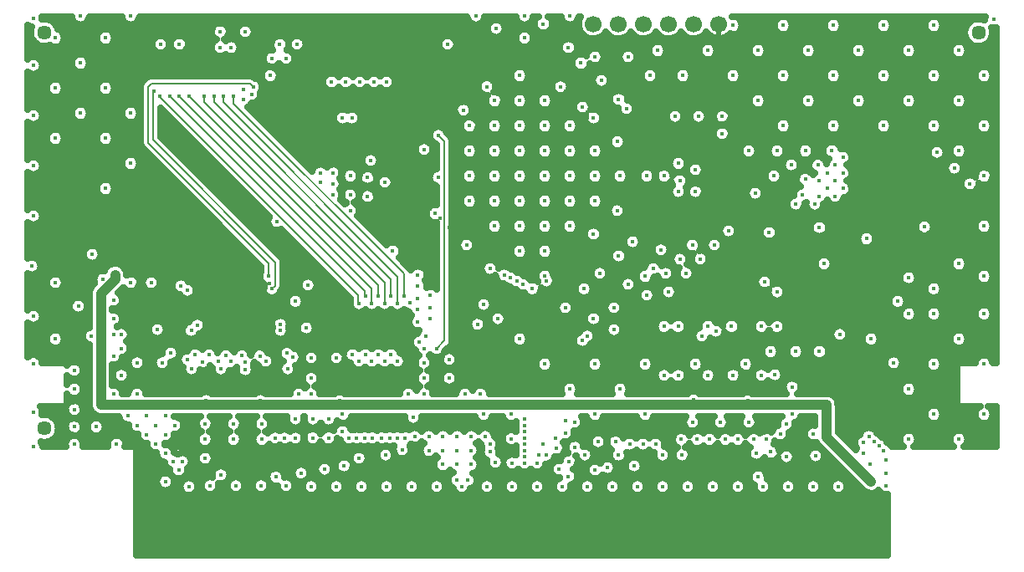
<source format=gbr>
G04 DipTrace 4.0.0.4*
G04 3 - Inner 2.gbr*
%MOIN*%
G04 #@! TF.FileFunction,Copper,L3,Inr*
G04 #@! TF.Part,Single*
%ADD25C,0.066929*%
%ADD36C,0.057165*%
G04 #@! TA.AperFunction,Conductor*
%ADD15C,0.007874*%
%ADD16C,0.011811*%
G04 #@! TA.AperFunction,CopperBalancing*
%ADD17C,0.019685*%
G04 #@! TA.AperFunction,Conductor*
%ADD18C,0.03937*%
G04 #@! TA.AperFunction,CopperBalancing*
%ADD19C,0.025*%
G04 #@! TA.AperFunction,ViaPad*
%ADD39C,0.017717*%
%FSLAX26Y26*%
G04*
G70*
G90*
G75*
G01*
G04 Inner2_Plane*
%LPD*%
X1143667Y1031201D2*
D18*
X949951D1*
X724950D1*
X1360202D2*
X1143667D1*
X1360202D2*
X1676050D1*
X2899950D1*
X3087139D1*
X3301969D1*
X3573911D1*
X3594298D1*
X3615453D1*
X3301969Y1033219D2*
D16*
Y1031201D1*
X724950D2*
D18*
Y1474950D1*
X781201Y1531201D1*
Y1549951D1*
X3085433Y1032907D2*
D16*
X3087139Y1031201D1*
X3594298Y1030560D2*
D18*
Y1031201D1*
X3573911Y1030735D2*
Y1031201D1*
X3615453D2*
Y903198D1*
X3793701Y724950D1*
X1406201Y1493701D2*
D15*
X1418701Y1506201D1*
Y1599951D1*
X931201Y2087451D1*
Y2283631D1*
X935157D1*
X1393701Y1543701D2*
Y1593701D1*
X912450Y2074951D1*
Y2299951D1*
X924950Y2312451D1*
X1318699D1*
X1332579Y2298572D1*
X1931955Y1465651D2*
Y1555446D1*
X1253839Y2233563D1*
Y2263030D1*
X1906365Y1434400D2*
Y1543537D1*
X1212450Y2237451D1*
Y2262450D1*
X1880774Y1465651D2*
Y1531627D1*
X1175098Y2237303D1*
Y2262451D1*
X1855184Y1434400D2*
Y1519717D1*
X1137450Y2237450D1*
Y2262451D1*
X1829593Y1465651D2*
Y1507807D1*
X1074950Y2262450D1*
X1804003Y1434400D2*
Y1496751D1*
X1037449Y2263304D1*
X1778412Y1465651D2*
X1774950D1*
Y1486039D1*
X998073Y2262916D1*
X1752822Y1434400D2*
X1749950D1*
Y1468702D1*
X958563Y2260089D1*
Y2263353D1*
X2061861Y1255610D2*
X2093701Y1287450D1*
Y2081499D1*
X2068999Y2106201D1*
D39*
X2274950Y843701D3*
X1143667Y1031201D3*
X724950D3*
X1360202D3*
X1143667D3*
X1676050D3*
X1360202D3*
X3615453D3*
X3301969Y1033219D3*
X2899950Y1031201D3*
X949951D3*
X724950D3*
X3085433Y1032907D3*
X3615453Y1031201D3*
X2487462Y874940D3*
X2612450Y862451D3*
Y962451D3*
X1406201Y1493701D3*
X935157Y2283631D3*
X1465576Y1237450D3*
X1099950Y1231176D3*
X1068701Y1211678D3*
X1049950Y806201D3*
X1003076Y1237451D3*
X1393701Y1543701D3*
X1332579Y2298572D3*
X1418701Y899950D3*
X1456201D3*
X1381201Y1206201D3*
X1357882Y1226673D3*
X1299951Y1203076D3*
X1286444Y1227991D3*
X1242092Y1204592D3*
X1222407Y1228618D3*
X1191228Y1204060D3*
X1156201Y1231175D3*
X1129890Y1203533D3*
X1253839Y2263030D3*
X1937450Y899950D3*
X1212450Y2262450D3*
X1906201Y899951D3*
X1175098Y2262451D3*
X1874950Y899950D3*
X1137450Y2262451D3*
X1843701Y899950D3*
X1074950Y2262450D3*
X1806201Y899950D3*
X1037449Y2263304D3*
X1774950Y899950D3*
X998073Y2262916D3*
X1743701Y899950D3*
X958563Y2263353D3*
X1712450Y899950D3*
X2018701Y1306201D3*
X2249950Y1431201D3*
X2381201Y1524950D3*
X2406201Y1512451D3*
X806201Y1312451D3*
Y1256201D3*
X1012450Y806199D3*
X2274951Y874951D3*
X2537450Y899950D3*
D3*
X2987008Y1481644D3*
X2643701Y2218701D3*
X2468701Y831201D3*
X3212451Y893701D3*
X3174950Y1324951D3*
X2662451Y1306201D3*
X3262451Y893701D3*
X3118701Y1306201D3*
X2643701Y1287451D3*
X3324950Y893701D3*
X3456201Y956201D3*
X3374950Y893701D3*
X3518701Y1868701D3*
X3568701Y1831201D3*
X3037451Y893701D3*
X3099950D3*
X3149950D3*
X3843701Y849950D3*
X3824950Y868701D3*
X3804471Y885490D3*
X3784201Y906201D3*
X2061861Y1255610D3*
X2068999Y2106201D3*
X1993701Y1281201D3*
X2306202Y1374950D3*
X806201Y1149950D3*
X2331201Y1549951D3*
X2356201Y1537451D3*
X949950Y1331201D3*
X1931955Y1465651D3*
X1906365Y1434400D3*
X1880774Y1465651D3*
X1855184Y1434400D3*
X1829593Y1465651D3*
X1804003Y1434400D3*
X1778412Y1465651D3*
X1752822Y1434400D3*
X1068701Y1487451D3*
X1085139Y1174701D3*
X1727231Y1231054D3*
X1752822Y1206054D3*
X1778412Y1231054D3*
X1804003Y1206054D3*
X1829593Y1231054D3*
X1855184Y1206054D3*
X1880774Y1231054D3*
X1906365Y1206054D3*
X962451Y2468701D3*
X1203037Y1174776D3*
X1300617Y1170908D3*
X1468701Y1174951D3*
X1199950Y2518701D3*
X1299950D3*
X1562451Y1218701D3*
X1543701Y1337450D3*
X1643701Y2318701D3*
X1756201D3*
X1862451D3*
X949951Y1462450D3*
X1549951Y1474951D3*
X1115576Y1534325D3*
X599950Y1649951D3*
X2106201Y2468701D3*
X1687451Y2174950D3*
X2012451Y2049950D3*
X2168701Y2206201D3*
X2262451Y2299950D3*
X2031201Y2068701D3*
X2137451Y2174950D3*
X2281201Y2318701D3*
X2556201Y2299950D3*
X2574950Y2281201D3*
X2662451Y2199950D3*
X2687451Y2174950D3*
X2782769Y2080348D3*
X2803076Y2059325D3*
X3031201Y1924950D3*
X2799950Y1824950D3*
X2781201Y1806201D3*
X2687451Y1712451D3*
X2656201Y1681201D3*
X2524950Y1549950D3*
X2499950Y1524950D3*
X2299950Y1549950D3*
X2274950Y1574950D3*
X2181201Y1668701D3*
X2149951Y1699950D3*
X2056201Y1793701D3*
X2037451Y1812451D3*
X2224951Y1353428D3*
X3306201Y1924950D3*
X2899950Y1331201D3*
X3518701Y1318701D3*
X3649950Y1987451D3*
X4056201Y2037451D3*
X2687451Y1374950D3*
X2824950Y1512451D3*
X2899950Y1468701D3*
X2956201Y1649951D3*
X2112451Y1212451D3*
X2037451Y1468701D3*
X1887451Y1643701D3*
X1718701Y1943701D3*
Y1806201D3*
X1799950Y2006201D3*
X1856201Y1918701D3*
X3774950Y1693701D3*
X3418701Y1481201D3*
X3606201Y1593701D3*
X3456201Y824950D3*
X2362451Y799950D3*
X787450Y874951D3*
X2412451Y799950D3*
Y974951D3*
X3668701Y1312450D3*
X618701Y943701D3*
X2462451Y799950D3*
X906202Y912451D3*
X3853076Y709325D3*
X2412451Y949951D3*
X706201Y943701D3*
X2412451Y924950D3*
X618701Y1093701D3*
X2412451Y899950D3*
X943701Y949951D3*
X2412451Y874950D3*
X456201Y1196826D3*
X2412451Y849950D3*
X456201Y1384326D3*
X2412451Y824950D3*
X449951Y1584326D3*
X599950Y1624951D3*
X456201Y1784326D3*
X943701Y874951D3*
X599950Y1599951D3*
X456201Y1984326D3*
X906202Y987451D3*
X599950Y1574951D3*
X456201Y2184326D3*
X599950Y1549951D3*
X981201Y987451D3*
X599950Y1524951D3*
X456201Y2384326D3*
X599950Y1499950D3*
X981201Y912451D3*
X599950Y1674950D3*
X456201Y2571826D3*
X724950Y1474950D3*
X981201Y837450D3*
X724950Y1449950D3*
X643701Y2581201D3*
X724950Y1424950D3*
X843701Y2581201D3*
X868701Y949951D3*
X724950Y1399950D3*
X643701Y2393701D3*
X724950Y1374950D3*
X643701Y2193701D3*
X831201Y987451D3*
X724950Y1349951D3*
X774950Y1224950D3*
X781201Y1549951D3*
X743701Y1493701D3*
X762451Y1512451D3*
X781201Y1531201D3*
X687451Y1306201D3*
X1043701Y1506201D3*
X1424950Y1762451D3*
X1599950Y1956201D3*
Y1918701D3*
X1649951Y1956201D3*
Y1912451D3*
Y1868701D3*
X1718701D3*
X1787451Y1862451D3*
Y1937451D3*
X1037450Y2468701D3*
X1199950Y2456201D3*
X1062451Y2518701D3*
X2018701Y1831201D3*
X1999950Y1849950D3*
X1243701Y2456201D3*
X1374951Y2443701D3*
X1393701Y2462451D3*
X1412451Y2481201D3*
X1043701Y2518701D3*
X1024950D3*
X1724950Y2174950D3*
X1699950Y2318701D3*
X1812451D3*
X1981201Y1868701D3*
X1962451Y1887451D3*
X2131201Y1718701D3*
X2112451Y1737451D3*
X2074951Y1774950D3*
X2543701Y1568701D3*
X2562451Y1587451D3*
X2581201Y1606201D3*
X2599950Y1624951D3*
X2618701Y1643701D3*
X2637451Y1662451D3*
X2818701Y1843701D3*
X2837451Y1862451D3*
X2856201Y1881201D3*
X2874950Y1899950D3*
X2799950Y1824950D3*
X2818701Y2043701D3*
X2837451Y2024950D3*
X2856201Y2006201D3*
X2874950Y1987451D3*
X2662451Y2174950D3*
Y2149951D3*
Y2124951D3*
Y2099951D3*
X2574951Y2256199D3*
Y2231201D3*
Y2206201D3*
Y2181201D3*
X2299950Y2337451D3*
X2318701Y2356201D3*
X2337450Y2374951D3*
X2356201Y2393701D3*
X2049950Y2049949D3*
Y2024950D3*
Y1999950D3*
Y1974950D3*
X3324950Y1924950D3*
X3343701D3*
X3362451D3*
X3381201D3*
X3681199Y2018701D3*
X3618701Y1956201D3*
X3587451Y1924950D3*
X3649948Y1924953D3*
X3681197Y1956201D3*
X3618698Y1893701D3*
X3587451Y1862450D3*
X3649950Y1862451D3*
X3681201Y1893701D3*
X4124950Y1974950D3*
X4187450Y1912451D3*
X3306201Y2043701D3*
X3331201Y1874950D3*
X3387451Y1718701D3*
X3493701Y1831201D3*
X3406201Y1943701D3*
X3199950Y2112451D3*
X3418701Y2043701D3*
X3531201D3*
X3637451D3*
X3531201Y1931201D3*
X3793701Y724950D3*
X3474950Y1987451D3*
X3581201D3*
X3337450Y837451D3*
X3493701Y1318701D3*
X3468701D3*
X2874950Y1331201D3*
X2849950D3*
X3224950Y1724950D3*
X3168701Y1668701D3*
X3112451Y1612451D3*
X3056201Y1556201D3*
X2974950D3*
X3031201Y1612451D3*
X3081201Y1668701D3*
X2893701Y1543701D3*
X2843701Y1681201D3*
X2787451Y1624951D3*
X2649951Y1493701D3*
X2712451Y1556201D3*
X2768701Y1331201D3*
X2924950Y1574950D3*
X2768701Y1418701D3*
X2574950D3*
X3093701Y1968701D3*
Y1881201D3*
X2968701Y1943701D3*
X2899950D3*
X3024950Y1993701D3*
Y1881201D3*
X3012451Y2181201D3*
X3199950D3*
X3106201D3*
X1499950Y899950D3*
X1568701D3*
X1631201D3*
X1687451Y924950D3*
X1499950Y974950D3*
X1568701D3*
X1631201D3*
X1687451Y993701D3*
X1512451Y1074950D3*
X1562451D3*
Y1137451D3*
X1490576Y1221825D3*
X2174950Y1074950D3*
X2237450D3*
X2112451Y1137451D3*
X2012451D3*
X1949950Y1074950D3*
X2012451D3*
Y1199950D3*
Y1256201D3*
X1987451Y1362451D3*
Y1412451D3*
Y1456201D3*
Y1506201D3*
X2037451Y1418701D3*
Y1374950D3*
X1968701Y981201D3*
X1974950Y906201D3*
X2199951Y849951D3*
X2143699Y849950D3*
X2087451D3*
Y793701D3*
X2031201Y849950D3*
Y906201D3*
X2087451D3*
X2143702D3*
X2199951D3*
X2256201D3*
X2143702Y793701D3*
Y731201D3*
X2199951Y793701D3*
X2187451Y731201D3*
X2249950Y993701D3*
X2362451Y706201D3*
X2462451D3*
X2499950Y831201D3*
X2549950Y774950D3*
X2540576Y859325D3*
X2574950Y968701D3*
Y918701D3*
X1662451Y1218701D3*
X1293701Y2287451D3*
Y2249951D3*
X1324951Y2268701D3*
X3024950Y1343701D3*
X2968701D3*
X3143701D3*
X3237451D3*
X3356201D3*
X3418701D3*
X2968701Y1149950D3*
X3024950D3*
X3143701D3*
X3243701D3*
X3356201D3*
X3410403Y1150678D3*
X3899951Y1443701D3*
X3883774Y1199483D3*
X456201Y865575D3*
Y1003076D3*
X618699Y1012451D3*
Y1168701D3*
X618701Y874950D3*
X543701Y2093701D3*
Y2293701D3*
Y2493701D3*
X743701D3*
X543701Y1518701D3*
Y1293701D3*
X4281201Y2568701D3*
X4243701Y2343701D3*
Y2143701D3*
Y1943701D3*
Y1743701D3*
Y1543701D3*
Y1393701D3*
Y1193701D3*
X4043701D3*
Y993701D3*
X4243701D3*
X4143701Y893701D3*
X3943701Y1093701D3*
X4143701Y1293701D3*
Y1593701D3*
X4043701Y1493701D3*
X3943701Y1393701D3*
Y1537451D3*
X3793701Y1293701D3*
X3493701Y1243701D3*
X3393701D3*
X3293701Y1193701D3*
X3093701D3*
X2893701D3*
X2693701D3*
X2493701D3*
X2393701Y1293701D3*
X2593701Y1093701D3*
X2793701D3*
X2693701Y993701D3*
X2893701D3*
X4143701Y2443701D3*
X4043701Y2543701D3*
X3843701D3*
X3643701D3*
X3443701D3*
X3243701D3*
X3943701Y2443701D3*
X3743701D3*
X3543701D3*
X3343701D3*
X3143701D3*
X2943701D3*
X3043701Y2343701D3*
X3243701D3*
X3443701D3*
X3643701D3*
X3843701D3*
X4043701D3*
X3943701Y2243701D3*
X4143701D3*
X3743701D3*
X3543701D3*
X3343701D3*
X4043701Y2143701D3*
X4143701Y2043701D3*
X3843701Y2143701D3*
X3643701D3*
X3443701D3*
X743701Y2293701D3*
Y2093701D3*
X843701Y2193701D3*
Y1993701D3*
X743701Y1893701D3*
X3343701Y743701D3*
X3393701Y843701D3*
X2393701Y2343701D3*
X2293701Y2243701D3*
X2193701Y2143701D3*
X2293701Y2043701D3*
X2393701Y1943701D3*
Y2143701D3*
X2493701Y2243701D3*
X2193701Y1943701D3*
X2293701Y1843701D3*
X2493701Y2043701D3*
X2137451Y2149951D3*
Y2124951D3*
Y2099951D3*
X2593701Y2143701D3*
X2693701Y2043701D3*
X2593701Y1943701D3*
X2493701Y1843701D3*
X2393701Y1743701D3*
X2493701Y1643701D3*
X2593701Y1743701D3*
X2693701Y1843701D3*
X2793701Y1943701D3*
X2193701Y2043701D3*
X2293701Y2143701D3*
X2393701Y2243701D3*
X2493701Y2143701D3*
X2393701Y2043701D3*
X2293701Y1943701D3*
X2393701Y1843701D3*
X2493701Y1943701D3*
X2593701Y2043701D3*
X2693701Y1943701D3*
X2593701Y1843701D3*
X2493701Y1743701D3*
X2393701Y1643701D3*
X2293701Y1743701D3*
X2193701Y1843701D3*
X2068701Y1937451D3*
X2443701Y1493701D3*
X2493701Y1543701D3*
X2137451Y2074951D3*
Y2174950D3*
X1406201Y2412450D3*
X1399951Y2343701D3*
X1437451Y2468701D3*
X1462450Y2412450D3*
X724950Y1056201D3*
X1506201Y2468701D3*
X724950Y1081201D3*
Y1106201D3*
Y1131201D3*
Y1156201D3*
Y1181201D3*
X1143701Y1049950D3*
X1359941Y1049623D3*
X1676354Y1048314D3*
X3085344Y1050559D3*
X3301756Y1047865D3*
X3594298Y1030560D3*
X3573911Y1030735D3*
X3943701Y893701D3*
X4043701Y1393701D3*
X1956201Y1437451D3*
X1987451Y1549950D3*
X2412450Y2581201D3*
X2218701D3*
X2593701D3*
X2412451Y2493701D3*
X2299951Y2531201D3*
X2487451Y2549950D3*
X774950Y1449950D3*
Y1374950D3*
Y1312451D3*
X868701Y1199950D3*
X968701D3*
X774950Y1074950D3*
X868701D3*
X2587451Y2456201D3*
X2693701Y2418701D3*
X2824950D3*
X2718701Y2324950D3*
X2787451Y2249950D3*
X2818701Y2212451D3*
X2912451Y2343701D3*
X2637451Y2393701D3*
X843701Y1518701D3*
X924950D3*
X1140576Y956201D3*
X1253076D3*
X1365576D3*
X1140576Y818701D3*
X1203076Y753076D3*
X1159325Y709325D3*
X1034325Y771825D3*
X1074950Y706201D3*
X981201Y724950D3*
X1018701Y949951D3*
X1253076Y893701D3*
X1140576D3*
X1365576D3*
X1362450Y709325D3*
X1262451D3*
X1462451D3*
X1562451Y706201D3*
X1662451D3*
X1762451D3*
X1862451D3*
X1962451D3*
X2062451D3*
X2262451D3*
X2562451D3*
X2662451D3*
X2762451D3*
X2862451D3*
X2962451D3*
X3062451D3*
X3162451D3*
X3262451D3*
X3362451D3*
X3462451D3*
X3562451D3*
X3662451D3*
X3756201Y762451D3*
X2162451Y706201D3*
X1421825Y743701D3*
X1521825Y759325D3*
X1615576Y774950D3*
X1693701Y787451D3*
X1753076Y818701D3*
X1859325Y831201D3*
X1924950Y853076D3*
X2359325Y896825D3*
X2296825Y803076D3*
X2587451Y746825D3*
X2774951Y884325D3*
X2706201D3*
X2653076Y831201D3*
X2693701Y771825D3*
X2831201Y874950D3*
X2743701Y781201D3*
X2934325Y874950D3*
X2884325D3*
X2849950Y787451D3*
X2787451Y831201D3*
X2962450D3*
X3040576D3*
X3431201Y915576D3*
X3562451D3*
X3478076Y1103076D3*
X3587451Y1243701D3*
X3478076Y993701D3*
X3571825Y828076D3*
X3790576Y793701D3*
X3762451Y837451D3*
Y881201D3*
X2590576Y806201D3*
X3768701Y749950D3*
X3781201Y737451D3*
X1006201Y2518701D3*
X987451D3*
X3853076Y759325D3*
Y812451D3*
X1549950Y1509325D3*
X1499950Y1443701D3*
X1109325Y1349951D3*
X1440576Y1353076D3*
Y1328076D3*
X1084325D3*
X1131201Y1518701D3*
X1396825Y1515576D3*
X1381201Y1499950D3*
X1549950Y1456201D3*
Y1437451D3*
X3081201Y962451D3*
X3193701D3*
X3306201D3*
X574950Y1674950D3*
X624950D3*
X574950Y1649951D3*
X624950D3*
Y1624951D3*
X574950D3*
Y1524951D3*
X624950D3*
Y1499950D3*
X574950D3*
Y1474950D3*
X599950D3*
X624950D3*
X731201Y1531201D3*
X634325Y1424950D3*
X690576Y1631201D3*
X4006201Y1740576D3*
X3587451Y1737451D3*
X3368701Y1521825D3*
X2359326Y993701D3*
X540337Y2554757D2*
D19*
X618606D1*
X668802D2*
X818607D1*
X868803D2*
X2193599D1*
X2243795D2*
X2271863D1*
X2328051D2*
X2387356D1*
X2437552D2*
X2450494D1*
X2524410D2*
X2568607D1*
X3279180D2*
X3408225D1*
X3479180D2*
X3608226D1*
X3679181D2*
X3808226D1*
X3879181D2*
X4008227D1*
X4079182D2*
X4181440D1*
X555050Y2529888D2*
X1164512D1*
X1235378D2*
X1264522D1*
X1335387D2*
X2262694D1*
X2337202D2*
X2456541D1*
X2518363D2*
X2629054D1*
X3278121D2*
X3409284D1*
X3478122D2*
X3609284D1*
X3678122D2*
X3809285D1*
X3878123D2*
X4009285D1*
X4078123D2*
X4166727D1*
X4276921D2*
X4289720D1*
X579092Y2505020D2*
X708317D1*
X779092D2*
X1165463D1*
X1234427D2*
X1265473D1*
X1334436D2*
X2274554D1*
X2325360D2*
X2377057D1*
X2447851D2*
X2646117D1*
X2728788D2*
X2746108D1*
X2828797D2*
X2846117D1*
X2928788D2*
X2946108D1*
X3028780D2*
X3046118D1*
X3128789D2*
X3146109D1*
X3228780D2*
X4165848D1*
X434694Y2480151D2*
X456015D1*
X578231D2*
X709160D1*
X778231D2*
X927103D1*
X1072787D2*
X1172228D1*
X1271424D2*
X1402102D1*
X1541542D2*
X2070857D1*
X2141543D2*
X2377918D1*
X2446989D2*
X2559725D1*
X2615179D2*
X4177905D1*
X4265762D2*
X4289720D1*
X434694Y2455282D2*
X927856D1*
X1072033D2*
X1162682D1*
X1280969D2*
X1402855D1*
X1540788D2*
X2071611D1*
X2140790D2*
X2550180D1*
X2624724D2*
X2908394D1*
X2979008D2*
X3108395D1*
X3178991D2*
X3308395D1*
X3378992D2*
X3508396D1*
X3578992D2*
X3708396D1*
X3778993D2*
X3908397D1*
X3978993D2*
X4108397D1*
X4178994D2*
X4289720D1*
X434694Y2430413D2*
X1174111D1*
X1269540D2*
X1373915D1*
X1494731D2*
X2561609D1*
X2613295D2*
X2658443D1*
X2728949D2*
X2789689D1*
X2860196D2*
X2909058D1*
X2978345D2*
X3109059D1*
X3178345D2*
X3309059D1*
X3378346D2*
X3509060D1*
X3578346D2*
X3709060D1*
X3778347D2*
X3909061D1*
X3978347D2*
X4109061D1*
X4178348D2*
X4289720D1*
X486260Y2405545D2*
X608487D1*
X678904D2*
X1369609D1*
X1499037D2*
X2602248D1*
X2728393D2*
X2790245D1*
X2859658D2*
X4289720D1*
X493293Y2380676D2*
X608953D1*
X678455D2*
X1389542D1*
X1422855D2*
X1445791D1*
X1479103D2*
X2602697D1*
X2672199D2*
X4289720D1*
X478616Y2355807D2*
X1364836D1*
X1435055D2*
X2358595D1*
X2428814D2*
X2700140D1*
X2737257D2*
X2877336D1*
X2947556D2*
X3008601D1*
X3078802D2*
X3208583D1*
X3278803D2*
X3408584D1*
X3478803D2*
X3608584D1*
X3678804D2*
X3808585D1*
X3878804D2*
X4008585D1*
X4078805D2*
X4208586D1*
X434694Y2330938D2*
X898700D1*
X1347821D2*
X1365087D1*
X1434804D2*
X1608633D1*
X1897513D2*
X2244160D1*
X2280756D2*
X2358846D1*
X2428563D2*
X2537908D1*
X2574504D2*
X2681929D1*
X2755468D2*
X2877588D1*
X2947305D2*
X3008852D1*
X3078551D2*
X3208835D1*
X3278552D2*
X3408835D1*
X3478552D2*
X3608836D1*
X3678553D2*
X3808836D1*
X3878553D2*
X4008837D1*
X4078554D2*
X4208837D1*
X434694Y2306070D2*
X508693D1*
X578715D2*
X708694D1*
X778716D2*
X880722D1*
X1369046D2*
X1608795D1*
X1897369D2*
X2225715D1*
X2299200D2*
X2519463D1*
X2592948D2*
X2686989D1*
X2750408D2*
X4289720D1*
X434694Y2281201D2*
X508747D1*
X578661D2*
X708747D1*
X778662D2*
X880094D1*
X1365207D2*
X2230650D1*
X2294248D2*
X2524398D1*
X2587996D2*
X2769684D1*
X2805221D2*
X4289720D1*
X434694Y2256332D2*
X880094D1*
X1359968D2*
X2258801D1*
X2328608D2*
X2358792D1*
X2428617D2*
X2458783D1*
X2528608D2*
X2750755D1*
X2824150D2*
X3308790D1*
X3378615D2*
X3508790D1*
X3578615D2*
X3708791D1*
X3778616D2*
X3908791D1*
X3978616D2*
X4108792D1*
X4178617D2*
X4289720D1*
X434694Y2231463D2*
X880094D1*
X1325662D2*
X2142285D1*
X2195118D2*
X2258639D1*
X2328769D2*
X2358648D1*
X2428760D2*
X2458640D1*
X2528752D2*
X2608851D1*
X2678550D2*
X2755492D1*
X2850328D2*
X3308646D1*
X3378758D2*
X3508647D1*
X3578759D2*
X3708647D1*
X3778759D2*
X3908648D1*
X3978760D2*
X4108648D1*
X4178760D2*
X4289720D1*
X485416Y2206594D2*
X608900D1*
X678509D2*
X808900D1*
X1325537D2*
X1670515D1*
X1741883D2*
X2131412D1*
X2205973D2*
X2608600D1*
X2704387D2*
X2781920D1*
X2855495D2*
X2986173D1*
X3038720D2*
X3079939D1*
X3132467D2*
X3173686D1*
X3226215D2*
X4289720D1*
X493383Y2181726D2*
X608541D1*
X678850D2*
X808541D1*
X963555D2*
X992197D1*
X1350405D2*
X1650833D1*
X1761566D2*
X2141477D1*
X2195908D2*
X2650835D1*
X2724069D2*
X2799898D1*
X2837499D2*
X2975175D1*
X3049736D2*
X3068922D1*
X3143484D2*
X3162670D1*
X3237231D2*
X4289720D1*
X480034Y2156857D2*
X880094D1*
X963555D2*
X1017064D1*
X1375272D2*
X1655247D1*
X1757152D2*
X2159007D1*
X2228401D2*
X2258998D1*
X2328392D2*
X2359007D1*
X2428401D2*
X2458999D1*
X2528393D2*
X2559008D1*
X2628402D2*
X2655249D1*
X2719655D2*
X2985115D1*
X3039796D2*
X3078862D1*
X3133544D2*
X3172609D1*
X3227291D2*
X3408997D1*
X3478409D2*
X3608997D1*
X3678409D2*
X3808998D1*
X3878392D2*
X4008998D1*
X4078392D2*
X4208999D1*
X434694Y2131988D2*
X880094D1*
X963555D2*
X1041932D1*
X1400140D2*
X2043155D1*
X2094840D2*
X2158451D1*
X2228957D2*
X2258442D1*
X2328948D2*
X2358451D1*
X2428958D2*
X2458442D1*
X2528949D2*
X2558452D1*
X2628958D2*
X3168680D1*
X3231220D2*
X3408440D1*
X3478947D2*
X3608441D1*
X3678947D2*
X3808441D1*
X3878948D2*
X4008442D1*
X4078948D2*
X4208442D1*
X434694Y2107119D2*
X509106D1*
X578285D2*
X709106D1*
X778285D2*
X880094D1*
X963555D2*
X1066800D1*
X1425008D2*
X2031726D1*
X2112818D2*
X2758057D1*
X2807482D2*
X3163082D1*
X3236818D2*
X4289720D1*
X434694Y2082251D2*
X508352D1*
X579038D2*
X708353D1*
X779039D2*
X880094D1*
X981138D2*
X1091668D1*
X1449876D2*
X1997044D1*
X2027862D2*
X2041271D1*
X2126059D2*
X2745534D1*
X2820006D2*
X3180199D1*
X3219702D2*
X4289720D1*
X434694Y2057382D2*
X885800D1*
X1006006D2*
X1116535D1*
X1474743D2*
X1975979D1*
X2126059D2*
X2159222D1*
X2228186D2*
X2259213D1*
X2328177D2*
X2359223D1*
X2428186D2*
X2459214D1*
X2528177D2*
X2559223D1*
X2628187D2*
X2659214D1*
X2728178D2*
X2754146D1*
X2811393D2*
X3271722D1*
X3340685D2*
X3384218D1*
X3453182D2*
X3496715D1*
X3565679D2*
X3602968D1*
X3671932D2*
X4025200D1*
X4087202D2*
X4109223D1*
X4178186D2*
X4289720D1*
X434694Y2032513D2*
X910165D1*
X1030874D2*
X1141403D1*
X1499629D2*
X1774705D1*
X1825206D2*
X1979855D1*
X2045051D2*
X2061330D1*
X2126059D2*
X2158271D1*
X2229137D2*
X2258262D1*
X2329128D2*
X2358272D1*
X2429137D2*
X2458263D1*
X2529128D2*
X2558272D1*
X2629138D2*
X2658263D1*
X2729129D2*
X3270771D1*
X3341636D2*
X3383268D1*
X3454133D2*
X3495764D1*
X3566630D2*
X3602018D1*
X3715621D2*
X4019261D1*
X4093141D2*
X4108272D1*
X4179137D2*
X4289720D1*
X484519Y2007644D2*
X809331D1*
X878061D2*
X935033D1*
X1055742D2*
X1166271D1*
X1524497D2*
X1762702D1*
X1837209D2*
X2061330D1*
X2126059D2*
X2990587D1*
X3059317D2*
X3444127D1*
X3505770D2*
X3550380D1*
X3716680D2*
X4035768D1*
X4076634D2*
X4110568D1*
X4139324D2*
X4289720D1*
X493454Y1982776D2*
X808182D1*
X879227D2*
X959901D1*
X1080609D2*
X1191139D1*
X1549364D2*
X1575010D1*
X1674887D2*
X1771745D1*
X1828167D2*
X2061330D1*
X2126059D2*
X2989421D1*
X3128018D2*
X3437991D1*
X3511924D2*
X3544226D1*
X3706148D2*
X4088553D1*
X4161339D2*
X4289720D1*
X481326Y1957907D2*
X984769D1*
X1105477D2*
X1216006D1*
X1818083D2*
X2038059D1*
X2126059D2*
X2159455D1*
X2227952D2*
X2259447D1*
X2327944D2*
X2359456D1*
X2427953D2*
X2459447D1*
X2527944D2*
X2559456D1*
X2627953D2*
X2659448D1*
X2727945D2*
X2759457D1*
X2827954D2*
X2865692D1*
X3002943D2*
X3017572D1*
X3044820D2*
X3058139D1*
X3129273D2*
X3371946D1*
X3440443D2*
X3454085D1*
X3718438D2*
X4092124D1*
X4157768D2*
X4209447D1*
X434694Y1933038D2*
X1009636D1*
X1130345D2*
X1240874D1*
X1890390D2*
X2031690D1*
X2126059D2*
X2158092D1*
X2229316D2*
X2258083D1*
X2329307D2*
X2358092D1*
X2429317D2*
X2458084D1*
X2529308D2*
X2558093D1*
X2629317D2*
X2658084D1*
X2729308D2*
X2758093D1*
X2829318D2*
X2864346D1*
X3067535D2*
X3370600D1*
X3441807D2*
X3493970D1*
X3709646D2*
X4156913D1*
X434694Y1908169D2*
X709573D1*
X777837D2*
X1034504D1*
X1155213D2*
X1265760D1*
X1686962D2*
X1766183D1*
X1891843D2*
X2047425D1*
X2126059D2*
X2998230D1*
X3118167D2*
X3318389D1*
X3344022D2*
X3502636D1*
X3715334D2*
X4150436D1*
X4224477D2*
X4289720D1*
X434694Y1883301D2*
X708012D1*
X779398D2*
X1059372D1*
X1180080D2*
X1290627D1*
X1817796D2*
X2061330D1*
X2126059D2*
X2987734D1*
X3130924D2*
X3294939D1*
X3367473D2*
X3484622D1*
X3716895D2*
X4165973D1*
X4208921D2*
X4289720D1*
X434694Y1858432D2*
X1084240D1*
X1204948D2*
X1315495D1*
X1824506D2*
X2061330D1*
X2126059D2*
X2159689D1*
X2227719D2*
X2259698D1*
X2327710D2*
X2359689D1*
X2427720D2*
X2459698D1*
X2527711D2*
X2559690D1*
X2627702D2*
X2659699D1*
X2727711D2*
X2996149D1*
X3122491D2*
X3298096D1*
X3364315D2*
X3469551D1*
X3687003D2*
X4289720D1*
X434694Y1833563D2*
X1109107D1*
X1229816D2*
X1340363D1*
X1742673D2*
X1765573D1*
X1809327D2*
X2061330D1*
X2126059D2*
X2157930D1*
X2229477D2*
X2257922D1*
X2329469D2*
X2357931D1*
X2429478D2*
X2457922D1*
X2529469D2*
X2557931D1*
X2629479D2*
X2657923D1*
X2729470D2*
X2757232D1*
X2805167D2*
X3456489D1*
X3609332D2*
X3628069D1*
X3671824D2*
X4289720D1*
X483514Y1808694D2*
X1133975D1*
X1254684D2*
X1365231D1*
X1755896D2*
X2022306D1*
X2126059D2*
X2744009D1*
X2818391D2*
X3464689D1*
X3522726D2*
X3539687D1*
X3597724D2*
X4289720D1*
X493472Y1783825D2*
X1158843D1*
X1279551D2*
X1390098D1*
X1748306D2*
X2020350D1*
X2126059D2*
X2752065D1*
X2810335D2*
X4289720D1*
X482492Y1758957D2*
X1183710D1*
X1304419D2*
X1387838D1*
X1773174D2*
X2061330D1*
X2126059D2*
X2259949D1*
X2327459D2*
X2359940D1*
X2427468D2*
X2459950D1*
X2527460D2*
X2559941D1*
X2627469D2*
X3215132D1*
X3234755D2*
X3557611D1*
X3617298D2*
X3974172D1*
X4038238D2*
X4209950D1*
X434694Y1734088D2*
X1208578D1*
X1329305D2*
X1402317D1*
X1798042D2*
X2061330D1*
X2126059D2*
X2257778D1*
X2329630D2*
X2357769D1*
X2429622D2*
X2457779D1*
X2529631D2*
X2557770D1*
X2629622D2*
X2657725D1*
X2717179D2*
X3188883D1*
X3261004D2*
X3353753D1*
X3421137D2*
X3550326D1*
X3624565D2*
X3969525D1*
X4042867D2*
X4207779D1*
X434694Y1709219D2*
X1233446D1*
X1354172D2*
X1464702D1*
X1822910D2*
X2061330D1*
X2126059D2*
X2286629D1*
X2300779D2*
X2386620D1*
X2400771D2*
X2486629D1*
X2500780D2*
X2586621D1*
X2600771D2*
X2650315D1*
X2724590D2*
X2820586D1*
X2866817D2*
X3191431D1*
X3258474D2*
X3351492D1*
X3423416D2*
X3564626D1*
X3610265D2*
X3741320D1*
X3808579D2*
X3988652D1*
X4023759D2*
X4236629D1*
X4250780D2*
X4289720D1*
X434694Y1684350D2*
X1258314D1*
X1379040D2*
X1489569D1*
X1847777D2*
X2061330D1*
X2126059D2*
X2147631D1*
X2214765D2*
X2664453D1*
X2710451D2*
X2806555D1*
X2880847D2*
X2948549D1*
X2963865D2*
X3047643D1*
X3114758D2*
X3135128D1*
X3202262D2*
X3379482D1*
X3395426D2*
X3738952D1*
X3810947D2*
X4289720D1*
X434694Y1659482D2*
X667821D1*
X713335D2*
X1283181D1*
X1403908D2*
X1514437D1*
X1920945D2*
X2061330D1*
X2126059D2*
X2145155D1*
X2217241D2*
X2360209D1*
X2427199D2*
X2460201D1*
X2527191D2*
X2780754D1*
X2794133D2*
X2814037D1*
X2873365D2*
X2920254D1*
X2992160D2*
X3045167D1*
X3117234D2*
X3132652D1*
X3204738D2*
X3766206D1*
X3783693D2*
X4289720D1*
X434694Y1634613D2*
X653468D1*
X727688D2*
X1308049D1*
X1428776D2*
X1539305D1*
X1923529D2*
X2061330D1*
X2126059D2*
X2171782D1*
X2190615D2*
X2357626D1*
X2429783D2*
X2457617D1*
X2529774D2*
X2751544D1*
X2823361D2*
X2922479D1*
X3141761D2*
X3159278D1*
X3178130D2*
X4289720D1*
X476194Y1609744D2*
X660698D1*
X720458D2*
X1332917D1*
X1449409D2*
X1564173D1*
X1922381D2*
X2061330D1*
X2126059D2*
X2383660D1*
X2403731D2*
X2483669D1*
X2503740D2*
X2753662D1*
X2821226D2*
X2994032D1*
X3149638D2*
X3572844D1*
X3639565D2*
X4110335D1*
X4177056D2*
X4289720D1*
X487228Y1584875D2*
X749368D1*
X813039D2*
X1357803D1*
X1451060D2*
X1589040D1*
X1947266D2*
X2061330D1*
X2126059D2*
X2239118D1*
X2310791D2*
X2690254D1*
X2734637D2*
X2889106D1*
X3136145D2*
X3570063D1*
X3642346D2*
X4107554D1*
X4179855D2*
X4289720D1*
X477324Y1560007D2*
X709196D1*
X828182D2*
X1360476D1*
X1451060D2*
X1613908D1*
X2023251D2*
X2061330D1*
X2126059D2*
X2241038D1*
X2385179D2*
X2460470D1*
X2526921D2*
X2675380D1*
X2749529D2*
X2860471D1*
X3093282D2*
X3595056D1*
X3617334D2*
X3914730D1*
X3972677D2*
X4132565D1*
X4154843D2*
X4210470D1*
X4276921D2*
X4289720D1*
X434694Y1535138D2*
X510541D1*
X576849D2*
X694143D1*
X876859D2*
X891793D1*
X958101D2*
X1021891D1*
X1065502D2*
X1357480D1*
X1451060D2*
X1524126D1*
X1575757D2*
X1638776D1*
X2021421D2*
X2061330D1*
X2126059D2*
X2297233D1*
X2435076D2*
X2457491D1*
X2535713D2*
X2682270D1*
X2742639D2*
X2796077D1*
X2929919D2*
X2944763D1*
X3005132D2*
X3026023D1*
X3086374D2*
X3334070D1*
X3403339D2*
X3906495D1*
X3980913D2*
X4207491D1*
X434694Y1510269D2*
X507455D1*
X579953D2*
X693263D1*
X961205D2*
X1006658D1*
X1097457D2*
X1373125D1*
X1451060D2*
X1512679D1*
X1587222D2*
X1663644D1*
X2024489D2*
X2061330D1*
X2126059D2*
X2332004D1*
X2533991D2*
X2616871D1*
X2683036D2*
X2787734D1*
X2862170D2*
X2881607D1*
X2905805D2*
X2964750D1*
X3009277D2*
X3333389D1*
X3440300D2*
X3919503D1*
X3967905D2*
X4010613D1*
X4076777D2*
X4231606D1*
X4255804D2*
X4289720D1*
X434694Y1485400D2*
X531157D1*
X556252D2*
X678048D1*
X802399D2*
X831148D1*
X856243D2*
X912408D1*
X937503D2*
X1013314D1*
X1105926D2*
X1369914D1*
X1442627D2*
X1522206D1*
X1577695D2*
X1688529D1*
X2126059D2*
X2381830D1*
X2479985D2*
X2613677D1*
X2686229D2*
X2800580D1*
X2849323D2*
X2866930D1*
X2932969D2*
X2949930D1*
X3024097D2*
X3381671D1*
X3455730D2*
X4007419D1*
X4079971D2*
X4289720D1*
X434694Y1460531D2*
X676846D1*
X810581D2*
X1044175D1*
X1093223D2*
X1393220D1*
X1419177D2*
X1467016D1*
X1532894D2*
X1713397D1*
X2126059D2*
X2228748D1*
X2271139D2*
X2430722D1*
X2456678D2*
X2636984D1*
X2662923D2*
X2863647D1*
X2936252D2*
X2956874D1*
X3017153D2*
X3388220D1*
X3449181D2*
X3867004D1*
X3932900D2*
X4030726D1*
X4056682D2*
X4289720D1*
X434694Y1435663D2*
X598726D1*
X809163D2*
X1463607D1*
X1536285D2*
X1715568D1*
X2126059D2*
X2212959D1*
X2286946D2*
X2542088D1*
X2607822D2*
X2735827D1*
X2801561D2*
X2886577D1*
X2913322D2*
X3863613D1*
X3936291D2*
X4289720D1*
X481272Y1410794D2*
X600054D1*
X773064D2*
X1486178D1*
X1513714D2*
X1724772D1*
X2126059D2*
X2219274D1*
X2280612D2*
X2538572D1*
X2611321D2*
X2732328D1*
X2805078D2*
X3886184D1*
X3976499D2*
X4010900D1*
X4076490D2*
X4210900D1*
X4276491D2*
X4289720D1*
X493454Y1385925D2*
X676846D1*
X810455D2*
X1426646D1*
X1454523D2*
X1959275D1*
X2126059D2*
X2210052D1*
X2239848D2*
X2270696D1*
X2341705D2*
X2560802D1*
X2589091D2*
X2651948D1*
X2722957D2*
X2754559D1*
X2782848D2*
X3907302D1*
X3980105D2*
X4007294D1*
X4080097D2*
X4207294D1*
X484555Y1361056D2*
X676846D1*
X809343D2*
X929597D1*
X970301D2*
X1070765D1*
X1144788D2*
X1404219D1*
X1476932D2*
X1515657D1*
X1571756D2*
X1950197D1*
X2126059D2*
X2188522D1*
X2340593D2*
X2653060D1*
X2721844D2*
X2748351D1*
X2789055D2*
X2936061D1*
X3057595D2*
X3111050D1*
X3176354D2*
X3204816D1*
X3270101D2*
X3323556D1*
X3451352D2*
X3929192D1*
X3958216D2*
X4029183D1*
X4058207D2*
X4229183D1*
X4258208D2*
X4289720D1*
X434694Y1336188D2*
X667319D1*
X834121D2*
X913018D1*
X986880D2*
X1047996D1*
X1143766D2*
X1404255D1*
X1476896D2*
X1506435D1*
X1580961D2*
X1962146D1*
X2126059D2*
X2192236D1*
X2257665D2*
X2642331D1*
X2682569D2*
X2731772D1*
X2805616D2*
X2932239D1*
X3061416D2*
X3098580D1*
X3273923D2*
X3319735D1*
X3455156D2*
X3640772D1*
X3696620D2*
X4289720D1*
X434694Y1311319D2*
X511205D1*
X576185D2*
X650543D1*
X843469D2*
X918903D1*
X980995D2*
X1051352D1*
X1117301D2*
X1407592D1*
X1473559D2*
X1518241D1*
X1569155D2*
X1973808D1*
X2126059D2*
X2361214D1*
X2426195D2*
X2615902D1*
X2699363D2*
X2737657D1*
X2799749D2*
X2953501D1*
X2983907D2*
X3009749D1*
X3040155D2*
X3081805D1*
X3209457D2*
X3222255D1*
X3252643D2*
X3340996D1*
X3371402D2*
X3403506D1*
X3433894D2*
X3631443D1*
X3705968D2*
X3761218D1*
X3826198D2*
X4111214D1*
X4176195D2*
X4289720D1*
X434694Y1286450D2*
X507186D1*
X580222D2*
X656321D1*
X831806D2*
X1956817D1*
X2126041D2*
X2357177D1*
X2430214D2*
X2606429D1*
X2693586D2*
X3087564D1*
X3149835D2*
X3643087D1*
X3694306D2*
X3757181D1*
X3830217D2*
X4107177D1*
X4180214D2*
X4289720D1*
X434694Y1261581D2*
X527855D1*
X559553D2*
X676846D1*
X843074D2*
X975528D1*
X1030623D2*
X1080561D1*
X1119346D2*
X1136810D1*
X1175595D2*
X1208794D1*
X1236006D2*
X1274910D1*
X1297978D2*
X1438022D1*
X1493134D2*
X1708050D1*
X1746405D2*
X1759239D1*
X1797575D2*
X1810428D1*
X1848764D2*
X1861599D1*
X1899953D2*
X1962487D1*
X2112567D2*
X2377846D1*
X2409544D2*
X2617948D1*
X2669453D2*
X3361360D1*
X3426036D2*
X3461369D1*
X3526045D2*
X3555117D1*
X3619792D2*
X3777850D1*
X3809548D2*
X4127846D1*
X4159544D2*
X4289720D1*
X434694Y1236713D2*
X676846D1*
X837512D2*
X965804D1*
X1400409D2*
X1428297D1*
X1594704D2*
X1630199D1*
X1925287D2*
X1981147D1*
X2139875D2*
X3357126D1*
X3430270D2*
X3457135D1*
X3530279D2*
X3550883D1*
X3624027D2*
X4289720D1*
X490081Y1211844D2*
X676846D1*
X809666D2*
X833517D1*
X903880D2*
X933508D1*
X1418028D2*
X1439529D1*
X1599046D2*
X1625857D1*
X1943158D2*
X1977271D1*
X2047634D2*
X2075181D1*
X2149725D2*
X2461528D1*
X2525881D2*
X2661529D1*
X2725881D2*
X2861529D1*
X2925882D2*
X3061530D1*
X3125882D2*
X3261530D1*
X3325883D2*
X3377239D1*
X3410157D2*
X3477230D1*
X3510166D2*
X3570978D1*
X3603914D2*
X3848757D1*
X3918779D2*
X4011528D1*
X4075880D2*
X4211528D1*
X4275881D2*
X4289720D1*
X650789Y1186975D2*
X676846D1*
X773064D2*
X833929D1*
X903467D2*
X933921D1*
X1003476D2*
X1041717D1*
X1333970D2*
X1349711D1*
X1412682D2*
X1433554D1*
X1503845D2*
X1545692D1*
X1579220D2*
X1645683D1*
X1679211D2*
X1721238D1*
X1937954D2*
X1977684D1*
X2047222D2*
X2086270D1*
X2138637D2*
X2457079D1*
X2530330D2*
X2657079D1*
X2730331D2*
X2857080D1*
X2930332D2*
X3057080D1*
X3130332D2*
X3257081D1*
X3330333D2*
X3848811D1*
X3918726D2*
X4007078D1*
X4080330D2*
X4132242D1*
X655346Y1162106D2*
X676846D1*
X841298D2*
X1050221D1*
X1120064D2*
X1168137D1*
X1237926D2*
X1264468D1*
X1336769D2*
X1433877D1*
X1503522D2*
X1535411D1*
X1589483D2*
X1985417D1*
X2039489D2*
X2085408D1*
X2139480D2*
X2476654D1*
X2510756D2*
X2676654D1*
X2710756D2*
X2876655D1*
X2910757D2*
X2933603D1*
X3060035D2*
X3076655D1*
X3178794D2*
X3208619D1*
X3445754D2*
X4026653D1*
X4060755D2*
X4132242D1*
X636022Y1137238D2*
X676846D1*
X841082D2*
X1289389D1*
X1311847D2*
X1525166D1*
X1599728D2*
X1975172D1*
X2049734D2*
X2075163D1*
X2149743D2*
X2933818D1*
X3059820D2*
X3108825D1*
X3178578D2*
X3208817D1*
X3278570D2*
X3321331D1*
X3444983D2*
X3469031D1*
X3487128D2*
X4132242D1*
X650555Y1112369D2*
X676846D1*
X773064D2*
X1535860D1*
X1589052D2*
X1985848D1*
X2039058D2*
X2085857D1*
X2139049D2*
X2561843D1*
X2625549D2*
X2761843D1*
X2825550D2*
X3442064D1*
X3514095D2*
X3911860D1*
X3975548D2*
X4132242D1*
X655436Y1087500D2*
X676846D1*
X809899D2*
X833768D1*
X903646D2*
X1477512D1*
X1597395D2*
X1915012D1*
X2047383D2*
X2140006D1*
X2272395D2*
X2556980D1*
X2630429D2*
X2756981D1*
X2830430D2*
X3444468D1*
X3511673D2*
X3906979D1*
X3980428D2*
X4132242D1*
X636848Y1062631D2*
X676846D1*
X3651012D2*
X3925567D1*
X3961840D2*
X4132242D1*
X645065Y1037762D2*
X676846D1*
X3663087D2*
X4132242D1*
X492073Y1012894D2*
X581412D1*
X655974D2*
X680668D1*
X3663571D2*
X4012192D1*
X4075216D2*
X4212192D1*
X4275217D2*
X4289720D1*
X522790Y988025D2*
X591442D1*
X645962D2*
X707743D1*
X3663571D2*
X4006881D1*
X4080509D2*
X4206881D1*
X550510Y963156D2*
X587369D1*
X650035D2*
X674873D1*
X737539D2*
X803805D1*
X1053373D2*
X1103994D1*
X1177156D2*
X1216491D1*
X1289653D2*
X1328988D1*
X1402150D2*
X1464720D1*
X1706591D2*
X1936471D1*
X2000931D2*
X2230811D1*
X2269094D2*
X2340186D1*
X2649735D2*
X2674555D1*
X2712837D2*
X2874555D1*
X2912838D2*
X3043929D1*
X3118472D2*
X3156426D1*
X3230969D2*
X3268923D1*
X3343484D2*
X3419618D1*
X3497212D2*
X3567335D1*
X3663571D2*
X4024554D1*
X4062836D2*
X4224554D1*
X4262837D2*
X4289720D1*
X556951Y938287D2*
X581843D1*
X655561D2*
X669347D1*
X743065D2*
X833427D1*
X1053965D2*
X1108264D1*
X1172886D2*
X1220761D1*
X1285400D2*
X1333258D1*
X1397897D2*
X1652824D1*
X1722075D2*
X1959024D1*
X1990884D2*
X2015273D1*
X2047132D2*
X2071521D1*
X2103380D2*
X2127770D1*
X2159629D2*
X2184018D1*
X2215877D2*
X2240267D1*
X2272126D2*
X2377183D1*
X2639975D2*
X3053689D1*
X3108712D2*
X3166186D1*
X3221227D2*
X3278683D1*
X3333724D2*
X3402358D1*
X3488510D2*
X3533604D1*
X3663571D2*
X3768269D1*
X3800128D2*
X4289720D1*
X551371Y913419D2*
X599085D1*
X638319D2*
X686589D1*
X725822D2*
X868934D1*
X1018476D2*
X1109430D1*
X1171737D2*
X1221927D1*
X1284234D2*
X1334424D1*
X2292723D2*
X2326263D1*
X2611823D2*
X2684638D1*
X2727765D2*
X2753392D1*
X2796519D2*
X3006304D1*
X3468415D2*
X3525243D1*
X3672237D2*
X3746846D1*
X3827705D2*
X3912541D1*
X3974848D2*
X4112542D1*
X4174849D2*
X4289720D1*
X526522Y888550D2*
X584193D1*
X653211D2*
X752939D1*
X821974D2*
X878426D1*
X1008967D2*
X1103671D1*
X1177479D2*
X1216168D1*
X1289976D2*
X1328683D1*
X2309463D2*
X2323033D1*
X2637947D2*
X2669172D1*
X2968835D2*
X3000545D1*
X3455604D2*
X3538054D1*
X3697105D2*
X3725962D1*
X3856018D2*
X3906800D1*
X3980608D2*
X4106800D1*
X4180608D2*
X4289720D1*
X867762Y863681D2*
X908299D1*
X1006544D2*
X1120500D1*
X1160649D2*
X1232997D1*
X1273146D2*
X1345512D1*
X1385643D2*
X1844374D1*
X1874278D2*
X1889319D1*
X1960579D2*
X1996738D1*
X2310360D2*
X2346268D1*
X2977394D2*
X3017374D1*
X3057523D2*
X3079885D1*
X3170020D2*
X3192382D1*
X3282517D2*
X3304879D1*
X3424672D2*
X3587969D1*
X867762Y838812D2*
X943950D1*
X1064551D2*
X1109699D1*
X1171450D2*
X1722189D1*
X1783957D2*
X1822880D1*
X1959180D2*
X1995752D1*
X2311886D2*
X2377003D1*
X2689513D2*
X2751006D1*
X2823899D2*
X2926013D1*
X3077008D2*
X3300196D1*
X3490609D2*
X3536242D1*
X867762Y813944D2*
X953065D1*
X1086369D2*
X1103617D1*
X1177533D2*
X1668667D1*
X1790040D2*
X1826630D1*
X1892023D2*
X2056665D1*
X2230733D2*
X2254441D1*
X2532645D2*
X2554163D1*
X2685781D2*
X2729458D1*
X2874998D2*
X2929745D1*
X2995156D2*
X3007883D1*
X3073276D2*
X3309310D1*
X3491704D2*
X3537534D1*
X3606103D2*
X3637704D1*
X867762Y789075D2*
X979673D1*
X1082727D2*
X1119855D1*
X1161295D2*
X1501303D1*
X1542349D2*
X1581289D1*
X1773802D2*
X2050475D1*
X2236923D2*
X2262479D1*
X2497999D2*
X2515660D1*
X2623360D2*
X2660991D1*
X2780084D2*
X2812709D1*
X2887199D2*
X3662572D1*
X867762Y764206D2*
X997884D1*
X1070759D2*
X1167616D1*
X1238536D2*
X1391229D1*
X1452423D2*
X1484886D1*
X1558766D2*
X1579997D1*
X1651150D2*
X1665330D1*
X1722075D2*
X2066515D1*
X2108386D2*
X2122764D1*
X2220883D2*
X2514368D1*
X2620077D2*
X2657259D1*
X2776550D2*
X2821572D1*
X2878317D2*
X3313096D1*
X3374291D2*
X3687440D1*
X867762Y739337D2*
X947036D1*
X1049247D2*
X1061866D1*
X1088019D2*
X1139250D1*
X1282530D2*
X1342372D1*
X1575524D2*
X1649380D1*
X1675533D2*
X1749371D1*
X1775525D2*
X1849380D1*
X1875534D2*
X1949371D1*
X1975525D2*
X2049381D1*
X2075534D2*
X2107387D1*
X2223772D2*
X2249381D1*
X2275535D2*
X2349372D1*
X2375526D2*
X2449382D1*
X2475535D2*
X2549373D1*
X2623916D2*
X2649382D1*
X2708621D2*
X2749373D1*
X2775527D2*
X2849383D1*
X2875536D2*
X2949374D1*
X2975528D2*
X3049383D1*
X3075537D2*
X3149374D1*
X3175528D2*
X3249384D1*
X3275519D2*
X3306691D1*
X3380714D2*
X3449366D1*
X3475520D2*
X3549375D1*
X3575529D2*
X3649367D1*
X3675520D2*
X3712308D1*
X867762Y714469D2*
X945529D1*
X1016861D2*
X1038667D1*
X1196228D2*
X1225551D1*
X1299359D2*
X1325543D1*
X1499360D2*
X1526171D1*
X1598741D2*
X1626162D1*
X1698732D2*
X1726172D1*
X1798742D2*
X1826163D1*
X1898733D2*
X1926172D1*
X1998742D2*
X2026164D1*
X2298734D2*
X2326173D1*
X2398743D2*
X2426165D1*
X2498734D2*
X2526174D1*
X2602709D2*
X2626165D1*
X2698735D2*
X2726156D1*
X2798744D2*
X2826166D1*
X2898735D2*
X2926157D1*
X2998745D2*
X3026166D1*
X3098736D2*
X3126157D1*
X3198745D2*
X3226167D1*
X3298737D2*
X3322354D1*
X3398746D2*
X3426167D1*
X3498737D2*
X3526158D1*
X3598746D2*
X3626168D1*
X3698738D2*
X3737175D1*
X867762Y689600D2*
X1041878D1*
X1108025D2*
X1128180D1*
X1190469D2*
X1231311D1*
X1293600D2*
X1331302D1*
X1393591D2*
X1431293D1*
X1493600D2*
X1529383D1*
X1595512D2*
X1629392D1*
X1695521D2*
X1729383D1*
X1795512D2*
X1829393D1*
X1895521D2*
X1929384D1*
X1995513D2*
X2029393D1*
X2095522D2*
X2129384D1*
X2195513D2*
X2229394D1*
X2295522D2*
X2329385D1*
X2395514D2*
X2429394D1*
X2495523D2*
X2529385D1*
X2595514D2*
X2629377D1*
X2695523D2*
X2729386D1*
X2795515D2*
X2829377D1*
X2895524D2*
X2929386D1*
X2995515D2*
X3029378D1*
X3095524D2*
X3129387D1*
X3195516D2*
X3229378D1*
X3295525D2*
X3329387D1*
X3395516D2*
X3429379D1*
X3495525D2*
X3529388D1*
X3595517D2*
X3629379D1*
X3695526D2*
X3762384D1*
X867762Y664731D2*
X3856652D1*
X867762Y639862D2*
X3856652D1*
X867762Y614993D2*
X3856652D1*
X867762Y590125D2*
X3856652D1*
X867762Y565256D2*
X3856652D1*
X867762Y540387D2*
X3856652D1*
X867762Y515518D2*
X3856652D1*
X867762Y490650D2*
X3856652D1*
X867762Y465781D2*
X3856652D1*
X867762Y440912D2*
X3856652D1*
X983528Y1322121D2*
X980033Y1313740D1*
X974489Y1306549D1*
X967272Y1301037D1*
X958875Y1297582D1*
X949870Y1296417D1*
X940870Y1297623D1*
X932489Y1301118D1*
X925298Y1306662D1*
X919787Y1313878D1*
X916331Y1322276D1*
X915167Y1331281D1*
X916373Y1340281D1*
X919867Y1348662D1*
X925411Y1355853D1*
X932628Y1361364D1*
X941025Y1364820D1*
X950030Y1365984D1*
X959030Y1364778D1*
X967411Y1361284D1*
X974602Y1355740D1*
X980113Y1348523D1*
X983569Y1340126D1*
X984734Y1331201D1*
X983528Y1322121D1*
X996029Y2459621D2*
X992535Y2451240D1*
X986990Y2444049D1*
X979774Y2438537D1*
X971377Y2435082D1*
X962371Y2433917D1*
X953372Y2435123D1*
X944990Y2438618D1*
X937799Y2444162D1*
X932288Y2451378D1*
X928833Y2459776D1*
X927668Y2468781D1*
X928874Y2477781D1*
X932368Y2486162D1*
X937912Y2493353D1*
X945129Y2498864D1*
X953526Y2502320D1*
X962532Y2503484D1*
X971531Y2502278D1*
X979912Y2498784D1*
X987104Y2493240D1*
X992615Y2486023D1*
X996070Y2477626D1*
X997235Y2468701D1*
X996029Y2459621D1*
X1330955Y1187307D2*
X1333192Y1183104D1*
X1335239Y1174257D1*
X1335400Y1170908D1*
X1334194Y1161828D1*
X1330700Y1153447D1*
X1325156Y1146256D1*
X1317939Y1140745D1*
X1309542Y1137289D1*
X1300537Y1136125D1*
X1291537Y1137331D1*
X1283156Y1140825D1*
X1275965Y1146369D1*
X1270453Y1153586D1*
X1266998Y1161983D1*
X1265833Y1170988D1*
X1267039Y1179988D1*
X1267253Y1180747D1*
X1266631Y1179940D1*
X1265295Y1178679D1*
X1263895Y1177490D1*
X1262433Y1176376D1*
X1254437Y1172073D1*
X1245600Y1169986D1*
X1237526Y1170227D1*
X1237207Y1170156D1*
X1236614Y1165696D1*
X1233120Y1157315D1*
X1227576Y1150123D1*
X1220359Y1144612D1*
X1211962Y1141157D1*
X1202957Y1139992D1*
X1193957Y1141198D1*
X1185576Y1144692D1*
X1178385Y1150237D1*
X1172873Y1157453D1*
X1169418Y1165850D1*
X1168253Y1174856D1*
X1168624Y1177624D1*
X1168409Y1178108D1*
X1166576Y1179521D1*
X1161065Y1186738D1*
X1160751Y1187501D1*
X1160597Y1187570D1*
X1159973Y1186072D1*
X1154429Y1178881D1*
X1147212Y1173369D1*
X1138815Y1169914D1*
X1129810Y1168749D1*
X1120810Y1169955D1*
X1119656Y1170437D1*
X1119349Y1170382D1*
X1118717Y1165621D1*
X1115222Y1157240D1*
X1109678Y1150049D1*
X1102461Y1144537D1*
X1094064Y1141082D1*
X1085059Y1139917D1*
X1076059Y1141123D1*
X1067678Y1144618D1*
X1060487Y1150162D1*
X1054976Y1157378D1*
X1051520Y1165776D1*
X1050356Y1174781D1*
X1051266Y1181575D1*
X1044049Y1187140D1*
X1038537Y1194356D1*
X1035082Y1202753D1*
X1033917Y1211759D1*
X1035123Y1220758D1*
X1038618Y1229139D1*
X1044162Y1236331D1*
X1051378Y1241842D1*
X1059776Y1245297D1*
X1068963Y1246468D1*
X1069867Y1248637D1*
X1075411Y1255828D1*
X1082628Y1261339D1*
X1091025Y1264795D1*
X1100030Y1265959D1*
X1109030Y1264753D1*
X1117411Y1261259D1*
X1124602Y1255715D1*
X1127901Y1251395D1*
X1128245D1*
X1131662Y1255827D1*
X1138878Y1261338D1*
X1147276Y1264793D1*
X1156281Y1265958D1*
X1165281Y1264752D1*
X1173662Y1261258D1*
X1180853Y1255713D1*
X1186364Y1248497D1*
X1189822Y1240080D1*
X1192324Y1246079D1*
X1197868Y1253270D1*
X1205084Y1258781D1*
X1213482Y1262237D1*
X1222487Y1263401D1*
X1231487Y1262196D1*
X1239868Y1258701D1*
X1247059Y1253157D1*
X1252570Y1245940D1*
X1254396Y1241504D1*
X1254631Y1241726D1*
X1258464Y1248656D1*
X1264766Y1255193D1*
X1272545Y1259877D1*
X1281271Y1262388D1*
X1290350Y1262554D1*
X1299163Y1260365D1*
X1307108Y1255970D1*
X1313646Y1249669D1*
X1318330Y1241889D1*
X1320840Y1233163D1*
X1321020Y1230754D1*
X1321155Y1230274D1*
X1323158Y1228730D1*
X1324906Y1237741D1*
X1328895Y1245899D1*
X1334858Y1252746D1*
X1342391Y1257817D1*
X1350979Y1260765D1*
X1360038Y1261390D1*
X1368950Y1259649D1*
X1377107Y1255661D1*
X1383955Y1249697D1*
X1389025Y1242164D1*
X1389800Y1239908D1*
X1390096Y1239803D1*
X1390281Y1239778D1*
X1398662Y1236284D1*
X1405853Y1230740D1*
X1411364Y1223523D1*
X1414820Y1215126D1*
X1415984Y1206201D1*
X1414778Y1197121D1*
X1411284Y1188740D1*
X1405740Y1181549D1*
X1398523Y1176037D1*
X1390126Y1172582D1*
X1381121Y1171417D1*
X1372121Y1172623D1*
X1363740Y1176118D1*
X1356549Y1181662D1*
X1351037Y1188878D1*
X1349360Y1192954D1*
X1348987Y1193071D1*
X1348802Y1193096D1*
X1340421Y1196590D1*
X1334669Y1201024D1*
X1333528Y2509621D2*
X1330033Y2501240D1*
X1324489Y2494049D1*
X1317272Y2488537D1*
X1308875Y2485082D1*
X1299870Y2483917D1*
X1290870Y2485123D1*
X1282489Y2488618D1*
X1275298Y2494162D1*
X1269787Y2501378D1*
X1266331Y2509776D1*
X1265167Y2518781D1*
X1266373Y2527781D1*
X1269867Y2536162D1*
X1275411Y2543353D1*
X1282628Y2548864D1*
X1291025Y2552320D1*
X1300030Y2553484D1*
X1309030Y2552278D1*
X1317411Y2548784D1*
X1324602Y2543240D1*
X1330113Y2536023D1*
X1333569Y2527626D1*
X1334734Y2518701D1*
X1333528Y2509621D1*
X1596029Y1209621D2*
X1592535Y1201240D1*
X1586990Y1194049D1*
X1579774Y1188537D1*
X1571377Y1185082D1*
X1562371Y1183917D1*
X1553372Y1185123D1*
X1544990Y1188618D1*
X1537799Y1194162D1*
X1532288Y1201378D1*
X1528833Y1209776D1*
X1527668Y1218781D1*
X1528874Y1227781D1*
X1532368Y1236162D1*
X1537912Y1243353D1*
X1545129Y1248864D1*
X1553526Y1252320D1*
X1562532Y1253484D1*
X1571531Y1252278D1*
X1579912Y1248784D1*
X1587104Y1243240D1*
X1592615Y1236023D1*
X1596070Y1227626D1*
X1597235Y1218701D1*
X1596029Y1209621D1*
X1577278Y1328370D2*
X1573784Y1319989D1*
X1568240Y1312798D1*
X1561023Y1307287D1*
X1552626Y1303831D1*
X1543621Y1302667D1*
X1534621Y1303873D1*
X1526240Y1307367D1*
X1519049Y1312911D1*
X1513537Y1320128D1*
X1510082Y1328525D1*
X1508917Y1337530D1*
X1510123Y1346530D1*
X1513618Y1354911D1*
X1519162Y1362102D1*
X1526378Y1367613D1*
X1534776Y1371069D1*
X1543781Y1372234D1*
X1552781Y1371028D1*
X1561162Y1367533D1*
X1568353Y1361989D1*
X1573864Y1354772D1*
X1577320Y1346375D1*
X1578484Y1337450D1*
X1577278Y1328370D1*
X2139778Y2459621D2*
X2136284Y2451240D1*
X2130740Y2444049D1*
X2123523Y2438537D1*
X2115126Y2435082D1*
X2106121Y2433917D1*
X2097121Y2435123D1*
X2088740Y2438618D1*
X2081549Y2444162D1*
X2076037Y2451378D1*
X2072582Y2459776D1*
X2071417Y2468781D1*
X2072623Y2477781D1*
X2076118Y2486162D1*
X2081662Y2493353D1*
X2088878Y2498864D1*
X2097276Y2502320D1*
X2106281Y2503484D1*
X2115281Y2502278D1*
X2123662Y2498784D1*
X2130853Y2493240D1*
X2136364Y2486023D1*
X2139820Y2477626D1*
X2140984Y2468701D1*
X2139778Y2459621D1*
X2046029Y2040870D2*
X2042535Y2032489D1*
X2036990Y2025298D1*
X2029774Y2019787D1*
X2021377Y2016331D1*
X2012371Y2015167D1*
X2003372Y2016373D1*
X1994990Y2019867D1*
X1987799Y2025411D1*
X1982288Y2032628D1*
X1978833Y2041025D1*
X1977668Y2050030D1*
X1978874Y2059030D1*
X1982368Y2067411D1*
X1987912Y2074602D1*
X1995129Y2080113D1*
X2003526Y2083569D1*
X2012532Y2084734D1*
X2021531Y2083528D1*
X2029912Y2080033D1*
X2037104Y2074489D1*
X2042615Y2067272D1*
X2046070Y2058875D1*
X2047235Y2049950D1*
X2046029Y2040870D1*
X2189338Y2178210D2*
X2190504Y2179099D1*
X2191904Y2180287D1*
X2193240Y2181549D1*
X2198784Y2188740D1*
X2202278Y2197121D1*
X2203484Y2206201D1*
X2202792Y2213103D1*
X2199844Y2221692D1*
X2194774Y2229224D1*
X2187926Y2235188D1*
X2179769Y2239176D1*
X2170857Y2240917D1*
X2161798Y2240292D1*
X2153210Y2237344D1*
X2145677Y2232274D1*
X2139713Y2225426D1*
X2135725Y2217269D1*
X2133984Y2208357D1*
X2134609Y2199298D1*
X2137557Y2190710D1*
X2142628Y2183177D1*
X2149475Y2177213D1*
X2157633Y2173225D1*
X2166545Y2171484D1*
X2168381Y2171419D1*
X2170217Y2171450D1*
X2172050Y2171579D1*
X2173064Y2171691D1*
X2171898Y2170803D1*
X2170498Y2169614D1*
X2169162Y2168353D1*
X2163618Y2161162D1*
X2160123Y2152781D1*
X2158917Y2143781D1*
X2160082Y2134776D1*
X2163537Y2126378D1*
X2169049Y2119162D1*
X2176240Y2113618D1*
X2184621Y2110123D1*
X2193621Y2108917D1*
X2202626Y2110082D1*
X2211023Y2113537D1*
X2218240Y2119049D1*
X2223784Y2126240D1*
X2227278Y2134621D1*
X2228484Y2143701D1*
X2227792Y2150603D1*
X2224844Y2159192D1*
X2219774Y2166724D1*
X2212926Y2172688D1*
X2204769Y2176676D1*
X2195857Y2178417D1*
X2194021Y2178483D1*
X2192184Y2178451D1*
X2190352Y2178323D1*
X2189331Y2178197D1*
X2266622Y2265535D2*
X2258545Y2265387D1*
X2249732Y2267576D1*
X2241787Y2271971D1*
X2235249Y2278272D1*
X2230565Y2286052D1*
X2228055Y2294778D1*
X2227888Y2303857D1*
X2230077Y2312669D1*
X2234472Y2320615D1*
X2240774Y2327152D1*
X2248553Y2331836D1*
X2257279Y2334347D1*
X2266358Y2334514D1*
X2275170Y2332325D1*
X2283116Y2327930D1*
X2289654Y2321628D1*
X2294337Y2313849D1*
X2296848Y2305122D1*
X2297235Y2299950D1*
X2296029Y2290870D1*
X2292535Y2282489D1*
X2289227Y2278198D1*
X2289530Y2278116D1*
X2297607Y2278264D1*
X2306420Y2276075D1*
X2314366Y2271680D1*
X2320903Y2265379D1*
X2325587Y2257599D1*
X2328098Y2248873D1*
X2328484Y2243701D1*
X2327278Y2234621D1*
X2323784Y2226240D1*
X2318240Y2219049D1*
X2311023Y2213537D1*
X2302626Y2210082D1*
X2293621Y2208917D1*
X2284621Y2210123D1*
X2276240Y2213618D1*
X2269049Y2219162D1*
X2263537Y2226378D1*
X2260082Y2234776D1*
X2258917Y2243781D1*
X2260123Y2252781D1*
X2263618Y2261162D1*
X2266926Y2265453D1*
X2589778Y2290870D2*
X2586284Y2282489D1*
X2580740Y2275298D1*
X2573523Y2269787D1*
X2565126Y2266331D1*
X2556121Y2265167D1*
X2547121Y2266373D1*
X2538740Y2269867D1*
X2531549Y2275411D1*
X2526037Y2282628D1*
X2522582Y2291025D1*
X2521417Y2300030D1*
X2522623Y2309030D1*
X2526118Y2317411D1*
X2531662Y2324602D1*
X2538878Y2330113D1*
X2547276Y2333569D1*
X2556281Y2334734D1*
X2565281Y2333528D1*
X2573662Y2330033D1*
X2580853Y2324489D1*
X2586364Y2317272D1*
X2589820Y2308875D1*
X2590984Y2299950D1*
X2589778Y2290870D1*
X2654553Y2185659D2*
X2653874Y2184030D1*
X2652668Y2175030D1*
X2653833Y2166025D1*
X2657288Y2157628D1*
X2662799Y2150411D1*
X2669990Y2144867D1*
X2678372Y2141373D1*
X2687371Y2140167D1*
X2696377Y2141331D1*
X2704774Y2144787D1*
X2711990Y2150298D1*
X2717535Y2157489D1*
X2721029Y2165870D1*
X2722235Y2174950D1*
X2721070Y2183875D1*
X2717615Y2192272D1*
X2712104Y2199489D1*
X2704912Y2205033D1*
X2696531Y2208528D1*
X2687532Y2209734D1*
X2678526Y2208569D1*
X2676747Y2207837D1*
X2676599Y2207992D1*
X2677278Y2209621D1*
X2678484Y2218701D1*
X2677320Y2227626D1*
X2673864Y2236023D1*
X2668353Y2243240D1*
X2661162Y2248784D1*
X2652781Y2252278D1*
X2643781Y2253484D1*
X2634776Y2252320D1*
X2626378Y2248864D1*
X2619162Y2243353D1*
X2613618Y2236162D1*
X2610123Y2227781D1*
X2608917Y2218781D1*
X2610082Y2209776D1*
X2613537Y2201378D1*
X2619049Y2194162D1*
X2626240Y2188618D1*
X2634621Y2185123D1*
X2643621Y2183917D1*
X2652626Y2185082D1*
X2654406Y2185814D1*
X2816346Y2071268D2*
X2812852Y2062887D1*
X2807308Y2055696D1*
X2800091Y2050184D1*
X2791694Y2046729D1*
X2782689Y2045564D1*
X2773689Y2046770D1*
X2765308Y2050265D1*
X2758117Y2055809D1*
X2752606Y2063025D1*
X2749150Y2071423D1*
X2747986Y2080428D1*
X2749192Y2089428D1*
X2752686Y2097809D1*
X2758230Y2105000D1*
X2765447Y2110511D1*
X2773844Y2113967D1*
X2782849Y2115131D1*
X2791849Y2113925D1*
X2800230Y2110431D1*
X2807421Y2104887D1*
X2812932Y2097670D1*
X2816388Y2089273D1*
X2817552Y2080348D1*
X2816346Y2071268D1*
X2814778Y1797121D2*
X2811284Y1788740D1*
X2805740Y1781549D1*
X2798523Y1776037D1*
X2790126Y1772582D1*
X2781121Y1771417D1*
X2772121Y1772623D1*
X2763740Y1776118D1*
X2756549Y1781662D1*
X2751037Y1788878D1*
X2747582Y1797276D1*
X2746417Y1806281D1*
X2747623Y1815281D1*
X2751118Y1823662D1*
X2756662Y1830853D1*
X2763878Y1836364D1*
X2772276Y1839820D1*
X2781281Y1840984D1*
X2790281Y1839778D1*
X2798662Y1836284D1*
X2805853Y1830740D1*
X2811364Y1823523D1*
X2814820Y1815126D1*
X2815984Y1806201D1*
X2814778Y1797121D1*
X2721029Y1703372D2*
X2717535Y1694990D1*
X2711990Y1687799D1*
X2704774Y1682288D1*
X2696377Y1678833D1*
X2687371Y1677668D1*
X2678372Y1678874D1*
X2669990Y1682368D1*
X2662799Y1687912D1*
X2657288Y1695129D1*
X2653833Y1703526D1*
X2652668Y1712532D1*
X2653874Y1721531D1*
X2657368Y1729912D1*
X2662912Y1737104D1*
X2670129Y1742615D1*
X2678526Y1746070D1*
X2687532Y1747235D1*
X2696531Y1746029D1*
X2704912Y1742535D1*
X2712104Y1736990D1*
X2717615Y1729774D1*
X2721070Y1721377D1*
X2722235Y1712451D1*
X2721029Y1703372D1*
X2214778Y1659621D2*
X2211284Y1651240D1*
X2205740Y1644049D1*
X2198523Y1638537D1*
X2190126Y1635082D1*
X2181121Y1633917D1*
X2172121Y1635123D1*
X2163740Y1638618D1*
X2156549Y1644162D1*
X2151037Y1651378D1*
X2147582Y1659776D1*
X2146417Y1668781D1*
X2147623Y1677781D1*
X2151118Y1686162D1*
X2156662Y1693353D1*
X2163878Y1698864D1*
X2172276Y1702320D1*
X2181281Y1703484D1*
X2190281Y1702278D1*
X2198662Y1698784D1*
X2205853Y1693240D1*
X2211364Y1686023D1*
X2214820Y1677626D1*
X2215984Y1668701D1*
X2214778Y1659621D1*
X2258529Y1344348D2*
X2255035Y1335967D1*
X2249490Y1328776D1*
X2242274Y1323265D1*
X2233877Y1319809D1*
X2224871Y1318644D1*
X2215872Y1319850D1*
X2207490Y1323345D1*
X2200299Y1328889D1*
X2194788Y1336105D1*
X2191333Y1344503D1*
X2190168Y1353508D1*
X2191374Y1362508D1*
X2194868Y1370889D1*
X2200412Y1378080D1*
X2207629Y1383591D1*
X2216026Y1387047D1*
X2225032Y1388211D1*
X2234031Y1387005D1*
X2242412Y1383511D1*
X2249604Y1377967D1*
X2255115Y1370750D1*
X2258570Y1362353D1*
X2259735Y1353428D1*
X2258529Y1344348D1*
X4089778Y2028372D2*
X4086284Y2019990D1*
X4080740Y2012799D1*
X4073523Y2007288D1*
X4065126Y2003833D1*
X4056121Y2002668D1*
X4047121Y2003874D1*
X4038740Y2007368D1*
X4031549Y2012912D1*
X4026037Y2020129D1*
X4022582Y2028526D1*
X4021417Y2037532D1*
X4022623Y2046531D1*
X4026118Y2054912D1*
X4031662Y2062104D1*
X4038878Y2067615D1*
X4047276Y2071070D1*
X4056281Y2072235D1*
X4065281Y2071029D1*
X4073662Y2067535D1*
X4080853Y2061990D1*
X4086364Y2054774D1*
X4089820Y2046377D1*
X4090984Y2037451D1*
X4089778Y2028372D1*
X2721029Y1365870D2*
X2717535Y1357489D1*
X2711990Y1350298D1*
X2704774Y1344787D1*
X2696377Y1341331D1*
X2687371Y1340167D1*
X2678372Y1341373D1*
X2669990Y1344867D1*
X2662799Y1350411D1*
X2657288Y1357628D1*
X2653833Y1366025D1*
X2652668Y1375030D1*
X2653874Y1384030D1*
X2657368Y1392411D1*
X2662912Y1399602D1*
X2670129Y1405113D1*
X2678526Y1408569D1*
X2687532Y1409734D1*
X2696531Y1408528D1*
X2704912Y1405033D1*
X2712104Y1399489D1*
X2717615Y1392272D1*
X2721070Y1383875D1*
X2722235Y1374950D1*
X2721029Y1365870D1*
X2858528Y1503372D2*
X2855033Y1494990D1*
X2849489Y1487799D1*
X2842272Y1482288D1*
X2833875Y1478833D1*
X2824870Y1477668D1*
X2815870Y1478874D1*
X2807489Y1482368D1*
X2800298Y1487912D1*
X2794787Y1495129D1*
X2791331Y1503526D1*
X2790167Y1512532D1*
X2791373Y1521531D1*
X2794867Y1529912D1*
X2800411Y1537104D1*
X2807628Y1542615D1*
X2816025Y1546070D1*
X2825030Y1547235D1*
X2834030Y1546029D1*
X2842411Y1542535D1*
X2849602Y1536990D1*
X2855113Y1529774D1*
X2858569Y1521377D1*
X2859734Y1512451D1*
X2858528Y1503372D1*
X2933528Y1459621D2*
X2930033Y1451240D1*
X2924489Y1444049D1*
X2917272Y1438537D1*
X2908875Y1435082D1*
X2899870Y1433917D1*
X2890870Y1435123D1*
X2882489Y1438618D1*
X2875298Y1444162D1*
X2869787Y1451378D1*
X2866331Y1459776D1*
X2865167Y1468781D1*
X2866373Y1477781D1*
X2869867Y1486162D1*
X2875411Y1493353D1*
X2882628Y1498864D1*
X2891025Y1502320D1*
X2900030Y1503484D1*
X2909030Y1502278D1*
X2917411Y1498784D1*
X2924602Y1493240D1*
X2930113Y1486023D1*
X2933569Y1477626D1*
X2934734Y1468701D1*
X2933528Y1459621D1*
X2989778Y1640872D2*
X2986284Y1632490D1*
X2980740Y1625299D1*
X2973523Y1619788D1*
X2965126Y1616333D1*
X2956121Y1615168D1*
X2947121Y1616374D1*
X2938740Y1619868D1*
X2931549Y1625412D1*
X2926037Y1632629D1*
X2922582Y1641026D1*
X2921417Y1650032D1*
X2922623Y1659031D1*
X2926118Y1667412D1*
X2931662Y1674604D1*
X2938878Y1680115D1*
X2947276Y1683570D1*
X2956281Y1684735D1*
X2965281Y1683529D1*
X2973662Y1680035D1*
X2980853Y1674490D1*
X2986364Y1667274D1*
X2989820Y1658877D1*
X2990984Y1649951D1*
X2989778Y1640872D1*
X1752668Y1937556D2*
X1752278Y1934621D1*
X1748784Y1926240D1*
X1743240Y1919049D1*
X1736023Y1913537D1*
X1727626Y1910082D1*
X1718621Y1908917D1*
X1709621Y1910123D1*
X1701240Y1913618D1*
X1694049Y1919162D1*
X1688537Y1926378D1*
X1685082Y1934776D1*
X1683917Y1943781D1*
X1685123Y1952781D1*
X1688618Y1961162D1*
X1694162Y1968353D1*
X1701378Y1973864D1*
X1709776Y1977320D1*
X1718781Y1978484D1*
X1727781Y1977278D1*
X1736162Y1973784D1*
X1743353Y1968240D1*
X1748864Y1961023D1*
X1752320Y1952626D1*
X1753383Y1944477D1*
X1833528Y1997121D2*
X1830033Y1988740D1*
X1824489Y1981549D1*
X1817272Y1976037D1*
X1808875Y1972582D1*
X1799870Y1971417D1*
X1790870Y1972623D1*
X1782489Y1976118D1*
X1775298Y1981662D1*
X1769787Y1988878D1*
X1766331Y1997276D1*
X1765167Y2006281D1*
X1766373Y2015281D1*
X1769867Y2023662D1*
X1775411Y2030853D1*
X1782628Y2036364D1*
X1791025Y2039820D1*
X1800030Y2040984D1*
X1809030Y2039778D1*
X1817411Y2036284D1*
X1824602Y2030740D1*
X1830113Y2023523D1*
X1833569Y2015126D1*
X1834734Y2006201D1*
X1833528Y1997121D1*
X1889778Y1909621D2*
X1886284Y1901240D1*
X1880740Y1894049D1*
X1873523Y1888537D1*
X1865126Y1885082D1*
X1856121Y1883917D1*
X1847121Y1885123D1*
X1838740Y1888618D1*
X1831549Y1894162D1*
X1826037Y1901378D1*
X1822582Y1909776D1*
X1821417Y1918781D1*
X1822623Y1927781D1*
X1826118Y1936162D1*
X1831662Y1943353D1*
X1838878Y1948864D1*
X1847276Y1952320D1*
X1856281Y1953484D1*
X1865281Y1952278D1*
X1873662Y1948784D1*
X1880853Y1943240D1*
X1886364Y1936023D1*
X1889820Y1927626D1*
X1890984Y1918701D1*
X1889778Y1909621D1*
X3808528Y1684621D2*
X3805033Y1676240D1*
X3799489Y1669049D1*
X3792272Y1663537D1*
X3783875Y1660082D1*
X3774870Y1658917D1*
X3765870Y1660123D1*
X3757489Y1663618D1*
X3750298Y1669162D1*
X3744787Y1676378D1*
X3741331Y1684776D1*
X3740167Y1693781D1*
X3741373Y1702781D1*
X3744867Y1711162D1*
X3750411Y1718353D1*
X3757628Y1723864D1*
X3766025Y1727320D1*
X3775030Y1728484D1*
X3784030Y1727278D1*
X3792411Y1723784D1*
X3799602Y1718240D1*
X3805113Y1711023D1*
X3808569Y1702626D1*
X3809734Y1693701D1*
X3808528Y1684621D1*
X3401953Y1511620D2*
X3409930Y1514860D1*
X3418941Y1515983D1*
X3427935Y1514736D1*
X3436300Y1511203D1*
X3443466Y1505626D1*
X3448944Y1498384D1*
X3452360Y1489971D1*
X3453484Y1481201D1*
X3452278Y1472121D1*
X3448784Y1463740D1*
X3443240Y1456549D1*
X3436023Y1451037D1*
X3427626Y1447582D1*
X3418621Y1446417D1*
X3409621Y1447623D1*
X3401240Y1451118D1*
X3394049Y1456662D1*
X3388537Y1463878D1*
X3385082Y1472276D1*
X3383917Y1481281D1*
X3385123Y1490281D1*
X3385598Y1491418D1*
X3385453D1*
X3377549Y1488186D1*
X3368541Y1487042D1*
X3359544Y1488269D1*
X3351171Y1491782D1*
X3343992Y1497343D1*
X3338498Y1504573D1*
X3335061Y1512978D1*
X3333918Y1521986D1*
X3335144Y1530983D1*
X3338658Y1539356D1*
X3344219Y1546534D1*
X3351448Y1552029D1*
X3359853Y1555465D1*
X3368861Y1556609D1*
X3377858Y1555382D1*
X3386231Y1551868D1*
X3393409Y1546308D1*
X3398904Y1539078D1*
X3402340Y1530673D1*
X3403484Y1521825D1*
X3402278Y1512746D1*
X3401804Y1511608D1*
X3639778Y1584621D2*
X3636284Y1576240D1*
X3630740Y1569049D1*
X3623523Y1563537D1*
X3615126Y1560082D1*
X3606121Y1558917D1*
X3597121Y1560123D1*
X3588740Y1563618D1*
X3581549Y1569162D1*
X3576037Y1576378D1*
X3572582Y1584776D1*
X3571417Y1593781D1*
X3572623Y1602781D1*
X3576118Y1611162D1*
X3581662Y1618353D1*
X3588878Y1623864D1*
X3597276Y1627320D1*
X3606281Y1628484D1*
X3615281Y1627278D1*
X3623662Y1623784D1*
X3630853Y1618240D1*
X3636364Y1611023D1*
X3639820Y1602626D1*
X3640984Y1593701D1*
X3639778Y1584621D1*
X3702278Y1303370D2*
X3698784Y1294989D1*
X3693240Y1287798D1*
X3686023Y1282287D1*
X3677626Y1278831D1*
X3668621Y1277667D1*
X3659621Y1278873D1*
X3651240Y1282367D1*
X3644049Y1287911D1*
X3638537Y1295128D1*
X3635082Y1303525D1*
X3633917Y1312530D1*
X3635123Y1321530D1*
X3638618Y1329911D1*
X3644162Y1337102D1*
X3651378Y1342613D1*
X3659776Y1346069D1*
X3668781Y1347234D1*
X3677781Y1346028D1*
X3686162Y1342533D1*
X3693353Y1336989D1*
X3698864Y1329772D1*
X3702320Y1321375D1*
X3703484Y1312450D1*
X3702278Y1303370D1*
X739778Y934621D2*
X736284Y926240D1*
X730740Y919049D1*
X723523Y913537D1*
X715126Y910082D1*
X706121Y908917D1*
X697121Y910123D1*
X688740Y913618D1*
X681549Y919162D1*
X676037Y926378D1*
X672582Y934776D1*
X671417Y943781D1*
X672623Y952781D1*
X676118Y961162D1*
X681662Y968353D1*
X688878Y973864D1*
X697276Y977320D1*
X706281Y978484D1*
X715281Y977278D1*
X723662Y973784D1*
X730853Y968240D1*
X736364Y961023D1*
X739820Y952626D1*
X740984Y943701D1*
X739778Y934621D1*
X677278Y2384621D2*
X673784Y2376240D1*
X668240Y2369049D1*
X661023Y2363537D1*
X652626Y2360082D1*
X643621Y2358917D1*
X634621Y2360123D1*
X626240Y2363618D1*
X619049Y2369162D1*
X613537Y2376378D1*
X610082Y2384776D1*
X608917Y2393781D1*
X610123Y2402781D1*
X613618Y2411162D1*
X619162Y2418353D1*
X626378Y2423864D1*
X634776Y2427320D1*
X643781Y2428484D1*
X652781Y2427278D1*
X661162Y2423784D1*
X668353Y2418240D1*
X673864Y2411023D1*
X677320Y2402626D1*
X678484Y2393701D1*
X677278Y2384621D1*
Y2184621D2*
X673784Y2176240D1*
X668240Y2169049D1*
X661023Y2163537D1*
X652626Y2160082D1*
X643621Y2158917D1*
X634621Y2160123D1*
X626240Y2163618D1*
X619049Y2169162D1*
X613537Y2176378D1*
X610082Y2184776D1*
X608917Y2193781D1*
X610123Y2202781D1*
X613618Y2211162D1*
X619162Y2218353D1*
X626378Y2223864D1*
X634776Y2227320D1*
X643781Y2228484D1*
X652781Y2227278D1*
X661162Y2223784D1*
X668353Y2218240D1*
X673864Y2211023D1*
X677320Y2202626D1*
X678484Y2193701D1*
X677278Y2184621D1*
X1037407Y1472250D2*
X1034621Y1472623D1*
X1026240Y1476118D1*
X1019049Y1481662D1*
X1013537Y1488878D1*
X1010082Y1497276D1*
X1008917Y1506281D1*
X1010123Y1515281D1*
X1013618Y1523662D1*
X1019162Y1530853D1*
X1026378Y1536364D1*
X1034776Y1539820D1*
X1043781Y1540984D1*
X1052781Y1539778D1*
X1061162Y1536284D1*
X1068353Y1530740D1*
X1073864Y1523523D1*
X1074603Y1521727D1*
X1074995Y1521402D1*
X1077781Y1521029D1*
X1086162Y1517535D1*
X1093353Y1511990D1*
X1098864Y1504774D1*
X1102320Y1496377D1*
X1103484Y1487451D1*
X1102278Y1478372D1*
X1098784Y1469990D1*
X1093240Y1462799D1*
X1086023Y1457288D1*
X1077626Y1453833D1*
X1068621Y1452668D1*
X1059621Y1453874D1*
X1051240Y1457368D1*
X1044049Y1462912D1*
X1038537Y1470129D1*
X1037798Y1471925D1*
X1684328Y1863401D2*
X1684609Y1861798D1*
X1685021Y1860008D1*
X1685527Y1858242D1*
X1686125Y1856505D1*
X1690392Y1848489D1*
X1696588Y1841851D1*
X1703546Y1837508D1*
X1703699Y1837319D1*
X1701378Y1836364D1*
X1696776Y1832850D1*
X1679325Y1850320D1*
X1680035Y1851240D1*
X1683529Y1859621D1*
X1684175Y1864489D1*
X1752774Y1936714D2*
X1753833Y1928526D1*
X1757288Y1920129D1*
X1762799Y1912912D1*
X1769990Y1907368D1*
X1778372Y1903874D1*
X1787371Y1902668D1*
X1796377Y1903833D1*
X1804774Y1907288D1*
X1811990Y1912799D1*
X1817535Y1919990D1*
X1821029Y1928372D1*
X1822235Y1937451D1*
X1822198Y1939048D1*
X1820601Y1947987D1*
X1816745Y1956207D1*
X1810892Y1963150D1*
X1803442Y1968341D1*
X1794902Y1971427D1*
X1785855Y1972198D1*
X1776916Y1970601D1*
X1768695Y1966745D1*
X1761753Y1960892D1*
X1756562Y1953442D1*
X1755760Y1951789D1*
X1755048Y1950096D1*
X1754425Y1948368D1*
X1753895Y1946609D1*
X1753466Y1944854D1*
X1071028Y2459621D2*
X1067533Y2451240D1*
X1061989Y2444049D1*
X1054772Y2438537D1*
X1046375Y2435082D1*
X1037370Y2433917D1*
X1028370Y2435123D1*
X1019989Y2438618D1*
X1012798Y2444162D1*
X1007287Y2451378D1*
X1003831Y2459776D1*
X1002667Y2468781D1*
X1003873Y2477781D1*
X1007367Y2486162D1*
X1012911Y2493353D1*
X1020128Y2498864D1*
X1028525Y2502320D1*
X1037530Y2503484D1*
X1046530Y2502278D1*
X1054911Y2498784D1*
X1062102Y2493240D1*
X1067613Y2486023D1*
X1071069Y2477626D1*
X1072234Y2468701D1*
X1071028Y2459621D1*
X1222061Y2429339D2*
X1226240Y2426118D1*
X1234621Y2422623D1*
X1243621Y2421417D1*
X1252626Y2422582D1*
X1261023Y2426037D1*
X1268240Y2431549D1*
X1273784Y2438740D1*
X1277278Y2447121D1*
X1278484Y2456201D1*
X1277320Y2465126D1*
X1273864Y2473523D1*
X1268353Y2480740D1*
X1261162Y2486284D1*
X1252781Y2489778D1*
X1243781Y2490984D1*
X1234776Y2489820D1*
X1226378Y2486364D1*
X1222058Y2483065D1*
X1215109Y2487392D1*
X1214952Y2487582D1*
X1217272Y2488537D1*
X1224489Y2494049D1*
X1230033Y2501240D1*
X1233528Y2509621D1*
X1234734Y2518701D1*
X1234572Y2522050D1*
X1232525Y2530897D1*
X1228259Y2538912D1*
X1222063Y2545550D1*
X1214361Y2550359D1*
X1205676Y2553010D1*
X1196601Y2553323D1*
X1187754Y2551276D1*
X1179739Y2547010D1*
X1173101Y2540814D1*
X1168292Y2533111D1*
X1165641Y2524427D1*
X1165328Y2515352D1*
X1167375Y2506505D1*
X1171641Y2498489D1*
X1177837Y2491851D1*
X1184795Y2487508D1*
X1184948Y2487319D1*
X1182628Y2486364D1*
X1175411Y2480853D1*
X1169867Y2473662D1*
X1166373Y2465281D1*
X1165167Y2456281D1*
X1166331Y2447276D1*
X1169787Y2438878D1*
X1175298Y2431662D1*
X1182489Y2426118D1*
X1190870Y2422623D1*
X1199870Y2421417D1*
X1208875Y2422582D1*
X1217272Y2426037D1*
X1221593Y2429337D1*
X1706344Y2145749D2*
X1707489Y2144867D1*
X1715870Y2141373D1*
X1724870Y2140167D1*
X1733875Y2141331D1*
X1742272Y2144787D1*
X1749489Y2150298D1*
X1755033Y2157489D1*
X1758528Y2165870D1*
X1759734Y2174950D1*
X1758569Y2183875D1*
X1755113Y2192272D1*
X1749602Y2199489D1*
X1742411Y2205033D1*
X1734030Y2208528D1*
X1725030Y2209734D1*
X1716025Y2208569D1*
X1707628Y2205113D1*
X1706366Y2204150D1*
X1706057Y2204151D1*
X1704912Y2205033D1*
X1696531Y2208528D1*
X1687532Y2209734D1*
X1678526Y2208569D1*
X1670129Y2205113D1*
X1662912Y2199602D1*
X1657368Y2192411D1*
X1653874Y2184030D1*
X1652668Y2175030D1*
X1653833Y2166025D1*
X1657288Y2157628D1*
X1662799Y2150411D1*
X1669990Y2144867D1*
X1678372Y2141373D1*
X1687371Y2140167D1*
X1696377Y2141331D1*
X1704774Y2144787D1*
X1706035Y2145750D1*
X1784496Y2338922D2*
X1787912Y2343353D1*
X1795129Y2348864D1*
X1803526Y2352320D1*
X1812532Y2353484D1*
X1821531Y2352278D1*
X1829912Y2348784D1*
X1837104Y2343240D1*
X1837410Y2342838D1*
X1837506Y2342826D1*
X1837912Y2343353D1*
X1845129Y2348864D1*
X1853526Y2352320D1*
X1862532Y2353484D1*
X1871531Y2352278D1*
X1879912Y2348784D1*
X1887104Y2343240D1*
X1892615Y2336023D1*
X1896070Y2327626D1*
X1897235Y2318701D1*
X1896029Y2309621D1*
X1892535Y2301240D1*
X1886990Y2294049D1*
X1879774Y2288537D1*
X1871377Y2285082D1*
X1862371Y2283917D1*
X1853372Y2285123D1*
X1844990Y2288618D1*
X1837799Y2294162D1*
X1837493Y2294564D1*
X1837396Y2294575D1*
X1836990Y2294049D1*
X1829774Y2288537D1*
X1821377Y2285082D1*
X1812371Y2283917D1*
X1803372Y2285123D1*
X1794990Y2288618D1*
X1787799Y2294162D1*
X1784500Y2298482D1*
X1784156Y2298480D1*
X1780740Y2294049D1*
X1773523Y2288537D1*
X1765126Y2285082D1*
X1756121Y2283917D1*
X1747121Y2285123D1*
X1738740Y2288618D1*
X1731549Y2294162D1*
X1728249Y2298482D1*
X1727906Y2298480D1*
X1724489Y2294049D1*
X1717272Y2288537D1*
X1708875Y2285082D1*
X1699870Y2283917D1*
X1690870Y2285123D1*
X1682489Y2288618D1*
X1675298Y2294162D1*
X1671999Y2298482D1*
X1671656Y2298480D1*
X1668240Y2294049D1*
X1661023Y2288537D1*
X1652626Y2285082D1*
X1643621Y2283917D1*
X1634621Y2285123D1*
X1626240Y2288618D1*
X1619049Y2294162D1*
X1613537Y2301378D1*
X1610082Y2309776D1*
X1608917Y2318781D1*
X1610123Y2327781D1*
X1613618Y2336162D1*
X1619162Y2343353D1*
X1626378Y2348864D1*
X1634776Y2352320D1*
X1643781Y2353484D1*
X1652781Y2352278D1*
X1661162Y2348784D1*
X1668353Y2343240D1*
X1671652Y2338920D1*
X1671995Y2338922D1*
X1675411Y2343353D1*
X1682628Y2348864D1*
X1691025Y2352320D1*
X1700030Y2353484D1*
X1709030Y2352278D1*
X1717411Y2348784D1*
X1724602Y2343240D1*
X1727901Y2338920D1*
X1728245Y2338922D1*
X1731662Y2343353D1*
X1738878Y2348864D1*
X1747276Y2352320D1*
X1756281Y2353484D1*
X1765281Y2352278D1*
X1773662Y2348784D1*
X1780853Y2343240D1*
X1784152Y2338920D1*
X4158528Y1965870D2*
X4155033Y1957489D1*
X4149489Y1950298D1*
X4142272Y1944787D1*
X4133875Y1941331D1*
X4124870Y1940167D1*
X4115870Y1941373D1*
X4107489Y1944867D1*
X4100298Y1950411D1*
X4094787Y1957628D1*
X4091331Y1966025D1*
X4090167Y1975030D1*
X4091373Y1984030D1*
X4094867Y1992411D1*
X4100411Y1999602D1*
X4107628Y2005113D1*
X4116025Y2008569D1*
X4125030Y2009734D1*
X4134030Y2008528D1*
X4142411Y2005033D1*
X4149602Y1999489D1*
X4155113Y1992272D1*
X4158569Y1983875D1*
X4159734Y1974950D1*
X4158528Y1965870D1*
X4221925Y1916578D2*
X4222234Y1912451D1*
X4221028Y1903372D1*
X4217533Y1894990D1*
X4211989Y1887799D1*
X4204772Y1882288D1*
X4196375Y1878833D1*
X4187370Y1877668D1*
X4178370Y1878874D1*
X4169989Y1882368D1*
X4162798Y1887912D1*
X4157287Y1895129D1*
X4153831Y1903526D1*
X4152667Y1912532D1*
X4153873Y1921531D1*
X4157367Y1929912D1*
X4162911Y1937104D1*
X4170128Y1942615D1*
X4178525Y1946070D1*
X4187530Y1947235D1*
X4196530Y1946029D1*
X4204911Y1942535D1*
X4209202Y1939227D1*
X4209286Y1939530D1*
X4209137Y1947607D1*
X4211326Y1956420D1*
X4215721Y1964366D1*
X4222023Y1970903D1*
X4229802Y1975587D1*
X4238528Y1978098D1*
X4247607Y1978264D1*
X4256420Y1976075D1*
X4264366Y1971680D1*
X4270903Y1965379D1*
X4275587Y1957599D1*
X4278098Y1948873D1*
X4278484Y1943701D1*
X4277278Y1934621D1*
X4273784Y1926240D1*
X4268240Y1919049D1*
X4261023Y1913537D1*
X4252626Y1910082D1*
X4243621Y1908917D1*
X4234621Y1910123D1*
X4226240Y1913618D1*
X4221949Y1916926D1*
X3339778Y2034621D2*
X3336284Y2026240D1*
X3330740Y2019049D1*
X3323523Y2013537D1*
X3315126Y2010082D1*
X3306121Y2008917D1*
X3297121Y2010123D1*
X3288740Y2013618D1*
X3281549Y2019162D1*
X3276037Y2026378D1*
X3272582Y2034776D1*
X3271417Y2043781D1*
X3272623Y2052781D1*
X3276118Y2061162D1*
X3281662Y2068353D1*
X3288878Y2073864D1*
X3297276Y2077320D1*
X3306281Y2078484D1*
X3315281Y2077278D1*
X3323662Y2073784D1*
X3330853Y2068240D1*
X3336364Y2061023D1*
X3339820Y2052626D1*
X3340984Y2043701D1*
X3339778Y2034621D1*
X3364778Y1865870D2*
X3361284Y1857489D1*
X3355740Y1850298D1*
X3348523Y1844787D1*
X3340126Y1841331D1*
X3331121Y1840167D1*
X3322121Y1841373D1*
X3313740Y1844867D1*
X3306549Y1850411D1*
X3301037Y1857628D1*
X3297582Y1866025D1*
X3296417Y1875030D1*
X3297623Y1884030D1*
X3301118Y1892411D1*
X3306662Y1899602D1*
X3313878Y1905113D1*
X3322276Y1908569D1*
X3331281Y1909734D1*
X3340281Y1908528D1*
X3348662Y1905033D1*
X3355853Y1899489D1*
X3361364Y1892272D1*
X3364820Y1883875D1*
X3365984Y1874950D1*
X3364778Y1865870D1*
X3421029Y1709621D2*
X3417535Y1701240D1*
X3411990Y1694049D1*
X3404774Y1688537D1*
X3396377Y1685082D1*
X3387371Y1683917D1*
X3378372Y1685123D1*
X3369990Y1688618D1*
X3362799Y1694162D1*
X3357288Y1701378D1*
X3353833Y1709776D1*
X3352668Y1718781D1*
X3353874Y1727781D1*
X3357368Y1736162D1*
X3362912Y1743353D1*
X3370129Y1748864D1*
X3378526Y1752320D1*
X3387532Y1753484D1*
X3396531Y1752278D1*
X3404912Y1748784D1*
X3412104Y1743240D1*
X3417615Y1736023D1*
X3421070Y1727626D1*
X3422235Y1718701D1*
X3421029Y1709621D1*
X3439778Y1934621D2*
X3436284Y1926240D1*
X3430740Y1919049D1*
X3423523Y1913537D1*
X3415126Y1910082D1*
X3406121Y1908917D1*
X3397121Y1910123D1*
X3388740Y1913618D1*
X3381549Y1919162D1*
X3376037Y1926378D1*
X3372582Y1934776D1*
X3371417Y1943781D1*
X3372623Y1952781D1*
X3376118Y1961162D1*
X3381662Y1968353D1*
X3388878Y1973864D1*
X3397276Y1977320D1*
X3406281Y1978484D1*
X3415281Y1977278D1*
X3423662Y1973784D1*
X3430853Y1968240D1*
X3436364Y1961023D1*
X3439820Y1952626D1*
X3440984Y1943701D1*
X3439778Y1934621D1*
X3194636Y2146826D2*
X3192812Y2146495D1*
X3191025Y2146070D1*
X3182628Y2142615D1*
X3175411Y2137104D1*
X3169867Y2129912D1*
X3166373Y2121531D1*
X3165167Y2112532D1*
X3166331Y2103526D1*
X3169787Y2095129D1*
X3175298Y2087912D1*
X3182489Y2082368D1*
X3190870Y2078874D1*
X3199870Y2077668D1*
X3208875Y2078833D1*
X3217272Y2082288D1*
X3224489Y2087799D1*
X3230033Y2094990D1*
X3233528Y2103372D1*
X3234734Y2112451D1*
X3234347Y2117624D1*
X3231836Y2126350D1*
X3227152Y2134129D1*
X3220615Y2140431D1*
X3212669Y2144826D1*
X3210942Y2145452D1*
X3209185Y2145987D1*
X3207401Y2146427D1*
X3205243Y2146822D1*
X3452278Y2034621D2*
X3448784Y2026240D1*
X3443240Y2019049D1*
X3436023Y2013537D1*
X3427626Y2010082D1*
X3418621Y2008917D1*
X3409621Y2010123D1*
X3401240Y2013618D1*
X3394049Y2019162D1*
X3388537Y2026378D1*
X3385082Y2034776D1*
X3383917Y2043781D1*
X3385123Y2052781D1*
X3388618Y2061162D1*
X3394162Y2068353D1*
X3401378Y2073864D1*
X3409776Y2077320D1*
X3418781Y2078484D1*
X3427781Y2077278D1*
X3436162Y2073784D1*
X3443353Y2068240D1*
X3448864Y2061023D1*
X3452320Y2052626D1*
X3453484Y2043701D1*
X3452278Y2034621D1*
X3564778D2*
X3561284Y2026240D1*
X3555740Y2019049D1*
X3548523Y2013537D1*
X3540126Y2010082D1*
X3531121Y2008917D1*
X3522121Y2010123D1*
X3513740Y2013618D1*
X3506549Y2019162D1*
X3501037Y2026378D1*
X3497582Y2034776D1*
X3496417Y2043781D1*
X3497623Y2052781D1*
X3501118Y2061162D1*
X3506662Y2068353D1*
X3513878Y2073864D1*
X3522276Y2077320D1*
X3531281Y2078484D1*
X3540281Y2077278D1*
X3548662Y2073784D1*
X3555853Y2068240D1*
X3561364Y2061023D1*
X3564820Y2052626D1*
X3565984Y2043701D1*
X3564778Y2034621D1*
X3508528Y1978372D2*
X3505033Y1969990D1*
X3499489Y1962799D1*
X3492272Y1957288D1*
X3483875Y1953833D1*
X3474870Y1952668D1*
X3465870Y1953874D1*
X3457489Y1957368D1*
X3450298Y1962912D1*
X3444787Y1970129D1*
X3441331Y1978526D1*
X3440167Y1987532D1*
X3441373Y1996531D1*
X3444867Y2004912D1*
X3450411Y2012104D1*
X3457628Y2017615D1*
X3466025Y2021070D1*
X3475030Y2022235D1*
X3484030Y2021029D1*
X3492411Y2017535D1*
X3499602Y2011990D1*
X3505113Y2004774D1*
X3508569Y1996377D1*
X3509734Y1987451D1*
X3508528Y1978372D1*
X3258528Y1715870D2*
X3255033Y1707489D1*
X3249489Y1700298D1*
X3242272Y1694787D1*
X3233875Y1691331D1*
X3224870Y1690167D1*
X3215870Y1691373D1*
X3207489Y1694867D1*
X3200298Y1700411D1*
X3194787Y1707628D1*
X3191331Y1716025D1*
X3190167Y1725030D1*
X3191373Y1734030D1*
X3194867Y1742411D1*
X3200411Y1749602D1*
X3207628Y1755113D1*
X3216025Y1758569D1*
X3225030Y1759734D1*
X3234030Y1758528D1*
X3242411Y1755033D1*
X3249602Y1749489D1*
X3255113Y1742272D1*
X3258569Y1733875D1*
X3259734Y1724950D1*
X3258528Y1715870D1*
X3202278Y1659621D2*
X3198784Y1651240D1*
X3193240Y1644049D1*
X3186023Y1638537D1*
X3177626Y1635082D1*
X3168621Y1633917D1*
X3159621Y1635123D1*
X3151240Y1638618D1*
X3144049Y1644162D1*
X3138537Y1651378D1*
X3135082Y1659776D1*
X3133917Y1668781D1*
X3135123Y1677781D1*
X3138618Y1686162D1*
X3144162Y1693353D1*
X3151378Y1698864D1*
X3159776Y1702320D1*
X3168781Y1703484D1*
X3177781Y1702278D1*
X3186162Y1698784D1*
X3193353Y1693240D1*
X3198864Y1686023D1*
X3202320Y1677626D1*
X3203484Y1668701D1*
X3202278Y1659621D1*
X3085676Y1634203D2*
X3082368Y1629912D1*
X3078874Y1621531D1*
X3077668Y1612532D1*
X3078833Y1603526D1*
X3082288Y1595129D1*
X3087799Y1587912D1*
X3094990Y1582368D1*
X3103372Y1578874D1*
X3112371Y1577668D1*
X3121377Y1578833D1*
X3129774Y1582288D1*
X3136990Y1587799D1*
X3142535Y1594990D1*
X3146029Y1603372D1*
X3147235Y1612451D1*
X3146848Y1617624D1*
X3144337Y1626350D1*
X3139654Y1634129D1*
X3133116Y1640431D1*
X3125170Y1644826D1*
X3116358Y1647015D1*
X3108281Y1646867D1*
X3107976Y1646949D1*
X3111284Y1651240D1*
X3114778Y1659621D1*
X3115984Y1668701D1*
X3115598Y1673873D1*
X3113087Y1682599D1*
X3108403Y1690379D1*
X3101866Y1696680D1*
X3093920Y1701075D1*
X3085107Y1703264D1*
X3076028Y1703098D1*
X3067302Y1700587D1*
X3059523Y1695903D1*
X3053221Y1689366D1*
X3048826Y1681420D1*
X3046637Y1672607D1*
X3046804Y1663528D1*
X3049315Y1654802D1*
X3053998Y1647023D1*
X3060536Y1640721D1*
X3068482Y1636326D1*
X3077294Y1634137D1*
X3085371Y1634286D1*
X3029252Y1577728D2*
X3026118Y1573662D1*
X3022623Y1565281D1*
X3021417Y1556281D1*
X3022582Y1547276D1*
X3026037Y1538878D1*
X3031549Y1531662D1*
X3038740Y1526118D1*
X3047121Y1522623D1*
X3056121Y1521417D1*
X3065126Y1522582D1*
X3073523Y1526037D1*
X3080740Y1531549D1*
X3086284Y1538740D1*
X3089778Y1547121D1*
X3090984Y1556201D1*
X3089820Y1565126D1*
X3086364Y1573523D1*
X3080853Y1580740D1*
X3073662Y1586284D1*
X3065281Y1589778D1*
X3058346Y1590707D1*
X3058149Y1590924D1*
X3061284Y1594990D1*
X3064778Y1603372D1*
X3065984Y1612451D1*
X3064820Y1621377D1*
X3061364Y1629774D1*
X3055853Y1636990D1*
X3048662Y1642535D1*
X3040281Y1646029D1*
X3031281Y1647235D1*
X3022276Y1646070D1*
X3013878Y1642615D1*
X3006662Y1637104D1*
X3001118Y1629912D1*
X2997623Y1621531D1*
X2996417Y1612532D1*
X2997582Y1603526D1*
X3001037Y1595129D1*
X3006549Y1587912D1*
X3013740Y1582368D1*
X3022121Y1578874D1*
X3029055Y1577945D1*
X2942340Y1544824D2*
X2944787Y1538878D1*
X2950298Y1531662D1*
X2957489Y1526118D1*
X2965870Y1522623D1*
X2974870Y1521417D1*
X2983875Y1522582D1*
X2992272Y1526037D1*
X2999489Y1531549D1*
X3005033Y1538740D1*
X3008528Y1547121D1*
X3009734Y1556201D1*
X3008569Y1565126D1*
X3005113Y1573523D1*
X2999602Y1580740D1*
X2992411Y1586284D1*
X2984030Y1589778D1*
X2975030Y1590984D1*
X2966025Y1589820D1*
X2957560Y1586327D1*
X2955113Y1592272D1*
X2949602Y1599489D1*
X2942411Y1605033D1*
X2934030Y1608528D1*
X2925030Y1609734D1*
X2916025Y1608569D1*
X2907628Y1605113D1*
X2900411Y1599602D1*
X2894867Y1592411D1*
X2891373Y1584030D1*
X2890611Y1578344D1*
X2890307Y1578035D1*
X2884776Y1577320D1*
X2876378Y1573864D1*
X2869162Y1568353D1*
X2863618Y1561162D1*
X2860123Y1552781D1*
X2858917Y1543781D1*
X2860082Y1534776D1*
X2863537Y1526378D1*
X2869049Y1519162D1*
X2876240Y1513618D1*
X2884621Y1510123D1*
X2893621Y1508917D1*
X2902626Y1510082D1*
X2911023Y1513537D1*
X2918240Y1519049D1*
X2923784Y1526240D1*
X2927278Y1534621D1*
X2928033Y1540305D1*
X2877278Y1672121D2*
X2873784Y1663740D1*
X2868240Y1656549D1*
X2861023Y1651037D1*
X2852626Y1647582D1*
X2843621Y1646417D1*
X2834621Y1647623D1*
X2826240Y1651118D1*
X2819049Y1656662D1*
X2813537Y1663878D1*
X2810082Y1672276D1*
X2808917Y1681281D1*
X2810123Y1690281D1*
X2813618Y1698662D1*
X2819162Y1705853D1*
X2826378Y1711364D1*
X2834776Y1714820D1*
X2843781Y1715984D1*
X2852781Y1714778D1*
X2861162Y1711284D1*
X2868353Y1705740D1*
X2873864Y1698523D1*
X2877320Y1690126D1*
X2878484Y1681201D1*
X2877278Y1672121D1*
X2821029Y1615872D2*
X2817535Y1607490D1*
X2811990Y1600299D1*
X2804774Y1594788D1*
X2796377Y1591333D1*
X2787371Y1590168D1*
X2778372Y1591374D1*
X2769990Y1594868D1*
X2762799Y1600412D1*
X2757288Y1607629D1*
X2753833Y1616026D1*
X2752668Y1625032D1*
X2753874Y1634031D1*
X2757368Y1642412D1*
X2762912Y1649604D1*
X2770129Y1655115D1*
X2778526Y1658570D1*
X2787532Y1659735D1*
X2796531Y1658529D1*
X2804912Y1655035D1*
X2812104Y1649490D1*
X2817615Y1642274D1*
X2821070Y1633877D1*
X2822235Y1624951D1*
X2821029Y1615872D1*
X2683529Y1484621D2*
X2680035Y1476240D1*
X2674490Y1469049D1*
X2667274Y1463537D1*
X2658877Y1460082D1*
X2649871Y1458917D1*
X2640872Y1460123D1*
X2632490Y1463618D1*
X2625299Y1469162D1*
X2619788Y1476378D1*
X2616333Y1484776D1*
X2615168Y1493781D1*
X2616374Y1502781D1*
X2619868Y1511162D1*
X2625412Y1518353D1*
X2632629Y1523864D1*
X2641026Y1527320D1*
X2650032Y1528484D1*
X2659031Y1527278D1*
X2667412Y1523784D1*
X2674604Y1518240D1*
X2680115Y1511023D1*
X2683570Y1502626D1*
X2684735Y1493701D1*
X2683529Y1484621D1*
X2746029Y1547121D2*
X2742535Y1538740D1*
X2736990Y1531549D1*
X2729774Y1526037D1*
X2721377Y1522582D1*
X2712371Y1521417D1*
X2703372Y1522623D1*
X2694990Y1526118D1*
X2687799Y1531662D1*
X2682288Y1538878D1*
X2678833Y1547276D1*
X2677668Y1556281D1*
X2678874Y1565281D1*
X2682368Y1573662D1*
X2687912Y1580853D1*
X2695129Y1586364D1*
X2703526Y1589820D1*
X2712532Y1590984D1*
X2721531Y1589778D1*
X2729912Y1586284D1*
X2737104Y1580740D1*
X2742615Y1573523D1*
X2746070Y1565126D1*
X2747235Y1556201D1*
X2746029Y1547121D1*
X2802278Y1322121D2*
X2798784Y1313740D1*
X2793240Y1306549D1*
X2786023Y1301037D1*
X2777626Y1297582D1*
X2768621Y1296417D1*
X2759621Y1297623D1*
X2751240Y1301118D1*
X2744049Y1306662D1*
X2738537Y1313878D1*
X2735082Y1322276D1*
X2733917Y1331281D1*
X2735123Y1340281D1*
X2738618Y1348662D1*
X2744162Y1355853D1*
X2751378Y1361364D1*
X2759776Y1364820D1*
X2768781Y1365984D1*
X2777781Y1364778D1*
X2786162Y1361284D1*
X2793353Y1355740D1*
X2798864Y1348523D1*
X2802320Y1340126D1*
X2803484Y1331201D1*
X2802278Y1322121D1*
X2942117Y1544723D2*
X2933875Y1541331D1*
X2928344Y1540616D1*
X2802278Y1409621D2*
X2798784Y1401240D1*
X2793240Y1394049D1*
X2786023Y1388537D1*
X2777626Y1385082D1*
X2768621Y1383917D1*
X2759621Y1385123D1*
X2751240Y1388618D1*
X2744049Y1394162D1*
X2738537Y1401378D1*
X2735082Y1409776D1*
X2733917Y1418781D1*
X2735123Y1427781D1*
X2738618Y1436162D1*
X2744162Y1443353D1*
X2751378Y1448864D1*
X2759776Y1452320D1*
X2768781Y1453484D1*
X2777781Y1452278D1*
X2786162Y1448784D1*
X2793353Y1443240D1*
X2798864Y1436023D1*
X2802320Y1427626D1*
X2803484Y1418701D1*
X2802278Y1409621D1*
X2608528D2*
X2605033Y1401240D1*
X2599489Y1394049D1*
X2592272Y1388537D1*
X2583875Y1385082D1*
X2574870Y1383917D1*
X2565870Y1385123D1*
X2557489Y1388618D1*
X2550298Y1394162D1*
X2544787Y1401378D1*
X2541331Y1409776D1*
X2540167Y1418781D1*
X2541373Y1427781D1*
X2544867Y1436162D1*
X2550411Y1443353D1*
X2557628Y1448864D1*
X2566025Y1452320D1*
X2575030Y1453484D1*
X2584030Y1452278D1*
X2592411Y1448784D1*
X2599602Y1443240D1*
X2605113Y1436023D1*
X2608569Y1427626D1*
X2609734Y1418701D1*
X2608528Y1409621D1*
X3127278Y1959621D2*
X3123784Y1951240D1*
X3118240Y1944049D1*
X3111023Y1938537D1*
X3102626Y1935082D1*
X3093621Y1933917D1*
X3084621Y1935123D1*
X3076240Y1938618D1*
X3069049Y1944162D1*
X3063537Y1951378D1*
X3060082Y1959776D1*
X3058917Y1968781D1*
X3060123Y1977781D1*
X3063618Y1986162D1*
X3069162Y1993353D1*
X3076378Y1998864D1*
X3084776Y2002320D1*
X3093781Y2003484D1*
X3102781Y2002278D1*
X3111162Y1998784D1*
X3118353Y1993240D1*
X3123864Y1986023D1*
X3127320Y1977626D1*
X3128484Y1968701D1*
X3127278Y1959621D1*
X3059326Y1875890D2*
X3059658Y1874063D1*
X3060082Y1872276D1*
X3063537Y1863878D1*
X3069049Y1856662D1*
X3076240Y1851118D1*
X3084621Y1847623D1*
X3093621Y1846417D1*
X3102626Y1847582D1*
X3111023Y1851037D1*
X3118240Y1856549D1*
X3123784Y1863740D1*
X3127278Y1872121D1*
X3128484Y1881201D1*
X3128098Y1886373D1*
X3125587Y1895099D1*
X3120903Y1902879D1*
X3114366Y1909180D1*
X3106420Y1913575D1*
X3097607Y1915764D1*
X3088528Y1915598D1*
X3079802Y1913087D1*
X3072023Y1908403D1*
X3065721Y1901866D1*
X3061326Y1893920D1*
X3060700Y1892193D1*
X3060166Y1890435D1*
X3059725Y1888652D1*
X3059329Y1886487D1*
X3059174Y1876989D2*
X3058528Y1872121D1*
X3055033Y1863740D1*
X3049489Y1856549D1*
X3042272Y1851037D1*
X3033875Y1847582D1*
X3024870Y1846417D1*
X3015870Y1847623D1*
X3007489Y1851118D1*
X3000298Y1856662D1*
X2994787Y1863878D1*
X2991331Y1872276D1*
X2990167Y1881281D1*
X2991373Y1890281D1*
X2994867Y1898662D1*
X3000411Y1905853D1*
X3001574Y1906741D1*
X3001560Y1906944D1*
X3001037Y1907628D1*
X2997582Y1916025D1*
X2996676Y1923034D1*
X2996461Y1923227D1*
X2993240Y1919049D1*
X2986023Y1913537D1*
X2977626Y1910082D1*
X2968621Y1908917D1*
X2959621Y1910123D1*
X2951240Y1913618D1*
X2944049Y1919162D1*
X2938537Y1926378D1*
X2935082Y1934776D1*
X2934658Y1936563D1*
X2934326Y1938390D1*
X2934174Y1939489D1*
X2933528Y1934621D1*
X2930033Y1926240D1*
X2924489Y1919049D1*
X2917272Y1913537D1*
X2908875Y1910082D1*
X2899870Y1908917D1*
X2890870Y1910123D1*
X2882489Y1913618D1*
X2875298Y1919162D1*
X2869787Y1926378D1*
X2866331Y1934776D1*
X2865167Y1943781D1*
X2866373Y1952781D1*
X2869867Y1961162D1*
X2875411Y1968353D1*
X2882628Y1973864D1*
X2891025Y1977320D1*
X2900030Y1978484D1*
X2909030Y1977278D1*
X2917411Y1973784D1*
X2924602Y1968240D1*
X2930113Y1961023D1*
X2933569Y1952626D1*
X2933993Y1950839D1*
X2934329Y1948987D1*
X2934725Y1951152D1*
X2935166Y1952935D1*
X2935700Y1954693D1*
X2936326Y1956420D1*
X2940721Y1964366D1*
X2947023Y1970903D1*
X2954802Y1975587D1*
X2963528Y1978098D1*
X2972607Y1978264D1*
X2981420Y1976075D1*
X2989366Y1971680D1*
X2995903Y1965379D1*
X3000587Y1957599D1*
X3003098Y1948873D1*
X3003331Y1945757D1*
X3003440Y1945424D1*
X3006662Y1949602D1*
X3013878Y1955113D1*
X3022276Y1958569D1*
X3023845Y1958947D1*
X3022954Y1958975D1*
X3021123Y1959128D1*
X3019303Y1959379D1*
X3017499Y1959725D1*
X3015716Y1960166D1*
X3007351Y1963698D1*
X3000185Y1969276D1*
X2994707Y1976517D1*
X2991291Y1984930D1*
X2990167Y1993941D1*
X2991415Y2002935D1*
X2994948Y2011300D1*
X3000525Y2018466D1*
X3007767Y2023944D1*
X3016180Y2027360D1*
X3025190Y2028483D1*
X3034185Y2027236D1*
X3042549Y2023703D1*
X3049715Y2018126D1*
X3055193Y2010884D1*
X3058610Y2002471D1*
X3059734Y1993701D1*
X3058528Y1984621D1*
X3055033Y1976240D1*
X3049489Y1969049D1*
X3042272Y1963537D1*
X3033875Y1960082D1*
X3032306Y1959704D1*
X3033197Y1959676D1*
X3035028Y1959522D1*
X3036848Y1959272D1*
X3038652Y1958926D1*
X3040435Y1958485D1*
X3048800Y1954953D1*
X3055966Y1949375D1*
X3061444Y1942133D1*
X3064860Y1933721D1*
X3065984Y1924950D1*
X3064778Y1915870D1*
X3061284Y1907489D1*
X3055740Y1900298D1*
X3054577Y1899410D1*
X3054591Y1899207D1*
X3055113Y1898523D1*
X3058569Y1890126D1*
X3058993Y1888339D1*
X3059325Y1886512D1*
X3046029Y2172121D2*
X3042535Y2163740D1*
X3036990Y2156549D1*
X3029774Y2151037D1*
X3021377Y2147582D1*
X3012371Y2146417D1*
X3003372Y2147623D1*
X2994990Y2151118D1*
X2987799Y2156662D1*
X2982288Y2163878D1*
X2978833Y2172276D1*
X2977668Y2181281D1*
X2978874Y2190281D1*
X2982368Y2198662D1*
X2987912Y2205853D1*
X2995129Y2211364D1*
X3003526Y2214820D1*
X3012532Y2215984D1*
X3021531Y2214778D1*
X3029912Y2211284D1*
X3037104Y2205740D1*
X3042615Y2198523D1*
X3046070Y2190126D1*
X3047235Y2181201D1*
X3046029Y2172121D1*
X3205265Y2146826D2*
X3207088Y2147158D1*
X3208875Y2147582D1*
X3217272Y2151037D1*
X3224489Y2156549D1*
X3230033Y2163740D1*
X3233528Y2172121D1*
X3234734Y2181201D1*
X3234347Y2186373D1*
X3231836Y2195099D1*
X3227152Y2202879D1*
X3220615Y2209180D1*
X3212669Y2213575D1*
X3203857Y2215764D1*
X3194778Y2215598D1*
X3186052Y2213087D1*
X3178272Y2208403D1*
X3171971Y2201866D1*
X3167576Y2193920D1*
X3165387Y2185107D1*
X3165553Y2176028D1*
X3168064Y2167302D1*
X3172748Y2159523D1*
X3179285Y2153221D1*
X3187231Y2148826D1*
X3188958Y2148200D1*
X3190716Y2147666D1*
X3192499Y2147225D1*
X3194657Y2146830D1*
X3139778Y2172121D2*
X3136284Y2163740D1*
X3130740Y2156549D1*
X3123523Y2151037D1*
X3115126Y2147582D1*
X3106121Y2146417D1*
X3097121Y2147623D1*
X3088740Y2151118D1*
X3081549Y2156662D1*
X3076037Y2163878D1*
X3072582Y2172276D1*
X3071417Y2181281D1*
X3072623Y2190281D1*
X3076118Y2198662D1*
X3081662Y2205853D1*
X3088878Y2211364D1*
X3097276Y2214820D1*
X3106281Y2215984D1*
X3115281Y2214778D1*
X3123662Y2211284D1*
X3130853Y2205740D1*
X3136364Y2198523D1*
X3139820Y2190126D1*
X3140984Y2181201D1*
X3139778Y2172121D1*
X1532864Y985589D2*
X1533569Y983875D1*
X1533993Y982088D1*
X1534325Y980261D1*
X1534326Y969639D2*
X1534658Y967812D1*
X1535082Y966025D1*
X1538537Y957628D1*
X1544049Y950411D1*
X1551240Y944867D1*
X1559621Y941373D1*
X1568621Y940167D1*
X1577626Y941331D1*
X1586023Y944787D1*
X1593240Y950298D1*
X1598784Y957489D1*
X1599811Y959953D1*
X1600082Y959948D1*
X1601037Y957628D1*
X1606549Y950411D1*
X1613740Y944867D1*
X1622121Y941373D1*
X1631121Y940167D1*
X1640126Y941331D1*
X1648523Y944787D1*
X1655740Y950298D1*
X1661284Y957489D1*
X1664778Y965870D1*
X1664951Y967174D1*
X1665133Y967315D1*
X1666787Y965721D1*
X1674732Y961326D1*
X1676459Y960700D1*
X1678217Y960166D1*
X1680000Y959725D1*
X1682165Y959329D1*
X1680314Y958993D1*
X1678526Y958569D1*
X1670129Y955113D1*
X1662912Y949602D1*
X1657368Y942411D1*
X1653874Y934030D1*
X1652945Y927096D1*
X1652735Y927161D1*
X1645611Y931608D1*
X1636927Y934259D1*
X1627852Y934572D1*
X1619005Y932525D1*
X1610989Y928259D1*
X1604351Y922063D1*
X1600008Y915105D1*
X1599869Y915041D1*
X1595903Y921628D1*
X1589366Y927930D1*
X1581420Y932325D1*
X1572607Y934514D1*
X1563528Y934347D1*
X1554802Y931836D1*
X1547023Y927152D1*
X1540721Y920615D1*
X1536326Y912669D1*
X1535700Y910942D1*
X1535166Y909185D1*
X1534725Y907401D1*
X1534329Y905236D1*
X1533993Y907088D1*
X1533569Y908875D1*
X1530113Y917272D1*
X1524602Y924489D1*
X1517411Y930033D1*
X1509030Y933528D1*
X1500030Y934734D1*
X1491025Y933569D1*
X1482628Y930113D1*
X1478308Y926814D1*
X1477840Y926812D1*
X1473662Y930033D1*
X1465281Y933528D1*
X1456281Y934734D1*
X1447276Y933569D1*
X1438878Y930113D1*
X1437617Y929150D1*
X1437306Y929151D1*
X1436162Y930033D1*
X1427781Y933528D1*
X1418781Y934734D1*
X1409776Y933569D1*
X1401378Y930113D1*
X1394162Y924602D1*
X1389673Y918781D1*
X1389414Y918703D1*
X1387689Y920550D1*
X1380731Y924894D1*
X1380578Y925082D1*
X1382898Y926037D1*
X1390115Y931549D1*
X1395659Y938740D1*
X1399154Y947121D1*
X1400360Y956201D1*
X1400198Y959550D1*
X1398151Y968397D1*
X1393885Y976412D1*
X1387689Y983050D1*
X1383620Y985591D1*
X1467024Y985593D1*
X1466373Y984030D1*
X1465167Y975030D1*
X1466331Y966025D1*
X1469787Y957628D1*
X1475298Y950411D1*
X1482489Y944867D1*
X1490870Y941373D1*
X1499870Y940167D1*
X1508875Y941331D1*
X1517272Y944787D1*
X1524489Y950298D1*
X1530033Y957489D1*
X1533528Y965870D1*
X1534174Y970738D1*
X1534329Y980236D2*
X1534725Y982401D1*
X1535166Y984185D1*
X1535593Y985590D1*
X1494989Y1256028D2*
X1499656Y1255403D1*
X1508037Y1251909D1*
X1515228Y1246364D1*
X1520739Y1239148D1*
X1524195Y1230751D1*
X1525360Y1221825D1*
X1524154Y1212746D1*
X1520659Y1204364D1*
X1515115Y1197173D1*
X1507898Y1191662D1*
X1500658Y1188682D1*
X1500678Y1188535D1*
X1503098Y1180124D1*
X1503484Y1174951D1*
X1502278Y1165872D1*
X1498784Y1157490D1*
X1493240Y1150299D1*
X1486023Y1144788D1*
X1477626Y1141333D1*
X1468621Y1140168D1*
X1459621Y1141374D1*
X1451240Y1144868D1*
X1444049Y1150412D1*
X1438537Y1157629D1*
X1435082Y1166026D1*
X1433917Y1175032D1*
X1435123Y1184031D1*
X1438618Y1192412D1*
X1444162Y1199604D1*
X1451378Y1205115D1*
X1452059Y1205395D1*
X1452073Y1205509D1*
X1444911Y1209471D1*
X1438374Y1215772D1*
X1433690Y1223552D1*
X1431179Y1232278D1*
X1431013Y1241357D1*
X1433201Y1250169D1*
X1437597Y1258115D1*
X1443898Y1264652D1*
X1451678Y1269336D1*
X1460404Y1271847D1*
X1469483Y1272014D1*
X1478295Y1269825D1*
X1486241Y1265430D1*
X1492778Y1259128D1*
X1494420Y1256401D1*
X2146029Y1128372D2*
X2142535Y1119990D1*
X2136990Y1112799D1*
X2129774Y1107288D1*
X2121377Y1103833D1*
X2112371Y1102668D1*
X2103372Y1103874D1*
X2094990Y1107368D1*
X2087799Y1112912D1*
X2082288Y1120129D1*
X2078833Y1128526D1*
X2077668Y1137532D1*
X2078874Y1146531D1*
X2082368Y1154912D1*
X2087912Y1162104D1*
X2095129Y1167615D1*
X2103526Y1171070D1*
X2112532Y1172235D1*
X2121531Y1171029D1*
X2129912Y1167535D1*
X2137104Y1161990D1*
X2142615Y1154774D1*
X2146070Y1146377D1*
X2147235Y1137451D1*
X2146029Y1128372D1*
X2396029Y697121D2*
X2392535Y688740D1*
X2386990Y681549D1*
X2379774Y676037D1*
X2371377Y672582D1*
X2362371Y671417D1*
X2353372Y672623D1*
X2344990Y676118D1*
X2337799Y681662D1*
X2332288Y688878D1*
X2328833Y697276D1*
X2327668Y706281D1*
X2328874Y715281D1*
X2332368Y723662D1*
X2337912Y730853D1*
X2345129Y736364D1*
X2353526Y739820D1*
X2362532Y740984D1*
X2371531Y739778D1*
X2379912Y736284D1*
X2387104Y730740D1*
X2392615Y723523D1*
X2396070Y715126D1*
X2397235Y706201D1*
X2396029Y697121D1*
X2496029D2*
X2492535Y688740D1*
X2486990Y681549D1*
X2479774Y676037D1*
X2471377Y672582D1*
X2462371Y671417D1*
X2453372Y672623D1*
X2444990Y676118D1*
X2437799Y681662D1*
X2432288Y688878D1*
X2428833Y697276D1*
X2427668Y706281D1*
X2428874Y715281D1*
X2432368Y723662D1*
X2437912Y730853D1*
X2445129Y736364D1*
X2453526Y739820D1*
X2462532Y740984D1*
X2471531Y739778D1*
X2479912Y736284D1*
X2487104Y730740D1*
X2492615Y723523D1*
X2496070Y715126D1*
X2497235Y706201D1*
X2496029Y697121D1*
X1696668Y1214436D2*
X1696029Y1209621D1*
X1692535Y1201240D1*
X1686990Y1194049D1*
X1679774Y1188537D1*
X1671377Y1185082D1*
X1662371Y1183917D1*
X1653372Y1185123D1*
X1644990Y1188618D1*
X1637799Y1194162D1*
X1632288Y1201378D1*
X1628833Y1209776D1*
X1627668Y1218781D1*
X1628874Y1227781D1*
X1632368Y1236162D1*
X1637912Y1243353D1*
X1645129Y1248864D1*
X1653526Y1252320D1*
X1662532Y1253484D1*
X1671531Y1252278D1*
X1679912Y1248784D1*
X1687104Y1243240D1*
X1692615Y1236023D1*
X1692753Y1235687D1*
X1693009Y1235326D1*
X1693654Y1240134D1*
X1697148Y1248515D1*
X1702692Y1255706D1*
X1709909Y1261217D1*
X1718306Y1264673D1*
X1727311Y1265837D1*
X1736311Y1264631D1*
X1744692Y1261137D1*
X1751883Y1255593D1*
X1752717Y1254500D1*
X1752936Y1254491D1*
X1753873Y1255706D1*
X1761090Y1261217D1*
X1769487Y1264673D1*
X1778492Y1265837D1*
X1787492Y1264631D1*
X1795873Y1261137D1*
X1803064Y1255593D1*
X1803898Y1254500D1*
X1804118Y1254491D1*
X1805054Y1255706D1*
X1812271Y1261217D1*
X1820668Y1264673D1*
X1829673Y1265837D1*
X1838673Y1264631D1*
X1847054Y1261137D1*
X1854245Y1255593D1*
X1855080Y1254500D1*
X1855299Y1254491D1*
X1856235Y1255706D1*
X1863452Y1261217D1*
X1871849Y1264673D1*
X1880854Y1265837D1*
X1889854Y1264631D1*
X1898235Y1261137D1*
X1905426Y1255593D1*
X1910938Y1248376D1*
X1914393Y1239979D1*
X1914452Y1239764D1*
X1915445Y1239631D1*
X1923826Y1236137D1*
X1931017Y1230593D1*
X1936528Y1223376D1*
X1939984Y1214979D1*
X1941148Y1206054D1*
X1939942Y1196974D1*
X1936448Y1188593D1*
X1930904Y1181402D1*
X1923687Y1175890D1*
X1915290Y1172435D1*
X1906285Y1171270D1*
X1897285Y1172476D1*
X1888904Y1175971D1*
X1881713Y1181515D1*
X1880878Y1182607D1*
X1880659Y1182617D1*
X1879723Y1181402D1*
X1872506Y1175890D1*
X1864109Y1172435D1*
X1855104Y1171270D1*
X1846104Y1172476D1*
X1837723Y1175971D1*
X1830532Y1181515D1*
X1829697Y1182607D1*
X1829478Y1182617D1*
X1828542Y1181402D1*
X1821325Y1175890D1*
X1812928Y1172435D1*
X1803923Y1171270D1*
X1794923Y1172476D1*
X1786542Y1175971D1*
X1779350Y1181515D1*
X1778516Y1182607D1*
X1778297Y1182617D1*
X1777360Y1181402D1*
X1770144Y1175890D1*
X1761747Y1172435D1*
X1752741Y1171270D1*
X1743742Y1172476D1*
X1735361Y1175971D1*
X1728169Y1181515D1*
X1722658Y1188731D1*
X1719203Y1197129D1*
X1719144Y1197343D1*
X1718151Y1197476D1*
X1709770Y1200971D1*
X1702579Y1206515D1*
X1697068Y1213731D1*
X1696929Y1214068D1*
X2996656Y1323480D2*
X2993240Y1319049D1*
X2986023Y1313537D1*
X2977626Y1310082D1*
X2968621Y1308917D1*
X2959621Y1310123D1*
X2951240Y1313618D1*
X2944049Y1319162D1*
X2938537Y1326378D1*
X2935082Y1334776D1*
X2933917Y1343781D1*
X2935123Y1352781D1*
X2938618Y1361162D1*
X2944162Y1368353D1*
X2951378Y1373864D1*
X2959776Y1377320D1*
X2968781Y1378484D1*
X2977781Y1377278D1*
X2986162Y1373784D1*
X2993353Y1368240D1*
X2996652Y1363920D1*
X2996995Y1363922D1*
X3000411Y1368353D1*
X3007628Y1373864D1*
X3016025Y1377320D1*
X3025030Y1378484D1*
X3034030Y1377278D1*
X3042411Y1373784D1*
X3049602Y1368240D1*
X3055113Y1361023D1*
X3058569Y1352626D1*
X3059734Y1343701D1*
X3058528Y1334621D1*
X3055033Y1326240D1*
X3049489Y1319049D1*
X3042272Y1313537D1*
X3033875Y1310082D1*
X3024870Y1308917D1*
X3015870Y1310123D1*
X3007489Y1313618D1*
X3000298Y1319162D1*
X2996999Y1323482D1*
X3387582Y1328699D2*
X3388537Y1326378D1*
X3394049Y1319162D1*
X3401240Y1313618D1*
X3409621Y1310123D1*
X3418621Y1308917D1*
X3427626Y1310082D1*
X3436023Y1313537D1*
X3443240Y1319049D1*
X3448784Y1326240D1*
X3452278Y1334621D1*
X3453484Y1343701D1*
X3453323Y1347050D1*
X3451276Y1355897D1*
X3447010Y1363912D1*
X3440814Y1370550D1*
X3433111Y1375359D1*
X3424427Y1378010D1*
X3415352Y1378323D1*
X3406505Y1376276D1*
X3398489Y1372010D1*
X3391851Y1365814D1*
X3387508Y1358856D1*
X3387319Y1358702D1*
X3386364Y1361023D1*
X3380853Y1368240D1*
X3373662Y1373784D1*
X3365281Y1377278D1*
X3356281Y1378484D1*
X3347276Y1377320D1*
X3338878Y1373864D1*
X3331662Y1368353D1*
X3326118Y1361162D1*
X3322623Y1352781D1*
X3321417Y1343781D1*
X3322582Y1334776D1*
X3326037Y1326378D1*
X3331549Y1319162D1*
X3338740Y1313618D1*
X3347121Y1310123D1*
X3356121Y1308917D1*
X3365126Y1310082D1*
X3373523Y1313537D1*
X3380740Y1319049D1*
X3386284Y1326240D1*
X3387311Y1328703D1*
X2996999Y1129731D2*
X3000298Y1125411D1*
X3007489Y1119867D1*
X3015870Y1116373D1*
X3024870Y1115167D1*
X3033875Y1116331D1*
X3042272Y1119787D1*
X3049489Y1125298D1*
X3055033Y1132489D1*
X3058528Y1140870D1*
X3059734Y1149950D1*
X3058569Y1158875D1*
X3055113Y1167272D1*
X3049602Y1174489D1*
X3042411Y1180033D1*
X3034030Y1183528D1*
X3025030Y1184734D1*
X3016025Y1183569D1*
X3007628Y1180113D1*
X3000411Y1174602D1*
X2996995Y1170171D1*
X2996652Y1170169D1*
X2993353Y1174489D1*
X2986162Y1180033D1*
X2977781Y1183528D1*
X2968781Y1184734D1*
X2959776Y1183569D1*
X2951378Y1180113D1*
X2944162Y1174602D1*
X2938618Y1167411D1*
X2935123Y1159030D1*
X2933917Y1150030D1*
X2935082Y1141025D1*
X2938537Y1132628D1*
X2944049Y1125411D1*
X2951240Y1119867D1*
X2959621Y1116373D1*
X2968621Y1115167D1*
X2977626Y1116331D1*
X2986023Y1119787D1*
X2993240Y1125298D1*
X2996656Y1129729D1*
X3112331Y1164326D2*
X3110123Y1159030D1*
X3108917Y1150030D1*
X3110082Y1141025D1*
X3113537Y1132628D1*
X3119049Y1125411D1*
X3126240Y1119867D1*
X3134621Y1116373D1*
X3143621Y1115167D1*
X3152626Y1116331D1*
X3161023Y1119787D1*
X3168240Y1125298D1*
X3173784Y1132489D1*
X3177278Y1140870D1*
X3178484Y1149950D1*
X3177320Y1158875D1*
X3173864Y1167272D1*
X3168353Y1174489D1*
X3161162Y1180033D1*
X3152781Y1183528D1*
X3143781Y1184734D1*
X3134776Y1183569D1*
X3126378Y1180113D1*
X3125385Y1179355D1*
X3125070Y1179325D1*
X3127278Y1184621D1*
X3128484Y1193701D1*
X3127320Y1202626D1*
X3123864Y1211023D1*
X3118353Y1218240D1*
X3111162Y1223784D1*
X3102781Y1227278D1*
X3093781Y1228484D1*
X3084776Y1227320D1*
X3076378Y1223864D1*
X3069162Y1218353D1*
X3063618Y1211162D1*
X3060123Y1202781D1*
X3058917Y1193781D1*
X3060082Y1184776D1*
X3063537Y1176378D1*
X3069049Y1169162D1*
X3076240Y1163618D1*
X3084621Y1160123D1*
X3093621Y1158917D1*
X3102626Y1160082D1*
X3111023Y1163537D1*
X3112017Y1164296D1*
X3261997Y1179389D2*
X3261162Y1180033D1*
X3252781Y1183528D1*
X3243781Y1184734D1*
X3234776Y1183569D1*
X3226378Y1180113D1*
X3219162Y1174602D1*
X3213618Y1167411D1*
X3210123Y1159030D1*
X3208917Y1150030D1*
X3210082Y1141025D1*
X3213537Y1132628D1*
X3219049Y1125411D1*
X3226240Y1119867D1*
X3234621Y1116373D1*
X3243621Y1115167D1*
X3252626Y1116331D1*
X3261023Y1119787D1*
X3268240Y1125298D1*
X3273784Y1132489D1*
X3277278Y1140870D1*
X3278484Y1149950D1*
X3277320Y1158875D1*
X3275076Y1164329D1*
X3275404Y1164262D1*
X3276240Y1163618D1*
X3284621Y1160123D1*
X3293621Y1158917D1*
X3302626Y1160082D1*
X3311023Y1163537D1*
X3318240Y1169049D1*
X3323784Y1176240D1*
X3327278Y1184621D1*
X3328484Y1193701D1*
X3327320Y1202626D1*
X3323864Y1211023D1*
X3318353Y1218240D1*
X3311162Y1223784D1*
X3302781Y1227278D1*
X3293781Y1228484D1*
X3284776Y1227320D1*
X3276378Y1223864D1*
X3269162Y1218353D1*
X3263618Y1211162D1*
X3260123Y1202781D1*
X3258917Y1193781D1*
X3260082Y1184776D1*
X3262326Y1179322D1*
X3383765Y1128740D2*
X3385751Y1126140D1*
X3392942Y1120595D1*
X3401323Y1117101D1*
X3410323Y1115895D1*
X3419328Y1117060D1*
X3427725Y1120515D1*
X3434942Y1126026D1*
X3440486Y1133217D1*
X3443980Y1141599D1*
X3445186Y1150678D1*
X3444022Y1159604D1*
X3440566Y1168001D1*
X3435055Y1175217D1*
X3427864Y1180762D1*
X3419483Y1184256D1*
X3410483Y1185462D1*
X3401478Y1184297D1*
X3393081Y1180842D1*
X3385864Y1175331D1*
X3383205Y1171883D1*
X3382839Y1171889D1*
X3380853Y1174489D1*
X3373662Y1180033D1*
X3365281Y1183528D1*
X3356281Y1184734D1*
X3347276Y1183569D1*
X3338878Y1180113D1*
X3331662Y1174602D1*
X3326118Y1167411D1*
X3322623Y1159030D1*
X3321417Y1150030D1*
X3322582Y1141025D1*
X3326037Y1132628D1*
X3331549Y1125411D1*
X3338740Y1119867D1*
X3347121Y1116373D1*
X3356121Y1115167D1*
X3365126Y1116331D1*
X3373523Y1119787D1*
X3380740Y1125298D1*
X3383398Y1128746D1*
X3914330Y1412326D2*
X3908877Y1410082D1*
X3899871Y1408917D1*
X3890872Y1410123D1*
X3882490Y1413618D1*
X3875299Y1419162D1*
X3869788Y1426378D1*
X3866333Y1434776D1*
X3865168Y1443781D1*
X3866374Y1452781D1*
X3869868Y1461162D1*
X3875412Y1468353D1*
X3882629Y1473864D1*
X3891026Y1477320D1*
X3900032Y1478484D1*
X3909031Y1477278D1*
X3917412Y1473784D1*
X3924604Y1468240D1*
X3930115Y1461023D1*
X3933570Y1452626D1*
X3934735Y1443701D1*
X3933529Y1434621D1*
X3930035Y1426240D1*
X3929390Y1425404D1*
X3929322Y1425076D1*
X3934776Y1427320D1*
X3943781Y1428484D1*
X3952781Y1427278D1*
X3961162Y1423784D1*
X3968353Y1418240D1*
X3973864Y1411023D1*
X3977320Y1402626D1*
X3978484Y1393701D1*
X3977278Y1384621D1*
X3973784Y1376240D1*
X3968240Y1369049D1*
X3961023Y1363537D1*
X3952626Y1360082D1*
X3943621Y1358917D1*
X3934621Y1360123D1*
X3926240Y1363618D1*
X3919049Y1369162D1*
X3913537Y1376378D1*
X3910082Y1384776D1*
X3908917Y1393781D1*
X3910123Y1402781D1*
X3913618Y1411162D1*
X3914262Y1411997D1*
X3917352Y1190403D2*
X3913858Y1182022D1*
X3908313Y1174831D1*
X3901097Y1169320D1*
X3892700Y1165864D1*
X3883694Y1164700D1*
X3874694Y1165906D1*
X3866313Y1169400D1*
X3859122Y1174944D1*
X3853611Y1182161D1*
X3850155Y1190558D1*
X3848991Y1199563D1*
X3850197Y1208563D1*
X3853691Y1216944D1*
X3859235Y1224135D1*
X3866452Y1229646D1*
X3874849Y1233102D1*
X3883854Y1234266D1*
X3892854Y1233060D1*
X3901235Y1229566D1*
X3908426Y1224022D1*
X3913938Y1216805D1*
X3917393Y1208408D1*
X3918558Y1199483D1*
X3917352Y1190403D1*
X484658Y885132D2*
X486364Y882897D1*
X489820Y874500D1*
X490984Y865575D1*
X490943Y865265D1*
X502198Y865256D1*
X585396Y865262D1*
X585082Y866025D1*
X583917Y875030D1*
X585123Y884030D1*
X588618Y892411D1*
X594162Y899602D1*
X601378Y905113D1*
X609776Y908569D1*
X611563Y908993D1*
X613415Y909329D1*
X611250Y909725D1*
X609466Y910166D1*
X607709Y910700D1*
X605982Y911326D1*
X598036Y915721D1*
X591498Y922023D1*
X586815Y929802D1*
X584304Y938528D1*
X584137Y947607D1*
X586326Y956420D1*
X590721Y964366D1*
X597023Y970903D1*
X604802Y975587D1*
X613413Y978080D1*
X611248Y978475D1*
X609465Y978916D1*
X607707Y979450D1*
X605980Y980077D1*
X598035Y984472D1*
X591497Y990774D1*
X586813Y998553D1*
X584303Y1007279D1*
X584136Y1016358D1*
X586325Y1025170D1*
X590720Y1033116D1*
X597022Y1039654D1*
X604801Y1044337D1*
X613527Y1046848D1*
X622606Y1047015D1*
X631419Y1044826D1*
X639364Y1040431D1*
X645902Y1034129D1*
X650585Y1026350D1*
X653096Y1017624D1*
X653483Y1012451D1*
X652277Y1003372D1*
X648783Y994990D1*
X643238Y987799D1*
X636022Y982288D1*
X627625Y978833D1*
X625837Y978408D1*
X623982Y978071D1*
X624506Y977996D1*
X626308Y977642D1*
X628089Y977193D1*
X629845Y976651D1*
X631569Y976017D1*
X639494Y971585D1*
X646003Y965253D1*
X650650Y957452D1*
X653121Y948715D1*
X653484Y943701D1*
X652278Y934621D1*
X648784Y926240D1*
X643240Y919049D1*
X636023Y913537D1*
X627626Y910082D1*
X625839Y909658D1*
X623987Y909322D1*
X626152Y908926D1*
X627935Y908485D1*
X629693Y907951D1*
X631420Y907325D1*
X639366Y902930D1*
X645903Y896628D1*
X650587Y888849D1*
X653098Y880122D1*
X653484Y874950D1*
X652278Y865870D1*
X652022Y865256D1*
X754145Y865264D1*
X753831Y866026D1*
X752667Y875032D1*
X753873Y884031D1*
X757367Y892412D1*
X762911Y899604D1*
X770128Y905115D1*
X778525Y908570D1*
X787530Y909735D1*
X796530Y908529D1*
X804911Y905035D1*
X812102Y899490D1*
X817613Y892274D1*
X821069Y883877D1*
X822234Y874951D1*
X821028Y865872D1*
X820772Y865258D1*
X852723Y865256D1*
X857115Y864471D1*
X862047Y861118D1*
X864864Y855861D1*
X865256Y852756D1*
X865250Y432185D1*
X3859153Y432179D1*
X3859161Y675339D1*
X3852996Y674542D1*
X3843996Y675748D1*
X3835615Y679242D1*
X3828424Y684787D1*
X3823876Y690742D1*
X3823683Y690715D1*
X3817288Y685912D1*
X3809002Y681983D1*
X3800097Y679790D1*
X3790933Y679424D1*
X3781882Y680898D1*
X3773308Y684153D1*
X3765559Y689057D1*
X3761449Y692699D1*
X3583201Y870947D1*
X3577397Y878059D1*
X3574452Y883223D1*
X3571377Y881957D1*
X3562371Y880793D1*
X3553372Y881999D1*
X3544990Y885493D1*
X3537799Y891037D1*
X3532288Y898254D1*
X3528833Y906651D1*
X3527668Y915656D1*
X3528874Y924656D1*
X3532368Y933037D1*
X3537912Y940228D1*
X3545129Y945739D1*
X3553526Y949195D1*
X3562532Y950359D1*
X3569835Y949381D1*
X3569845Y985477D1*
X3569049Y985591D1*
X3511782Y985587D1*
X3511654Y984621D1*
X3508159Y976240D1*
X3502615Y969049D1*
X3495398Y963537D1*
X3490569Y961550D1*
X3490339Y961143D1*
X3490984Y956201D1*
X3489778Y947121D1*
X3486284Y938740D1*
X3480740Y931549D1*
X3473523Y926037D1*
X3465071Y922575D1*
X3465984Y915576D1*
X3464778Y906496D1*
X3461284Y898115D1*
X3455740Y890924D1*
X3448523Y885413D1*
X3440126Y881957D1*
X3431121Y880793D1*
X3422121Y881999D1*
X3413740Y885493D1*
X3409393Y888844D1*
X3409075Y888744D1*
X3408528Y884621D1*
X3405081Y876319D1*
X3411162Y873784D1*
X3418353Y868240D1*
X3423864Y861023D1*
X3427320Y852626D1*
X3428233Y845627D1*
X3428440Y845424D1*
X3431662Y849602D1*
X3438878Y855113D1*
X3447276Y858569D1*
X3456281Y859734D1*
X3465281Y858528D1*
X3473662Y855033D1*
X3480853Y849489D1*
X3486364Y842272D1*
X3489820Y833875D1*
X3490984Y824950D1*
X3489778Y815870D1*
X3486284Y807489D1*
X3480740Y800298D1*
X3473523Y794787D1*
X3465126Y791331D1*
X3456121Y790167D1*
X3447121Y791373D1*
X3438740Y794867D1*
X3431549Y800411D1*
X3426037Y807628D1*
X3422582Y816025D1*
X3421676Y823034D1*
X3421461Y823227D1*
X3418240Y819049D1*
X3411023Y813537D1*
X3402626Y810082D1*
X3393621Y808917D1*
X3384621Y810123D1*
X3376240Y813618D1*
X3369049Y819162D1*
X3367913Y820649D1*
X3367755Y820522D1*
X3367533Y819990D1*
X3361989Y812799D1*
X3354772Y807288D1*
X3346375Y803833D1*
X3337370Y802668D1*
X3328370Y803874D1*
X3319989Y807368D1*
X3312798Y812912D1*
X3307287Y820129D1*
X3303831Y828526D1*
X3302667Y837532D1*
X3303873Y846531D1*
X3307367Y854912D1*
X3312289Y861296D1*
X3312392Y861574D1*
X3307489Y863618D1*
X3300298Y869162D1*
X3294787Y876378D1*
X3293832Y878699D1*
X3293562Y878703D1*
X3292535Y876240D1*
X3286990Y869049D1*
X3279774Y863537D1*
X3271377Y860082D1*
X3262371Y858917D1*
X3253372Y860123D1*
X3244990Y863618D1*
X3237799Y869162D1*
X3237493Y869564D1*
X3237396Y869575D1*
X3236990Y869049D1*
X3229774Y863537D1*
X3221377Y860082D1*
X3212371Y858917D1*
X3203372Y860123D1*
X3194990Y863618D1*
X3187799Y869162D1*
X3182288Y876378D1*
X3181333Y878699D1*
X3181060Y878703D1*
X3180033Y876240D1*
X3174489Y869049D1*
X3167272Y863537D1*
X3158875Y860082D1*
X3149870Y858917D1*
X3140870Y860123D1*
X3132489Y863618D1*
X3125298Y869162D1*
X3124991Y869564D1*
X3124895Y869575D1*
X3124489Y869049D1*
X3117272Y863537D1*
X3108875Y860082D1*
X3099870Y858917D1*
X3090870Y860123D1*
X3082489Y863618D1*
X3075298Y869162D1*
X3069787Y876378D1*
X3068832Y878699D1*
X3068562Y878703D1*
X3067535Y876240D1*
X3061990Y869049D1*
X3054774Y863537D1*
X3054077Y863251D1*
X3054079Y863142D1*
X3061241Y859180D1*
X3067778Y852879D1*
X3072462Y845099D1*
X3074973Y836373D1*
X3075360Y831201D1*
X3074154Y822121D1*
X3070659Y813740D1*
X3065115Y806549D1*
X3057898Y801037D1*
X3049501Y797582D1*
X3040496Y796417D1*
X3031496Y797623D1*
X3023115Y801118D1*
X3015924Y806662D1*
X3010413Y813878D1*
X3006957Y822276D1*
X3005793Y831281D1*
X3006999Y840281D1*
X3010493Y848662D1*
X3016037Y855853D1*
X3023254Y861364D1*
X3023951Y861651D1*
X3023949Y861760D1*
X3016787Y865721D1*
X3010249Y872023D1*
X3005565Y879802D1*
X3003055Y888528D1*
X3002888Y897607D1*
X3005077Y906420D1*
X3009472Y914366D1*
X3015774Y920903D1*
X3023553Y925587D1*
X3032279Y928098D1*
X3041358Y928264D1*
X3050170Y926075D1*
X3058116Y921680D1*
X3064654Y915379D1*
X3068610Y908807D1*
X3068757Y908856D1*
X3073101Y915814D1*
X3079739Y922010D1*
X3087754Y926276D1*
X3096601Y928323D1*
X3105676Y928010D1*
X3114361Y925359D1*
X3122063Y920550D1*
X3124744Y917679D1*
X3125005Y917826D1*
X3125411Y918353D1*
X3132628Y923864D1*
X3141025Y927320D1*
X3150030Y928484D1*
X3159030Y927278D1*
X3167411Y923784D1*
X3174602Y918240D1*
X3180113Y911023D1*
X3181068Y908702D1*
X3181258Y908856D1*
X3185602Y915814D1*
X3192240Y922010D1*
X3200256Y926276D1*
X3209102Y928323D1*
X3218177Y928010D1*
X3226862Y925359D1*
X3234565Y920550D1*
X3237245Y917679D1*
X3237506Y917826D1*
X3237912Y918353D1*
X3245129Y923864D1*
X3253526Y927320D1*
X3262532Y928484D1*
X3271531Y927278D1*
X3279912Y923784D1*
X3287104Y918240D1*
X3292615Y911023D1*
X3293570Y908702D1*
X3293757Y908856D1*
X3298101Y915814D1*
X3304739Y922010D1*
X3312754Y926276D1*
X3321601Y928323D1*
X3330676Y928010D1*
X3339361Y925359D1*
X3347063Y920550D1*
X3349744Y917679D1*
X3350032Y917811D1*
X3356262Y923037D1*
X3364491Y926875D1*
X3373434Y928451D1*
X3382479Y927660D1*
X3391012Y924554D1*
X3396772Y920520D1*
X3397073Y920552D1*
X3397623Y924656D1*
X3401118Y933037D1*
X3406662Y940228D1*
X3413878Y945739D1*
X3422333Y949201D1*
X3421417Y956281D1*
X3422623Y965281D1*
X3426118Y973662D1*
X3431662Y980853D1*
X3437871Y985594D1*
X3331924Y985588D1*
X3336364Y979774D1*
X3339820Y971377D1*
X3340984Y962451D1*
X3339778Y953372D1*
X3336284Y944990D1*
X3330740Y937799D1*
X3323523Y932288D1*
X3315126Y928833D1*
X3306121Y927668D1*
X3297121Y928874D1*
X3288740Y932368D1*
X3281549Y937912D1*
X3276037Y945129D1*
X3272582Y953526D1*
X3271417Y962532D1*
X3272623Y971531D1*
X3276118Y979912D1*
X3280498Y985594D1*
X3219424Y985588D1*
X3223864Y979774D1*
X3227320Y971377D1*
X3228484Y962451D1*
X3227278Y953372D1*
X3223784Y944990D1*
X3218240Y937799D1*
X3211023Y932288D1*
X3202626Y928833D1*
X3193621Y927668D1*
X3184621Y928874D1*
X3176240Y932368D1*
X3169049Y937912D1*
X3163537Y945129D1*
X3160082Y953526D1*
X3158917Y962532D1*
X3160123Y971531D1*
X3163618Y979912D1*
X3167998Y985594D1*
X3106924Y985588D1*
X3111364Y979774D1*
X3114820Y971377D1*
X3115984Y962451D1*
X3114778Y953372D1*
X3111284Y944990D1*
X3105740Y937799D1*
X3098523Y932288D1*
X3090126Y928833D1*
X3081121Y927668D1*
X3072121Y928874D1*
X3063740Y932368D1*
X3056549Y937912D1*
X3051037Y945129D1*
X3047582Y953526D1*
X3046417Y962532D1*
X3047623Y971531D1*
X3051118Y979912D1*
X3055498Y985594D1*
X2927407Y985587D1*
X2927278Y984621D1*
X2923784Y976240D1*
X2918240Y969049D1*
X2911023Y963537D1*
X2902626Y960082D1*
X2893621Y958917D1*
X2884621Y960123D1*
X2876240Y963618D1*
X2869049Y969162D1*
X2863537Y976378D1*
X2860082Y984776D1*
X2859976Y985593D1*
X2727407Y985587D1*
X2727278Y984621D1*
X2723784Y976240D1*
X2718240Y969049D1*
X2711023Y963537D1*
X2702626Y960082D1*
X2693621Y958917D1*
X2684621Y960123D1*
X2676240Y963618D1*
X2669049Y969162D1*
X2663537Y976378D1*
X2660082Y984776D1*
X2659976Y985593D1*
X2638173Y985588D1*
X2642613Y979774D1*
X2646069Y971377D1*
X2647234Y962451D1*
X2646028Y953372D1*
X2642533Y944990D1*
X2636989Y937799D1*
X2629772Y932288D1*
X2621375Y928833D1*
X2612370Y927668D1*
X2608406Y928199D1*
X2608176Y927939D1*
X2609370Y923715D1*
X2609734Y918701D1*
X2608528Y909621D1*
X2605033Y901240D1*
X2600242Y895025D1*
X2601915Y895601D1*
X2603680Y896111D1*
X2605469Y896527D1*
X2607278Y896848D1*
X2616357Y897015D1*
X2625169Y894826D1*
X2633115Y890431D1*
X2639652Y884129D1*
X2644336Y876350D1*
X2646847Y867624D1*
X2647010Y865447D1*
X2647120Y865358D1*
X2655232Y865917D1*
X2664144Y864176D1*
X2672302Y860188D1*
X2679149Y854224D1*
X2684220Y846692D1*
X2687168Y838103D1*
X2687860Y831201D1*
X2686654Y822121D1*
X2683159Y813740D1*
X2677615Y806549D1*
X2670398Y801037D1*
X2662001Y797582D1*
X2652996Y796417D1*
X2643996Y797623D1*
X2635615Y801118D1*
X2628424Y806662D1*
X2627163Y807998D1*
X2625974Y809398D1*
X2625072Y810570D1*
X2625198Y809550D1*
X2625327Y807717D1*
X2625360Y806201D1*
X2624154Y797121D1*
X2620659Y788740D1*
X2615115Y781549D1*
X2607898Y776037D1*
X2606939Y775643D1*
X2606816Y775441D1*
X2612104Y771364D1*
X2617615Y764148D1*
X2621070Y755751D1*
X2622235Y746825D1*
X2621029Y737746D1*
X2617535Y729364D1*
X2611990Y722173D1*
X2604774Y716662D1*
X2596322Y713200D1*
X2597235Y706201D1*
X2596029Y697121D1*
X2592535Y688740D1*
X2586990Y681549D1*
X2579774Y676037D1*
X2571377Y672582D1*
X2562371Y671417D1*
X2553372Y672623D1*
X2544990Y676118D1*
X2537799Y681662D1*
X2532288Y688878D1*
X2528833Y697276D1*
X2527668Y706281D1*
X2528874Y715281D1*
X2532368Y723662D1*
X2537912Y730853D1*
X2545129Y736364D1*
X2553583Y739833D1*
X2553516Y740348D1*
X2553221Y740600D1*
X2549870Y740167D1*
X2540870Y741373D1*
X2532489Y744867D1*
X2525298Y750411D1*
X2519787Y757628D1*
X2516331Y766025D1*
X2515167Y775030D1*
X2516373Y784030D1*
X2519867Y792411D1*
X2525411Y799602D1*
X2532628Y805113D1*
X2541025Y808569D1*
X2550030Y809734D1*
X2555910Y808946D1*
X2556180Y809172D1*
X2556999Y815281D1*
X2560493Y823662D1*
X2566037Y830853D1*
X2573254Y836364D1*
X2581651Y839820D1*
X2585599Y840330D1*
X2585715Y840640D1*
X2582287Y845129D1*
X2578831Y853526D1*
X2577667Y862532D1*
X2578873Y871531D1*
X2582367Y879912D1*
X2587159Y886127D1*
X2585485Y885551D1*
X2583721Y885041D1*
X2581931Y884625D1*
X2580122Y884304D1*
X2571044Y884137D1*
X2568711Y884717D1*
X2568390Y884543D1*
X2567533Y882489D1*
X2567062Y881878D1*
X2568390Y884543D1*
X2567533Y882489D1*
X2567062Y881878D1*
X2567778Y881003D1*
X2572462Y873224D1*
X2574973Y864498D1*
X2575360Y859325D1*
X2574154Y850246D1*
X2570659Y841864D1*
X2565115Y834673D1*
X2557898Y829162D1*
X2549501Y825707D1*
X2540496Y824542D1*
X2534247Y825379D1*
X2533934Y825180D1*
X2533528Y822121D1*
X2530033Y813740D1*
X2524489Y806549D1*
X2517272Y801037D1*
X2508875Y797582D1*
X2499870Y796417D1*
X2497084Y796791D1*
X2496784Y796554D1*
X2496029Y790870D1*
X2492535Y782489D1*
X2486990Y775298D1*
X2479774Y769787D1*
X2471377Y766331D1*
X2462371Y765167D1*
X2453372Y766373D1*
X2444990Y769867D1*
X2437799Y775411D1*
X2437493Y775813D1*
X2437396Y775825D1*
X2436990Y775298D1*
X2429774Y769787D1*
X2421377Y766331D1*
X2412371Y765167D1*
X2403372Y766373D1*
X2394990Y769867D1*
X2387799Y775411D1*
X2387493Y775813D1*
X2387396Y775825D1*
X2386990Y775298D1*
X2379774Y769787D1*
X2371377Y766331D1*
X2362371Y765167D1*
X2353372Y766373D1*
X2344990Y769867D1*
X2337799Y775411D1*
X2332288Y782628D1*
X2329153Y790246D1*
X2328966Y790550D1*
X2326909Y785615D1*
X2321364Y778424D1*
X2314148Y772913D1*
X2305751Y769457D1*
X2296745Y768293D1*
X2287746Y769499D1*
X2279364Y772993D1*
X2272173Y778537D1*
X2266662Y785754D1*
X2263207Y794151D1*
X2262042Y803156D1*
X2263094Y811005D1*
X2263030Y811307D1*
X2257489Y813618D1*
X2250298Y819162D1*
X2244787Y826378D1*
X2241331Y834776D1*
X2240167Y843781D1*
X2241373Y852781D1*
X2243997Y859075D1*
X2243995Y859556D1*
X2241333Y866026D1*
X2240168Y875032D1*
X2240207Y875322D1*
X2240172Y875520D1*
X2238740Y876118D1*
X2231549Y881662D1*
X2228249Y885982D1*
X2227907Y885980D1*
X2224490Y881549D1*
X2220170Y878249D1*
X2220172Y877907D1*
X2224604Y874490D1*
X2230115Y867274D1*
X2233570Y858877D1*
X2234735Y849951D1*
X2233529Y840872D1*
X2230035Y832490D1*
X2224490Y825299D1*
X2220170Y822000D1*
X2220269Y821727D1*
X2225971Y816784D1*
X2231059Y809263D1*
X2234027Y800682D1*
X2234735Y793701D1*
X2233529Y784621D1*
X2230035Y776240D1*
X2224490Y769049D1*
X2217274Y763537D1*
X2208877Y760082D1*
X2207162Y759860D1*
X2207233Y759692D1*
X2213471Y754284D1*
X2218559Y746763D1*
X2221527Y738182D1*
X2222235Y731201D1*
X2221029Y722121D1*
X2217535Y713740D1*
X2211990Y706549D1*
X2204774Y701037D1*
X2196377Y697582D1*
X2196139Y697551D1*
X2196080Y697502D1*
X2196029Y697121D1*
X2192535Y688740D1*
X2186990Y681549D1*
X2179774Y676037D1*
X2171377Y672582D1*
X2162371Y671417D1*
X2153372Y672623D1*
X2144990Y676118D1*
X2137799Y681662D1*
X2132288Y688878D1*
X2128833Y697276D1*
X2128490Y699923D1*
X2128164Y700316D1*
X2126241Y701118D1*
X2119050Y706662D1*
X2113539Y713878D1*
X2110083Y722276D1*
X2108919Y731281D1*
X2110125Y740281D1*
X2113619Y748662D1*
X2119163Y755853D1*
X2126380Y761364D1*
X2128700Y762319D1*
X2128547Y762508D1*
X2121589Y766851D1*
X2115407Y773480D1*
X2111990Y769049D1*
X2104774Y763537D1*
X2096377Y760082D1*
X2087371Y758917D1*
X2078372Y760123D1*
X2069990Y763618D1*
X2062799Y769162D1*
X2057288Y776378D1*
X2053833Y784776D1*
X2052668Y793781D1*
X2053874Y802781D1*
X2057368Y811162D1*
X2062912Y818353D1*
X2067233Y821652D1*
X2067231Y821995D1*
X2062799Y825411D1*
X2059500Y829731D1*
X2059156Y829729D1*
X2055740Y825298D1*
X2048523Y819787D1*
X2040126Y816331D1*
X2031121Y815167D1*
X2022121Y816373D1*
X2013740Y819867D1*
X2006549Y825411D1*
X2001037Y832628D1*
X1997582Y841025D1*
X1996417Y850030D1*
X1997623Y859030D1*
X2001118Y867411D1*
X2006662Y874602D1*
X2010982Y877901D1*
X2010980Y878245D1*
X2006549Y881662D1*
X2003249Y885982D1*
X2002906Y885980D1*
X1999489Y881549D1*
X1992272Y876037D1*
X1983875Y872582D1*
X1974870Y871417D1*
X1965870Y872623D1*
X1961229Y874558D1*
X1960830Y874413D1*
X1955255Y870155D1*
X1955043Y869943D1*
X1956900Y866828D1*
X1959370Y858090D1*
X1959734Y853076D1*
X1958528Y843996D1*
X1955033Y835615D1*
X1949489Y828424D1*
X1942272Y822913D1*
X1933875Y819457D1*
X1924870Y818293D1*
X1915870Y819499D1*
X1907489Y822993D1*
X1900298Y828537D1*
X1894787Y835754D1*
X1893914Y837370D1*
X1893287Y838678D1*
X1893710Y836452D1*
X1893940Y834630D1*
X1894072Y832797D1*
X1894109Y831201D1*
X1892903Y822121D1*
X1889409Y813740D1*
X1883864Y806549D1*
X1876648Y801037D1*
X1868251Y797582D1*
X1859245Y796417D1*
X1850246Y797623D1*
X1841864Y801118D1*
X1834673Y806662D1*
X1829162Y813878D1*
X1825707Y822276D1*
X1824542Y831281D1*
X1825748Y840281D1*
X1829242Y848662D1*
X1834787Y855853D1*
X1842003Y861364D1*
X1850400Y864820D1*
X1859406Y865984D1*
X1868405Y864778D1*
X1876786Y861284D1*
X1883978Y855740D1*
X1889489Y848523D1*
X1890361Y846906D1*
X1890989Y845599D1*
X1890565Y847825D1*
X1890336Y849647D1*
X1890203Y851480D1*
X1890167Y853316D1*
X1890229Y855152D1*
X1891949Y864068D1*
X1893628Y867521D1*
X1893483Y867891D1*
X1890823Y869000D1*
X1888922Y868096D1*
X1880202Y865565D1*
X1871123Y865378D1*
X1862306Y867546D1*
X1859625Y869021D1*
X1859096Y868994D1*
X1852626Y866331D1*
X1843621Y865167D1*
X1834621Y866373D1*
X1826240Y869867D1*
X1825095Y870749D1*
X1824785Y870750D1*
X1823523Y869787D1*
X1815126Y866331D1*
X1806121Y865167D1*
X1797121Y866373D1*
X1790827Y868997D1*
X1790345Y868994D1*
X1783875Y866331D1*
X1774870Y865167D1*
X1765870Y866373D1*
X1759576Y868997D1*
X1759096Y868994D1*
X1752626Y866331D1*
X1743621Y865167D1*
X1734621Y866373D1*
X1728327Y868997D1*
X1727845Y868994D1*
X1721375Y866331D1*
X1712370Y865167D1*
X1703370Y866373D1*
X1694989Y869867D1*
X1687798Y875411D1*
X1682287Y882628D1*
X1678831Y891025D1*
X1678801Y891262D1*
X1678749Y891322D1*
X1678372Y891373D1*
X1669990Y894867D1*
X1665924Y898002D1*
X1665700Y897813D1*
X1664778Y890870D1*
X1661284Y882489D1*
X1655740Y875298D1*
X1648523Y869787D1*
X1640126Y866331D1*
X1631121Y865167D1*
X1622121Y866373D1*
X1613740Y869867D1*
X1606549Y875411D1*
X1601037Y882628D1*
X1600082Y884948D1*
X1599811Y884953D1*
X1598784Y882489D1*
X1593240Y875298D1*
X1586023Y869787D1*
X1577626Y866331D1*
X1568621Y865167D1*
X1559621Y866373D1*
X1551240Y869867D1*
X1544049Y875411D1*
X1538537Y882628D1*
X1535082Y891025D1*
X1534658Y892812D1*
X1534326Y894639D1*
X1534174Y895738D1*
X1533528Y890870D1*
X1530033Y882489D1*
X1524489Y875298D1*
X1517272Y869787D1*
X1508875Y866331D1*
X1499870Y865167D1*
X1490870Y866373D1*
X1482489Y869867D1*
X1478311Y873088D1*
X1477843Y873086D1*
X1473523Y869787D1*
X1465126Y866331D1*
X1456121Y865167D1*
X1447121Y866373D1*
X1438740Y869867D1*
X1437595Y870749D1*
X1437285Y870750D1*
X1436023Y869787D1*
X1427626Y866331D1*
X1418621Y865167D1*
X1409621Y866373D1*
X1401240Y869867D1*
X1394800Y874832D1*
X1394604Y874870D1*
X1390115Y869049D1*
X1382898Y863537D1*
X1374501Y860082D1*
X1365496Y858917D1*
X1356496Y860123D1*
X1348115Y863618D1*
X1340924Y869162D1*
X1335413Y876378D1*
X1331957Y884776D1*
X1330793Y893781D1*
X1331999Y902781D1*
X1335493Y911162D1*
X1341037Y918353D1*
X1348254Y923864D1*
X1350574Y924819D1*
X1350421Y925008D1*
X1343463Y929351D1*
X1337267Y935989D1*
X1333001Y944005D1*
X1330954Y952852D1*
X1331267Y961927D1*
X1333918Y970611D1*
X1338727Y978314D1*
X1345365Y984510D1*
X1347392Y985589D1*
X1271120Y985591D1*
X1275189Y983050D1*
X1281385Y976412D1*
X1285651Y968397D1*
X1287698Y959550D1*
X1287860Y956201D1*
X1286654Y947121D1*
X1283159Y938740D1*
X1277615Y931549D1*
X1270398Y926037D1*
X1268078Y925082D1*
X1268231Y924894D1*
X1275189Y920550D1*
X1281385Y913912D1*
X1285651Y905897D1*
X1287698Y897050D1*
X1287860Y893701D1*
X1286654Y884621D1*
X1283159Y876240D1*
X1277615Y869049D1*
X1270398Y863537D1*
X1262001Y860082D1*
X1252996Y858917D1*
X1243996Y860123D1*
X1235615Y863618D1*
X1228424Y869162D1*
X1222913Y876378D1*
X1219457Y884776D1*
X1218293Y893781D1*
X1219499Y902781D1*
X1222993Y911162D1*
X1228537Y918353D1*
X1235754Y923864D1*
X1238074Y924819D1*
X1237921Y925008D1*
X1230963Y929351D1*
X1224767Y935989D1*
X1220501Y944005D1*
X1218454Y952852D1*
X1218767Y961927D1*
X1221418Y970611D1*
X1226227Y978314D1*
X1232865Y984510D1*
X1234892Y985589D1*
X1158620Y985591D1*
X1162689Y983050D1*
X1168885Y976412D1*
X1173151Y968397D1*
X1175198Y959550D1*
X1175360Y956201D1*
X1174154Y947121D1*
X1170659Y938740D1*
X1165115Y931549D1*
X1157898Y926037D1*
X1155578Y925082D1*
X1155731Y924894D1*
X1162689Y920550D1*
X1168885Y913912D1*
X1173151Y905897D1*
X1175198Y897050D1*
X1175360Y893701D1*
X1174154Y884621D1*
X1170659Y876240D1*
X1165115Y869049D1*
X1157898Y863537D1*
X1149501Y860082D1*
X1140496Y858917D1*
X1131496Y860123D1*
X1123115Y863618D1*
X1115924Y869162D1*
X1110413Y876378D1*
X1106957Y884776D1*
X1105793Y893781D1*
X1106999Y902781D1*
X1110493Y911162D1*
X1116037Y918353D1*
X1123254Y923864D1*
X1125574Y924819D1*
X1125421Y925008D1*
X1118463Y929351D1*
X1112267Y935989D1*
X1108001Y944005D1*
X1105954Y952852D1*
X1106267Y961927D1*
X1108918Y970611D1*
X1113727Y978314D1*
X1120365Y984510D1*
X1122392Y985589D1*
X1015737Y985592D1*
X1015605Y984595D1*
X1015852Y984356D1*
X1018781Y984735D1*
X1027781Y983529D1*
X1036162Y980035D1*
X1043353Y974490D1*
X1048864Y967274D1*
X1052320Y958877D1*
X1053484Y949951D1*
X1052278Y940872D1*
X1048784Y932490D1*
X1043240Y925299D1*
X1036023Y919788D1*
X1027626Y916333D1*
X1018621Y915168D1*
X1015852Y915539D1*
X1015612Y915302D1*
X1015984Y912451D1*
X1014778Y903372D1*
X1011284Y894990D1*
X1005740Y887799D1*
X998523Y882288D1*
X990126Y878833D1*
X981121Y877668D1*
X978352Y878039D1*
X978112Y877802D1*
X978484Y874951D1*
X978104Y872087D1*
X978352Y871855D1*
X981281Y872234D1*
X990281Y871028D1*
X998662Y867533D1*
X1005853Y861989D1*
X1011364Y854772D1*
X1014820Y846375D1*
X1015542Y840841D1*
X1015844Y840539D1*
X1021530Y839777D1*
X1029911Y836283D1*
X1031056Y835400D1*
X1031352Y835390D1*
X1032628Y836364D1*
X1041025Y839820D1*
X1050030Y840984D1*
X1059030Y839778D1*
X1067411Y836284D1*
X1074602Y830740D1*
X1080113Y823523D1*
X1083569Y815126D1*
X1084734Y806201D1*
X1083528Y797121D1*
X1080033Y788740D1*
X1074489Y781549D1*
X1068703Y777130D1*
X1068466Y776750D1*
X1069109Y771825D1*
X1067903Y762746D1*
X1064409Y754364D1*
X1058864Y747173D1*
X1051648Y741662D1*
X1043251Y738207D1*
X1034245Y737042D1*
X1025246Y738248D1*
X1016864Y741742D1*
X1009673Y747287D1*
X1004162Y754503D1*
X1000707Y762900D1*
X999542Y771906D1*
X999795Y773795D1*
X999630Y774181D1*
X994989Y776116D1*
X987798Y781661D1*
X982287Y788877D1*
X978831Y797274D1*
X978116Y802806D1*
X977807Y803111D1*
X972121Y803873D1*
X963740Y807367D1*
X956549Y812911D1*
X951037Y820128D1*
X947582Y828525D1*
X946417Y837530D1*
X946788Y840299D1*
X946549Y840547D1*
X943621Y840168D1*
X934621Y841374D1*
X926240Y844868D1*
X919049Y850412D1*
X913537Y857629D1*
X910082Y866026D1*
X908917Y875032D1*
X909288Y877800D1*
X909051Y878047D1*
X906122Y877668D1*
X897122Y878874D1*
X888741Y882368D1*
X881550Y887912D1*
X876039Y895129D1*
X872583Y903526D1*
X871419Y912532D1*
X871790Y915300D1*
X871549Y915547D1*
X868621Y915168D1*
X859621Y916374D1*
X851240Y919868D1*
X844049Y925412D1*
X838537Y932629D1*
X835082Y941026D1*
X833917Y950032D1*
X834288Y952800D1*
X834049Y953047D1*
X831121Y952668D1*
X822121Y953874D1*
X813740Y957368D1*
X806549Y962912D1*
X801037Y970129D1*
X797582Y978526D1*
X796669Y985588D1*
X725031Y985591D1*
X723104Y985628D1*
X714025Y986918D1*
X705387Y989999D1*
X697540Y994746D1*
X690801Y1000966D1*
X685443Y1008409D1*
X681682Y1016773D1*
X679670Y1025720D1*
X679340Y1031201D1*
X679347Y1272493D1*
X678372Y1272623D1*
X669990Y1276118D1*
X662799Y1281662D1*
X657288Y1288878D1*
X653833Y1297276D1*
X652668Y1306281D1*
X653874Y1315281D1*
X657368Y1323662D1*
X662912Y1330853D1*
X670129Y1336364D1*
X678526Y1339820D1*
X679344Y1339925D1*
X679340Y1474926D1*
X680090Y1483186D1*
X682644Y1491994D1*
X686909Y1500113D1*
X692699Y1507202D1*
X700555Y1515051D1*
X697582Y1522276D1*
X696417Y1531281D1*
X697623Y1540281D1*
X701118Y1548662D1*
X706662Y1555853D1*
X713878Y1561364D1*
X722276Y1564820D1*
X731281Y1565984D1*
X738163Y1565062D1*
X738428Y1565223D1*
X739241Y1567831D1*
X743666Y1575864D1*
X749609Y1582849D1*
X756828Y1588504D1*
X765034Y1592600D1*
X773892Y1594972D1*
X783047Y1595524D1*
X792126Y1594234D1*
X800764Y1591153D1*
X808611Y1586407D1*
X815350Y1580186D1*
X820708Y1572744D1*
X824469Y1564379D1*
X826481Y1555432D1*
X826811Y1549951D1*
X826809Y1548909D1*
X828138Y1549809D1*
X836720Y1552776D1*
X845777Y1553422D1*
X854693Y1551702D1*
X862860Y1547732D1*
X869721Y1541784D1*
X874809Y1534263D1*
X877776Y1525682D1*
X878484Y1518701D1*
X877278Y1509621D1*
X873784Y1501240D1*
X868240Y1494049D1*
X861023Y1488537D1*
X852626Y1485082D1*
X843621Y1483917D1*
X834621Y1485123D1*
X826240Y1488618D1*
X819049Y1494162D1*
X814533Y1500075D1*
X813436Y1498933D1*
X793520Y1479011D1*
X797063Y1476800D1*
X803259Y1470161D1*
X807525Y1462146D1*
X809572Y1453299D1*
X809734Y1449950D1*
X808528Y1440870D1*
X805033Y1432489D1*
X799489Y1425298D1*
X792272Y1419787D1*
X783875Y1416331D1*
X774870Y1415167D1*
X770555Y1415745D1*
X770556Y1409330D1*
X771601Y1409572D1*
X780676Y1409259D1*
X789361Y1406608D1*
X797063Y1401800D1*
X803259Y1395161D1*
X807525Y1387146D1*
X809572Y1378299D1*
X809734Y1374950D1*
X808528Y1365870D1*
X805033Y1357489D1*
X799489Y1350298D1*
X792272Y1344787D1*
X789952Y1343832D1*
X790419Y1343496D1*
X790467Y1343466D1*
X790806Y1343408D1*
X797276Y1346070D1*
X806281Y1347235D1*
X815281Y1346029D1*
X823662Y1342535D1*
X830853Y1336990D1*
X836364Y1329774D1*
X839820Y1321377D1*
X840984Y1312451D1*
X839778Y1303372D1*
X836284Y1294990D1*
X830740Y1287799D1*
X826420Y1284500D1*
X826641Y1284305D1*
X826866Y1284180D1*
X833403Y1277879D1*
X838087Y1270099D1*
X840598Y1261373D1*
X840984Y1256201D1*
X839778Y1247121D1*
X836284Y1238740D1*
X830740Y1231549D1*
X823523Y1226037D1*
X815126Y1222582D1*
X809594Y1221867D1*
X809283Y1221554D1*
X808528Y1215870D1*
X805033Y1207489D1*
X799489Y1200298D1*
X792272Y1194787D1*
X783875Y1191331D1*
X774870Y1190167D1*
X770555Y1190745D1*
X770560Y1116624D1*
X770554Y1109155D1*
X775030Y1109734D1*
X784030Y1108528D1*
X792411Y1105033D1*
X799602Y1099489D1*
X805113Y1092272D1*
X808569Y1083875D1*
X809491Y1076807D1*
X834156Y1076814D1*
X835123Y1084030D1*
X838618Y1092411D1*
X844162Y1099602D1*
X851378Y1105113D1*
X859776Y1108569D1*
X868781Y1109734D1*
X877781Y1108528D1*
X886162Y1105033D1*
X893353Y1099489D1*
X898864Y1092272D1*
X902320Y1083875D1*
X903242Y1076807D1*
X1068993Y1076811D1*
X1122058Y1076814D1*
X1126378Y1080113D1*
X1134776Y1083569D1*
X1143781Y1084734D1*
X1152781Y1083528D1*
X1161162Y1080033D1*
X1165340Y1076812D1*
X1338721Y1076810D1*
X1342619Y1079787D1*
X1351016Y1083242D1*
X1360021Y1084407D1*
X1369021Y1083201D1*
X1377402Y1079707D1*
X1381159Y1076810D1*
X1477907Y1076814D1*
X1478874Y1084030D1*
X1482368Y1092411D1*
X1487912Y1099602D1*
X1495129Y1105113D1*
X1503526Y1108569D1*
X1512532Y1109734D1*
X1521531Y1108528D1*
X1529912Y1105033D1*
X1537104Y1099489D1*
X1537410Y1099087D1*
X1537506Y1099076D1*
X1537912Y1099602D1*
X1545129Y1105113D1*
X1547450Y1106068D1*
X1547296Y1106258D1*
X1540338Y1110602D1*
X1534143Y1117240D1*
X1529876Y1125256D1*
X1527830Y1134102D1*
X1528142Y1143177D1*
X1530793Y1151862D1*
X1535602Y1159565D1*
X1542240Y1165760D1*
X1550256Y1170027D1*
X1559102Y1172073D1*
X1568177Y1171760D1*
X1576862Y1169109D1*
X1584565Y1164301D1*
X1590760Y1157663D1*
X1595027Y1149647D1*
X1597073Y1140801D1*
X1597235Y1137451D1*
X1596029Y1128372D1*
X1592535Y1119990D1*
X1586990Y1112799D1*
X1579774Y1107288D1*
X1577453Y1106333D1*
X1577607Y1106143D1*
X1584565Y1101800D1*
X1590760Y1095161D1*
X1595027Y1087146D1*
X1597073Y1078299D1*
X1597145Y1076811D1*
X1656854Y1076814D1*
X1659032Y1078477D1*
X1667429Y1081933D1*
X1676434Y1083097D1*
X1685434Y1081891D1*
X1693815Y1078397D1*
X1695873Y1076810D1*
X1915406Y1076814D1*
X1916373Y1084030D1*
X1919867Y1092411D1*
X1925411Y1099602D1*
X1932628Y1105113D1*
X1941025Y1108569D1*
X1950030Y1109734D1*
X1959030Y1108528D1*
X1967411Y1105033D1*
X1974602Y1099489D1*
X1980113Y1092272D1*
X1981068Y1089952D1*
X1981258Y1090105D1*
X1985602Y1097063D1*
X1992240Y1103259D1*
X1997492Y1106055D1*
X1997296Y1106258D1*
X1990338Y1110602D1*
X1984143Y1117240D1*
X1979876Y1125256D1*
X1977830Y1134102D1*
X1978142Y1143177D1*
X1980793Y1151862D1*
X1985602Y1159565D1*
X1992240Y1165760D1*
X1997477Y1168548D1*
X1997296Y1168757D1*
X1990338Y1173101D1*
X1984143Y1179739D1*
X1979876Y1187754D1*
X1977830Y1196601D1*
X1978142Y1205676D1*
X1980793Y1214361D1*
X1985602Y1222063D1*
X1992231Y1228245D1*
X1987799Y1231662D1*
X1982288Y1238878D1*
X1978833Y1247276D1*
X1978490Y1249923D1*
X1978163Y1250316D1*
X1976240Y1251118D1*
X1969049Y1256662D1*
X1963537Y1263878D1*
X1960082Y1272276D1*
X1958917Y1281281D1*
X1960123Y1290281D1*
X1963618Y1298662D1*
X1969162Y1305853D1*
X1976378Y1311364D1*
X1984776Y1314820D1*
X1985013Y1314850D1*
X1985073Y1314903D1*
X1985123Y1315281D1*
X1988618Y1323662D1*
X1991926Y1327953D1*
X1991622Y1328036D1*
X1983545Y1327888D1*
X1974732Y1330077D1*
X1966787Y1334472D1*
X1960249Y1340774D1*
X1955565Y1348553D1*
X1953055Y1357279D1*
X1952888Y1366358D1*
X1955077Y1375170D1*
X1959472Y1383116D1*
X1963466Y1387260D1*
X1963325Y1387519D1*
X1962743Y1387969D1*
X1957248Y1395199D1*
X1954171Y1402725D1*
X1953985Y1402954D1*
X1947121Y1403874D1*
X1938740Y1407368D1*
X1932876Y1411889D1*
X1932577Y1411918D1*
X1930904Y1409748D1*
X1923687Y1404237D1*
X1915290Y1400781D1*
X1906285Y1399617D1*
X1897285Y1400823D1*
X1888904Y1404317D1*
X1881713Y1409861D1*
X1880878Y1410954D1*
X1880659Y1410963D1*
X1879723Y1409748D1*
X1872506Y1404237D1*
X1864109Y1400781D1*
X1855104Y1399617D1*
X1846104Y1400823D1*
X1837723Y1404317D1*
X1830532Y1409861D1*
X1829697Y1410954D1*
X1829478Y1410963D1*
X1828542Y1409748D1*
X1821325Y1404237D1*
X1812928Y1400781D1*
X1803923Y1399617D1*
X1794923Y1400823D1*
X1786542Y1404317D1*
X1779350Y1409861D1*
X1778516Y1410954D1*
X1778297Y1410963D1*
X1777360Y1409748D1*
X1770144Y1404237D1*
X1761747Y1400781D1*
X1752741Y1399617D1*
X1743742Y1400823D1*
X1735361Y1404317D1*
X1728169Y1409861D1*
X1722658Y1417078D1*
X1719203Y1425475D1*
X1718038Y1434480D1*
X1719244Y1443480D1*
X1720087Y1445502D1*
X1720083Y1456338D1*
X1443323Y1733090D1*
X1442272Y1732288D1*
X1433875Y1728833D1*
X1424870Y1727668D1*
X1415870Y1728874D1*
X1407489Y1732368D1*
X1400298Y1737912D1*
X1394787Y1745129D1*
X1391331Y1753526D1*
X1390167Y1762532D1*
X1391373Y1771531D1*
X1394867Y1779912D1*
X1395576Y1780832D1*
X1378074Y1798347D1*
X961063Y2215353D1*
X961059Y2099825D1*
X1439817Y1621067D1*
X1445219Y1613682D1*
X1448132Y1604999D1*
X1448563Y1599924D1*
Y1506299D1*
X1448399Y1503077D1*
X1446059Y1494231D1*
X1441147Y1486505D1*
X1439843Y1485109D1*
X1439778Y1484621D1*
X1436284Y1476240D1*
X1430740Y1469049D1*
X1423523Y1463537D1*
X1415126Y1460082D1*
X1406121Y1458917D1*
X1397121Y1460123D1*
X1388740Y1463618D1*
X1381549Y1469162D1*
X1376037Y1476378D1*
X1372582Y1484776D1*
X1371417Y1493781D1*
X1372623Y1502781D1*
X1376118Y1511162D1*
X1377477Y1512924D1*
X1377361Y1513150D1*
X1376240Y1513618D1*
X1369049Y1519162D1*
X1363537Y1526378D1*
X1360082Y1534776D1*
X1358917Y1543781D1*
X1360123Y1552781D1*
X1363618Y1561162D1*
X1363840Y1561450D1*
X1363842Y1581328D1*
X891348Y2053822D1*
X889241Y2056160D1*
X884641Y2064070D1*
X882652Y2073001D1*
X882588Y2074951D1*
Y2299930D1*
X882752Y2303075D1*
X885092Y2311921D1*
X890000Y2319643D1*
X891334Y2321067D1*
X903816Y2333549D1*
X906159Y2335660D1*
X914069Y2340261D1*
X923000Y2342250D1*
X924950Y2342314D1*
X1318676D1*
X1321823Y2342150D1*
X1330669Y2339810D1*
X1338391Y2334901D1*
X1339815Y2333567D1*
X1341385Y2331995D1*
X1343571Y2331573D1*
X1351738Y2327604D1*
X1358599Y2321656D1*
X1363687Y2314135D1*
X1366654Y2305553D1*
X1367362Y2298572D1*
X1366156Y2289492D1*
X1362662Y2281111D1*
X1358910Y2276244D1*
X1358817Y2275735D1*
X1359735Y2268701D1*
X1358529Y2259621D1*
X1355035Y2251240D1*
X1349490Y2244049D1*
X1342274Y2238537D1*
X1333877Y2235082D1*
X1324871Y2233917D1*
X1324581Y2233956D1*
X1324381Y2233923D1*
X1323784Y2232490D1*
X1318240Y2225299D1*
X1311023Y2219788D1*
X1310195Y2219447D1*
X1352928Y2176705D1*
X1566134Y1963497D1*
X1566373Y1965281D1*
X1569867Y1973662D1*
X1575411Y1980853D1*
X1582628Y1986364D1*
X1591025Y1989820D1*
X1600030Y1990984D1*
X1609030Y1989778D1*
X1617411Y1986284D1*
X1624602Y1980740D1*
X1624909Y1980338D1*
X1625119Y1980204D1*
X1626868Y1982221D1*
X1634389Y1987309D1*
X1642970Y1990276D1*
X1652028Y1990922D1*
X1660943Y1989202D1*
X1669110Y1985232D1*
X1675971Y1979284D1*
X1681059Y1971763D1*
X1684027Y1963182D1*
X1684735Y1956201D1*
X1683529Y1947121D1*
X1680035Y1938740D1*
X1676813Y1934561D1*
X1676816Y1934094D1*
X1680115Y1929774D1*
X1683570Y1921377D1*
X1684735Y1912451D1*
X1683529Y1903372D1*
X1680035Y1894990D1*
X1676813Y1890812D1*
X1676816Y1890343D1*
X1680115Y1886023D1*
X1683570Y1877626D1*
X1683995Y1875839D1*
X1684332Y1873983D1*
X1684419Y1874584D1*
X1684777Y1876386D1*
X1685230Y1878167D1*
X1685777Y1879920D1*
X1686415Y1881643D1*
X1690865Y1889558D1*
X1697211Y1896052D1*
X1705023Y1900682D1*
X1713766Y1903132D1*
X1722846Y1903236D1*
X1731643Y1900987D1*
X1739558Y1896537D1*
X1746052Y1890190D1*
X1750682Y1882379D1*
X1753132Y1873635D1*
X1753345Y1871811D1*
X1753466Y1869854D1*
X1753895Y1871609D1*
X1754425Y1873368D1*
X1755048Y1875096D1*
X1755760Y1876789D1*
X1756562Y1878442D1*
X1761753Y1885892D1*
X1768695Y1891745D1*
X1776916Y1895601D1*
X1785855Y1897198D1*
X1794902Y1896427D1*
X1803442Y1893341D1*
X1810892Y1888150D1*
X1816745Y1881207D1*
X1820601Y1872987D1*
X1822198Y1864048D1*
X1822235Y1862451D1*
X1821029Y1853372D1*
X1817535Y1844990D1*
X1811990Y1837799D1*
X1804774Y1832288D1*
X1796377Y1828833D1*
X1787371Y1827668D1*
X1778372Y1828874D1*
X1769990Y1832368D1*
X1762799Y1837912D1*
X1757288Y1845129D1*
X1753833Y1853526D1*
X1752668Y1862556D1*
X1752278Y1859621D1*
X1748784Y1851240D1*
X1743240Y1844049D1*
X1736023Y1838537D1*
X1733702Y1837582D1*
X1733856Y1837394D1*
X1740814Y1833050D1*
X1747010Y1826412D1*
X1751276Y1818397D1*
X1753323Y1809550D1*
X1753484Y1806201D1*
X1752278Y1797121D1*
X1748784Y1788740D1*
X1745346Y1784280D1*
X1862113Y1667520D1*
X1862203Y1667433D1*
X1862912Y1668353D1*
X1870129Y1673864D1*
X1878526Y1677320D1*
X1887532Y1678484D1*
X1896531Y1677278D1*
X1904912Y1673784D1*
X1912104Y1668240D1*
X1917615Y1661023D1*
X1921070Y1652626D1*
X1922235Y1643701D1*
X1921029Y1634621D1*
X1917535Y1626240D1*
X1911990Y1619049D1*
X1911194Y1618440D1*
X1953076Y1576555D1*
X1958576Y1568977D1*
X1962912Y1574602D1*
X1970129Y1580113D1*
X1978526Y1583569D1*
X1987532Y1584734D1*
X1996531Y1583528D1*
X2004912Y1580033D1*
X2012104Y1574489D1*
X2017615Y1567272D1*
X2021070Y1558875D1*
X2022235Y1549950D1*
X2021029Y1540870D1*
X2017535Y1532489D1*
X2014313Y1528311D1*
X2014315Y1527856D1*
X2017734Y1523314D1*
X2021131Y1514894D1*
X2022235Y1506201D1*
X2021350Y1499542D1*
X2021580Y1499484D1*
X2028759Y1502380D1*
X2037772Y1503483D1*
X2046763Y1502215D1*
X2055120Y1498663D1*
X2062272Y1493069D1*
X2063835Y1490993D1*
X2063838Y1759760D1*
X2063833Y1759915D1*
X2056121Y1758917D1*
X2047121Y1760123D1*
X2038740Y1763618D1*
X2031549Y1769162D1*
X2026037Y1776378D1*
X2022582Y1784776D1*
X2021417Y1793781D1*
X2022623Y1802781D1*
X2026118Y1811162D1*
X2031662Y1818353D1*
X2038878Y1823864D1*
X2047276Y1827320D1*
X2056281Y1828484D1*
X2063831Y1827473D1*
X2063838Y1847864D1*
X2063831Y1903310D1*
X2059621Y1903874D1*
X2051240Y1907368D1*
X2044049Y1912912D1*
X2038537Y1920129D1*
X2035082Y1928526D1*
X2033917Y1937532D1*
X2035123Y1946531D1*
X2038618Y1954912D1*
X2044162Y1962104D1*
X2051378Y1967615D1*
X2059776Y1971070D1*
X2063847Y1971597D1*
X2063838Y1994846D1*
X2063837Y2069131D1*
X2060402Y2072559D1*
X2059919Y2072623D1*
X2051538Y2076118D1*
X2044347Y2081662D1*
X2038835Y2088878D1*
X2035380Y2097276D1*
X2034215Y2106281D1*
X2035421Y2115281D1*
X2038915Y2123662D1*
X2044460Y2130853D1*
X2051676Y2136364D1*
X2060073Y2139820D1*
X2069079Y2140984D1*
X2078079Y2139778D1*
X2086460Y2136284D1*
X2093651Y2130740D1*
X2099162Y2123523D1*
X2102618Y2115126D1*
X2102664Y2114769D1*
X2114817Y2102615D1*
X2120219Y2095230D1*
X2123132Y2086546D1*
X2123563Y2081472D1*
Y1287450D1*
X2122161Y1278408D1*
X2118081Y1270208D1*
X2114801Y1266319D1*
X2095503Y1247018D1*
X2095438Y1246530D1*
X2093347Y1241513D1*
X2093642Y1241479D1*
X2095129Y1242615D1*
X2103526Y1246070D1*
X2112532Y1247235D1*
X2121531Y1246029D1*
X2129912Y1242535D1*
X2137104Y1236990D1*
X2142615Y1229774D1*
X2146070Y1221377D1*
X2147235Y1212451D1*
X2146029Y1203372D1*
X2142535Y1194990D1*
X2136990Y1187799D1*
X2129774Y1182288D1*
X2121377Y1178833D1*
X2112371Y1177668D1*
X2103372Y1178874D1*
X2094990Y1182368D1*
X2087799Y1187912D1*
X2082288Y1195129D1*
X2078833Y1203526D1*
X2077668Y1212532D1*
X2078874Y1221531D1*
X2080966Y1226549D1*
X2080670Y1226583D1*
X2079183Y1225447D1*
X2070786Y1221991D1*
X2061781Y1220827D1*
X2052781Y1222033D1*
X2044400Y1225527D1*
X2037209Y1231071D1*
X2036902Y1231473D1*
X2032674Y1228252D1*
X2032737Y1227941D1*
X2034565Y1226800D1*
X2040760Y1220161D1*
X2045027Y1212146D1*
X2047073Y1203299D1*
X2047235Y1199950D1*
X2046029Y1190870D1*
X2042535Y1182489D1*
X2036990Y1175298D1*
X2029774Y1169787D1*
X2027453Y1168832D1*
X2027642Y1168653D1*
X2034749Y1164148D1*
X2040899Y1157467D1*
X2045110Y1149422D1*
X2047096Y1140561D1*
X2047235Y1137451D1*
X2046029Y1128372D1*
X2042535Y1119990D1*
X2036990Y1112799D1*
X2029774Y1107288D1*
X2027453Y1106333D1*
X2027627Y1106161D1*
X2034749Y1101646D1*
X2040899Y1094966D1*
X2045110Y1086921D1*
X2047096Y1078060D1*
X2047152Y1076812D1*
X2140406Y1076814D1*
X2141373Y1084030D1*
X2144867Y1092411D1*
X2150411Y1099602D1*
X2157628Y1105113D1*
X2166025Y1108569D1*
X2175030Y1109734D1*
X2184030Y1108528D1*
X2192411Y1105033D1*
X2199602Y1099489D1*
X2205113Y1092272D1*
X2206068Y1089952D1*
X2206257Y1090105D1*
X2210601Y1097063D1*
X2217239Y1103259D1*
X2225254Y1107525D1*
X2234101Y1109572D1*
X2243176Y1109259D1*
X2251861Y1106608D1*
X2259563Y1101800D1*
X2265759Y1095161D1*
X2270025Y1087146D1*
X2272072Y1078299D1*
X2272144Y1076811D1*
X2563359Y1076813D1*
X2560082Y1084776D1*
X2558917Y1093781D1*
X2560123Y1102781D1*
X2563618Y1111162D1*
X2569162Y1118353D1*
X2576378Y1123864D1*
X2584776Y1127320D1*
X2593781Y1128484D1*
X2602781Y1127278D1*
X2611162Y1123784D1*
X2618353Y1118240D1*
X2623864Y1111023D1*
X2627320Y1102626D1*
X2628484Y1093701D1*
X2627278Y1084621D1*
X2624019Y1076805D1*
X2686496Y1076811D1*
X2763359Y1076813D1*
X2760082Y1084776D1*
X2758917Y1093781D1*
X2760123Y1102781D1*
X2763618Y1111162D1*
X2769162Y1118353D1*
X2776378Y1123864D1*
X2784776Y1127320D1*
X2793781Y1128484D1*
X2802781Y1127278D1*
X2811162Y1123784D1*
X2818353Y1118240D1*
X2823864Y1111023D1*
X2827320Y1102626D1*
X2828484Y1093701D1*
X2827278Y1084621D1*
X2824019Y1076805D1*
X2861036Y1076811D1*
X3062898Y1076810D1*
X3068021Y1080722D1*
X3076419Y1084178D1*
X3085424Y1085342D1*
X3094424Y1084136D1*
X3102805Y1080642D1*
X3107770Y1076814D1*
X3282834Y1076806D1*
X3284434Y1078028D1*
X3292831Y1081484D1*
X3301836Y1082648D1*
X3310836Y1081442D1*
X3319217Y1077948D1*
X3320685Y1076816D1*
X3455279Y1076811D1*
X3455664Y1076810D1*
X3453424Y1078537D1*
X3447913Y1085754D1*
X3444457Y1094151D1*
X3443293Y1103156D1*
X3444499Y1112156D1*
X3447993Y1120537D1*
X3453537Y1127728D1*
X3460754Y1133239D1*
X3469151Y1136695D1*
X3478156Y1137859D1*
X3487156Y1136654D1*
X3495537Y1133159D1*
X3502728Y1127615D1*
X3508239Y1120398D1*
X3511695Y1112001D1*
X3512860Y1103076D1*
X3511654Y1093996D1*
X3508159Y1085615D1*
X3502615Y1078424D1*
X3500508Y1076815D1*
X3615378Y1076811D1*
X3617298Y1076774D1*
X3626378Y1075483D1*
X3635016Y1072403D1*
X3642863Y1067656D1*
X3649602Y1061436D1*
X3654960Y1053993D1*
X3658721Y1045629D1*
X3660733Y1036681D1*
X3661063Y1031201D1*
X3661067Y922087D1*
X3731157Y852007D1*
X3732368Y854912D1*
X3735590Y859091D1*
X3735587Y859558D1*
X3732288Y863878D1*
X3728833Y872276D1*
X3727668Y881281D1*
X3728874Y890281D1*
X3732368Y898662D1*
X3737912Y905853D1*
X3745129Y911364D1*
X3750172Y913439D1*
X3750431Y913848D1*
X3750623Y915281D1*
X3754118Y923662D1*
X3759662Y930853D1*
X3766878Y936364D1*
X3775276Y939820D1*
X3784281Y940984D1*
X3793281Y939778D1*
X3801662Y936284D1*
X3808853Y930740D1*
X3814364Y923523D1*
X3816601Y918086D1*
X3817018Y917735D1*
X3823630Y914521D1*
X3830491Y908573D1*
X3834918Y902029D1*
X3835187Y901822D1*
X3836170Y901625D1*
X3844309Y897599D1*
X3851129Y891604D1*
X3856165Y884048D1*
X3856798Y882175D1*
X3857225Y881675D1*
X3861162Y880033D1*
X3868353Y874489D1*
X3873864Y867272D1*
X3874691Y865263D1*
X3917421Y865256D1*
X3924112Y865258D1*
X3919049Y869162D1*
X3913537Y876378D1*
X3910082Y884776D1*
X3908917Y893781D1*
X3910123Y902781D1*
X3913618Y911162D1*
X3919162Y918353D1*
X3926378Y923864D1*
X3934776Y927320D1*
X3943781Y928484D1*
X3952781Y927278D1*
X3961162Y923784D1*
X3968353Y918240D1*
X3973864Y911023D1*
X3977320Y902626D1*
X3978484Y893701D1*
X3977278Y884621D1*
X3973784Y876240D1*
X3968240Y869049D1*
X3963271Y865254D1*
X4124112Y865258D1*
X4119049Y869162D1*
X4113537Y876378D1*
X4110082Y884776D1*
X4108917Y893781D1*
X4110123Y902781D1*
X4113618Y911162D1*
X4119162Y918353D1*
X4126378Y923864D1*
X4134776Y927320D1*
X4143781Y928484D1*
X4152781Y927278D1*
X4161162Y923784D1*
X4168353Y918240D1*
X4173864Y911023D1*
X4177320Y902626D1*
X4178484Y893701D1*
X4177278Y884621D1*
X4173784Y876240D1*
X4168240Y869049D1*
X4163271Y865254D1*
X4292224Y865261D1*
X4292217Y1024508D1*
X4259418Y1024511D1*
X4261162Y1023784D1*
X4268353Y1018240D1*
X4273864Y1011023D1*
X4277320Y1002626D1*
X4278484Y993701D1*
X4277278Y984621D1*
X4273784Y976240D1*
X4268240Y969049D1*
X4261023Y963537D1*
X4252626Y960082D1*
X4243621Y958917D1*
X4234621Y960123D1*
X4226240Y963618D1*
X4219049Y969162D1*
X4213537Y976378D1*
X4210082Y984776D1*
X4208917Y993781D1*
X4210123Y1002781D1*
X4213618Y1011162D1*
X4219162Y1018353D1*
X4226378Y1023864D1*
X4227945Y1024509D1*
X4147244Y1024508D1*
X4141452Y1025930D1*
X4136979Y1029875D1*
X4134843Y1035449D1*
X4134744Y1037072D1*
Y1187386D1*
X4135529Y1191761D1*
X4138882Y1196693D1*
X4144139Y1199510D1*
X4147244Y1199902D1*
X4209738Y1199907D1*
X4210123Y1202781D1*
X4213618Y1211162D1*
X4219162Y1218353D1*
X4226378Y1223864D1*
X4234776Y1227320D1*
X4243781Y1228484D1*
X4252781Y1227278D1*
X4261162Y1223784D1*
X4268353Y1218240D1*
X4273864Y1211023D1*
X4277320Y1202626D1*
X4277676Y1199898D1*
X4292224Y1199905D1*
X4292217Y2535942D1*
X4290126Y2535082D1*
X4281121Y2533917D1*
X4272745Y2535040D1*
X4272663Y2534976D1*
X4273197Y2533800D1*
X4275538Y2524857D1*
X4276334Y2515576D1*
X4275561Y2506433D1*
X4273243Y2497483D1*
X4269446Y2489054D1*
X4264279Y2481387D1*
X4257890Y2474704D1*
X4250464Y2469197D1*
X4242214Y2465025D1*
X4233378Y2462306D1*
X4224209Y2461120D1*
X4214972Y2461501D1*
X4205932Y2463437D1*
X4197349Y2466873D1*
X4189470Y2471710D1*
X4182522Y2477809D1*
X4176705Y2484995D1*
X4172186Y2493060D1*
X4169094Y2501773D1*
X4167520Y2510884D1*
X4167508Y2520129D1*
X4169059Y2529243D1*
X4172128Y2537964D1*
X4176626Y2546041D1*
X4182425Y2553241D1*
X4189357Y2559358D1*
X4197224Y2564216D1*
X4205798Y2567674D1*
X4214833Y2569633D1*
X4224069Y2570037D1*
X4233241Y2568875D1*
X4242084Y2566179D1*
X4246755Y2563832D1*
X4242084Y2566179D1*
X4233241Y2568875D1*
X4224069Y2570037D1*
X4214833Y2569633D1*
X4205798Y2567674D1*
X4197224Y2564216D1*
X4189357Y2559358D1*
X4182425Y2553241D1*
X4176626Y2546041D1*
X4172128Y2537964D1*
X4169059Y2529243D1*
X4167508Y2520129D1*
X4167520Y2510884D1*
X4169094Y2501773D1*
X4172186Y2493060D1*
X4176705Y2484995D1*
X4182522Y2477809D1*
X4189470Y2471710D1*
X4197349Y2466873D1*
X4205932Y2463437D1*
X4214972Y2461501D1*
X4224209Y2461120D1*
X4233378Y2462306D1*
X4242214Y2465025D1*
X4250464Y2469197D1*
X4257890Y2474704D1*
X4264279Y2481387D1*
X4269446Y2489054D1*
X4273243Y2497483D1*
X4275561Y2506433D1*
X4276334Y2515646D1*
X4275538Y2524857D1*
X4273197Y2533800D1*
X4272663Y2534976D1*
X577278Y2084621D2*
X573784Y2076240D1*
X568240Y2069049D1*
X561023Y2063537D1*
X552626Y2060082D1*
X543621Y2058917D1*
X534621Y2060123D1*
X526240Y2063618D1*
X519049Y2069162D1*
X513537Y2076378D1*
X510082Y2084776D1*
X508917Y2093781D1*
X510123Y2102781D1*
X513618Y2111162D1*
X519162Y2118353D1*
X526378Y2123864D1*
X534776Y2127320D1*
X543781Y2128484D1*
X552781Y2127278D1*
X561162Y2123784D1*
X568353Y2118240D1*
X573864Y2111023D1*
X577320Y2102626D1*
X578484Y2093701D1*
X577278Y2084621D1*
Y2284621D2*
X573784Y2276240D1*
X568240Y2269049D1*
X561023Y2263537D1*
X552626Y2260082D1*
X543621Y2258917D1*
X534621Y2260123D1*
X526240Y2263618D1*
X519049Y2269162D1*
X513537Y2276378D1*
X510082Y2284776D1*
X508917Y2293781D1*
X510123Y2302781D1*
X513618Y2311162D1*
X519162Y2318353D1*
X526378Y2323864D1*
X534776Y2327320D1*
X543781Y2328484D1*
X552781Y2327278D1*
X561162Y2323784D1*
X568353Y2318240D1*
X573864Y2311023D1*
X577320Y2302626D1*
X578484Y2293701D1*
X577278Y2284621D1*
X553231Y2527091D2*
X561162Y2523784D1*
X568353Y2518240D1*
X573864Y2511023D1*
X577320Y2502626D1*
X578484Y2493701D1*
X577278Y2484621D1*
X573784Y2476240D1*
X568240Y2469049D1*
X561023Y2463537D1*
X552626Y2460082D1*
X543621Y2458917D1*
X534621Y2460123D1*
X526240Y2463618D1*
X522946Y2466157D1*
X522507Y2466121D1*
X520339Y2465025D1*
X511503Y2462306D1*
X502334Y2461120D1*
X493097Y2461501D1*
X484057Y2463437D1*
X475474Y2466873D1*
X467595Y2471710D1*
X460647Y2477809D1*
X454830Y2484995D1*
X450311Y2493060D1*
X447219Y2501773D1*
X445645Y2510884D1*
X445633Y2520129D1*
X447184Y2529243D1*
X450118Y2537581D1*
X447184Y2529243D1*
X445633Y2520129D1*
X445645Y2510884D1*
X447219Y2501773D1*
X450311Y2493060D1*
X454830Y2484995D1*
X460647Y2477809D1*
X467595Y2471710D1*
X475474Y2466873D1*
X484057Y2463437D1*
X493097Y2461501D1*
X502334Y2461120D1*
X511503Y2462306D1*
X520339Y2465025D1*
X522507Y2466121D1*
X777278Y2484621D2*
X773784Y2476240D1*
X768240Y2469049D1*
X761023Y2463537D1*
X752626Y2460082D1*
X743621Y2458917D1*
X734621Y2460123D1*
X726240Y2463618D1*
X719049Y2469162D1*
X713537Y2476378D1*
X710082Y2484776D1*
X708917Y2493781D1*
X710123Y2502781D1*
X713618Y2511162D1*
X719162Y2518353D1*
X726378Y2523864D1*
X734776Y2527320D1*
X743781Y2528484D1*
X752781Y2527278D1*
X761162Y2523784D1*
X768353Y2518240D1*
X773864Y2511023D1*
X777320Y2502626D1*
X778484Y2493701D1*
X777278Y2484621D1*
X577278Y1509621D2*
X573784Y1501240D1*
X568240Y1494049D1*
X561023Y1488537D1*
X552626Y1485082D1*
X543621Y1483917D1*
X534621Y1485123D1*
X526240Y1488618D1*
X519049Y1494162D1*
X513537Y1501378D1*
X510082Y1509776D1*
X508917Y1518781D1*
X510123Y1527781D1*
X513618Y1536162D1*
X519162Y1543353D1*
X526378Y1548864D1*
X534776Y1552320D1*
X543781Y1553484D1*
X552781Y1552278D1*
X561162Y1548784D1*
X568353Y1543240D1*
X573864Y1536023D1*
X577320Y1527626D1*
X578484Y1518701D1*
X577278Y1509621D1*
Y1284621D2*
X573784Y1276240D1*
X568240Y1269049D1*
X561023Y1263537D1*
X552626Y1260082D1*
X543621Y1258917D1*
X534621Y1260123D1*
X526240Y1263618D1*
X519049Y1269162D1*
X513537Y1276378D1*
X510082Y1284776D1*
X508917Y1293781D1*
X510123Y1302781D1*
X513618Y1311162D1*
X519162Y1318353D1*
X526378Y1323864D1*
X534776Y1327320D1*
X543781Y1328484D1*
X552781Y1327278D1*
X561162Y1323784D1*
X568353Y1318240D1*
X573864Y1311023D1*
X577320Y1302626D1*
X578484Y1293701D1*
X577278Y1284621D1*
X4277278Y2334621D2*
X4273784Y2326240D1*
X4268240Y2319049D1*
X4261023Y2313537D1*
X4252626Y2310082D1*
X4243621Y2308917D1*
X4234621Y2310123D1*
X4226240Y2313618D1*
X4219049Y2319162D1*
X4213537Y2326378D1*
X4210082Y2334776D1*
X4208917Y2343781D1*
X4210123Y2352781D1*
X4213618Y2361162D1*
X4219162Y2368353D1*
X4226378Y2373864D1*
X4234776Y2377320D1*
X4243781Y2378484D1*
X4252781Y2377278D1*
X4261162Y2373784D1*
X4268353Y2368240D1*
X4273864Y2361023D1*
X4277320Y2352626D1*
X4278484Y2343701D1*
X4277278Y2334621D1*
Y2134621D2*
X4273784Y2126240D1*
X4268240Y2119049D1*
X4261023Y2113537D1*
X4252626Y2110082D1*
X4243621Y2108917D1*
X4234621Y2110123D1*
X4226240Y2113618D1*
X4219049Y2119162D1*
X4213537Y2126378D1*
X4210082Y2134776D1*
X4208917Y2143781D1*
X4210123Y2152781D1*
X4213618Y2161162D1*
X4219162Y2168353D1*
X4226378Y2173864D1*
X4234776Y2177320D1*
X4243781Y2178484D1*
X4252781Y2177278D1*
X4261162Y2173784D1*
X4268353Y2168240D1*
X4273864Y2161023D1*
X4277320Y2152626D1*
X4278484Y2143701D1*
X4277278Y2134621D1*
Y1734621D2*
X4273784Y1726240D1*
X4268240Y1719049D1*
X4261023Y1713537D1*
X4252626Y1710082D1*
X4243621Y1708917D1*
X4234621Y1710123D1*
X4226240Y1713618D1*
X4219049Y1719162D1*
X4213537Y1726378D1*
X4210082Y1734776D1*
X4208917Y1743781D1*
X4210123Y1752781D1*
X4213618Y1761162D1*
X4219162Y1768353D1*
X4226378Y1773864D1*
X4234776Y1777320D1*
X4243781Y1778484D1*
X4252781Y1777278D1*
X4261162Y1773784D1*
X4268353Y1768240D1*
X4273864Y1761023D1*
X4277320Y1752626D1*
X4278484Y1743701D1*
X4277278Y1734621D1*
Y1534621D2*
X4273784Y1526240D1*
X4268240Y1519049D1*
X4261023Y1513537D1*
X4252626Y1510082D1*
X4243621Y1508917D1*
X4234621Y1510123D1*
X4226240Y1513618D1*
X4219049Y1519162D1*
X4213537Y1526378D1*
X4210082Y1534776D1*
X4208917Y1543781D1*
X4210123Y1552781D1*
X4213618Y1561162D1*
X4219162Y1568353D1*
X4226378Y1573864D1*
X4234776Y1577320D1*
X4243781Y1578484D1*
X4252781Y1577278D1*
X4261162Y1573784D1*
X4268353Y1568240D1*
X4273864Y1561023D1*
X4277320Y1552626D1*
X4278484Y1543701D1*
X4277278Y1534621D1*
Y1384621D2*
X4273784Y1376240D1*
X4268240Y1369049D1*
X4261023Y1363537D1*
X4252626Y1360082D1*
X4243621Y1358917D1*
X4234621Y1360123D1*
X4226240Y1363618D1*
X4219049Y1369162D1*
X4213537Y1376378D1*
X4210082Y1384776D1*
X4208917Y1393781D1*
X4210123Y1402781D1*
X4213618Y1411162D1*
X4219162Y1418353D1*
X4226378Y1423864D1*
X4234776Y1427320D1*
X4243781Y1428484D1*
X4252781Y1427278D1*
X4261162Y1423784D1*
X4268353Y1418240D1*
X4273864Y1411023D1*
X4277320Y1402626D1*
X4278484Y1393701D1*
X4277278Y1384621D1*
X4077278Y1184621D2*
X4073784Y1176240D1*
X4068240Y1169049D1*
X4061023Y1163537D1*
X4052626Y1160082D1*
X4043621Y1158917D1*
X4034621Y1160123D1*
X4026240Y1163618D1*
X4019049Y1169162D1*
X4013537Y1176378D1*
X4010082Y1184776D1*
X4008917Y1193781D1*
X4010123Y1202781D1*
X4013618Y1211162D1*
X4019162Y1218353D1*
X4026378Y1223864D1*
X4034776Y1227320D1*
X4043781Y1228484D1*
X4052781Y1227278D1*
X4061162Y1223784D1*
X4068353Y1218240D1*
X4073864Y1211023D1*
X4077320Y1202626D1*
X4078484Y1193701D1*
X4077278Y1184621D1*
Y984621D2*
X4073784Y976240D1*
X4068240Y969049D1*
X4061023Y963537D1*
X4052626Y960082D1*
X4043621Y958917D1*
X4034621Y960123D1*
X4026240Y963618D1*
X4019049Y969162D1*
X4013537Y976378D1*
X4010082Y984776D1*
X4008917Y993781D1*
X4010123Y1002781D1*
X4013618Y1011162D1*
X4019162Y1018353D1*
X4026378Y1023864D1*
X4034776Y1027320D1*
X4043781Y1028484D1*
X4052781Y1027278D1*
X4061162Y1023784D1*
X4068353Y1018240D1*
X4073864Y1011023D1*
X4077320Y1002626D1*
X4078484Y993701D1*
X4077278Y984621D1*
X3977278Y1084621D2*
X3973784Y1076240D1*
X3968240Y1069049D1*
X3961023Y1063537D1*
X3952626Y1060082D1*
X3943621Y1058917D1*
X3934621Y1060123D1*
X3926240Y1063618D1*
X3919049Y1069162D1*
X3913537Y1076378D1*
X3910082Y1084776D1*
X3908917Y1093781D1*
X3910123Y1102781D1*
X3913618Y1111162D1*
X3919162Y1118353D1*
X3926378Y1123864D1*
X3934776Y1127320D1*
X3943781Y1128484D1*
X3952781Y1127278D1*
X3961162Y1123784D1*
X3968353Y1118240D1*
X3973864Y1111023D1*
X3977320Y1102626D1*
X3978484Y1093701D1*
X3977278Y1084621D1*
X4177278Y1284621D2*
X4173784Y1276240D1*
X4168240Y1269049D1*
X4161023Y1263537D1*
X4152626Y1260082D1*
X4143621Y1258917D1*
X4134621Y1260123D1*
X4126240Y1263618D1*
X4119049Y1269162D1*
X4113537Y1276378D1*
X4110082Y1284776D1*
X4108917Y1293781D1*
X4110123Y1302781D1*
X4113618Y1311162D1*
X4119162Y1318353D1*
X4126378Y1323864D1*
X4134776Y1327320D1*
X4143781Y1328484D1*
X4152781Y1327278D1*
X4161162Y1323784D1*
X4168353Y1318240D1*
X4173864Y1311023D1*
X4177320Y1302626D1*
X4178484Y1293701D1*
X4177278Y1284621D1*
Y1584621D2*
X4173784Y1576240D1*
X4168240Y1569049D1*
X4161023Y1563537D1*
X4152626Y1560082D1*
X4143621Y1558917D1*
X4134621Y1560123D1*
X4126240Y1563618D1*
X4119049Y1569162D1*
X4113537Y1576378D1*
X4110082Y1584776D1*
X4108917Y1593781D1*
X4110123Y1602781D1*
X4113618Y1611162D1*
X4119162Y1618353D1*
X4126378Y1623864D1*
X4134776Y1627320D1*
X4143781Y1628484D1*
X4152781Y1627278D1*
X4161162Y1623784D1*
X4168353Y1618240D1*
X4173864Y1611023D1*
X4177320Y1602626D1*
X4178484Y1593701D1*
X4177278Y1584621D1*
X4077278Y1484621D2*
X4073784Y1476240D1*
X4068240Y1469049D1*
X4061023Y1463537D1*
X4052626Y1460082D1*
X4043621Y1458917D1*
X4034621Y1460123D1*
X4026240Y1463618D1*
X4019049Y1469162D1*
X4013537Y1476378D1*
X4010082Y1484776D1*
X4008917Y1493781D1*
X4010123Y1502781D1*
X4013618Y1511162D1*
X4019162Y1518353D1*
X4026378Y1523864D1*
X4034776Y1527320D1*
X4043781Y1528484D1*
X4052781Y1527278D1*
X4061162Y1523784D1*
X4068353Y1518240D1*
X4073864Y1511023D1*
X4077320Y1502626D1*
X4078484Y1493701D1*
X4077278Y1484621D1*
X3977278Y1528372D2*
X3973784Y1519990D1*
X3968240Y1512799D1*
X3961023Y1507288D1*
X3952626Y1503833D1*
X3943621Y1502668D1*
X3934621Y1503874D1*
X3926240Y1507368D1*
X3919049Y1512912D1*
X3913537Y1520129D1*
X3910082Y1528526D1*
X3908917Y1537532D1*
X3910123Y1546531D1*
X3913618Y1554912D1*
X3919162Y1562104D1*
X3926378Y1567615D1*
X3934776Y1571070D1*
X3943781Y1572235D1*
X3952781Y1571029D1*
X3961162Y1567535D1*
X3968353Y1561990D1*
X3973864Y1554774D1*
X3977320Y1546377D1*
X3978484Y1537451D1*
X3977278Y1528372D1*
X3827278Y1284621D2*
X3823784Y1276240D1*
X3818240Y1269049D1*
X3811023Y1263537D1*
X3802626Y1260082D1*
X3793621Y1258917D1*
X3784621Y1260123D1*
X3776240Y1263618D1*
X3769049Y1269162D1*
X3763537Y1276378D1*
X3760082Y1284776D1*
X3758917Y1293781D1*
X3760123Y1302781D1*
X3763618Y1311162D1*
X3769162Y1318353D1*
X3776378Y1323864D1*
X3784776Y1327320D1*
X3793781Y1328484D1*
X3802781Y1327278D1*
X3811162Y1323784D1*
X3818353Y1318240D1*
X3823864Y1311023D1*
X3827320Y1302626D1*
X3828484Y1293701D1*
X3827278Y1284621D1*
X3527278Y1234621D2*
X3523784Y1226240D1*
X3518240Y1219049D1*
X3511023Y1213537D1*
X3502626Y1210082D1*
X3493621Y1208917D1*
X3484621Y1210123D1*
X3476240Y1213618D1*
X3469049Y1219162D1*
X3463537Y1226378D1*
X3460082Y1234776D1*
X3458917Y1243781D1*
X3460123Y1252781D1*
X3463618Y1261162D1*
X3469162Y1268353D1*
X3476378Y1273864D1*
X3484776Y1277320D1*
X3493781Y1278484D1*
X3502781Y1277278D1*
X3511162Y1273784D1*
X3518353Y1268240D1*
X3523864Y1261023D1*
X3527320Y1252626D1*
X3528484Y1243701D1*
X3527278Y1234621D1*
X3427278D2*
X3423784Y1226240D1*
X3418240Y1219049D1*
X3411023Y1213537D1*
X3402626Y1210082D1*
X3393621Y1208917D1*
X3384621Y1210123D1*
X3376240Y1213618D1*
X3369049Y1219162D1*
X3363537Y1226378D1*
X3360082Y1234776D1*
X3358917Y1243781D1*
X3360123Y1252781D1*
X3363618Y1261162D1*
X3369162Y1268353D1*
X3376378Y1273864D1*
X3384776Y1277320D1*
X3393781Y1278484D1*
X3402781Y1277278D1*
X3411162Y1273784D1*
X3418353Y1268240D1*
X3423864Y1261023D1*
X3427320Y1252626D1*
X3428484Y1243701D1*
X3427278Y1234621D1*
X2927278Y1184621D2*
X2923784Y1176240D1*
X2918240Y1169049D1*
X2911023Y1163537D1*
X2902626Y1160082D1*
X2893621Y1158917D1*
X2884621Y1160123D1*
X2876240Y1163618D1*
X2869049Y1169162D1*
X2863537Y1176378D1*
X2860082Y1184776D1*
X2858917Y1193781D1*
X2860123Y1202781D1*
X2863618Y1211162D1*
X2869162Y1218353D1*
X2876378Y1223864D1*
X2884776Y1227320D1*
X2893781Y1228484D1*
X2902781Y1227278D1*
X2911162Y1223784D1*
X2918353Y1218240D1*
X2923864Y1211023D1*
X2927320Y1202626D1*
X2928484Y1193701D1*
X2927278Y1184621D1*
X2727278D2*
X2723784Y1176240D1*
X2718240Y1169049D1*
X2711023Y1163537D1*
X2702626Y1160082D1*
X2693621Y1158917D1*
X2684621Y1160123D1*
X2676240Y1163618D1*
X2669049Y1169162D1*
X2663537Y1176378D1*
X2660082Y1184776D1*
X2658917Y1193781D1*
X2660123Y1202781D1*
X2663618Y1211162D1*
X2669162Y1218353D1*
X2676378Y1223864D1*
X2684776Y1227320D1*
X2693781Y1228484D1*
X2702781Y1227278D1*
X2711162Y1223784D1*
X2718353Y1218240D1*
X2723864Y1211023D1*
X2727320Y1202626D1*
X2728484Y1193701D1*
X2727278Y1184621D1*
X2527278D2*
X2523784Y1176240D1*
X2518240Y1169049D1*
X2511023Y1163537D1*
X2502626Y1160082D1*
X2493621Y1158917D1*
X2484621Y1160123D1*
X2476240Y1163618D1*
X2469049Y1169162D1*
X2463537Y1176378D1*
X2460082Y1184776D1*
X2458917Y1193781D1*
X2460123Y1202781D1*
X2463618Y1211162D1*
X2469162Y1218353D1*
X2476378Y1223864D1*
X2484776Y1227320D1*
X2493781Y1228484D1*
X2502781Y1227278D1*
X2511162Y1223784D1*
X2518353Y1218240D1*
X2523864Y1211023D1*
X2527320Y1202626D1*
X2528484Y1193701D1*
X2527278Y1184621D1*
X2427278Y1284621D2*
X2423784Y1276240D1*
X2418240Y1269049D1*
X2411023Y1263537D1*
X2402626Y1260082D1*
X2393621Y1258917D1*
X2384621Y1260123D1*
X2376240Y1263618D1*
X2369049Y1269162D1*
X2363537Y1276378D1*
X2360082Y1284776D1*
X2358917Y1293781D1*
X2360123Y1302781D1*
X2363618Y1311162D1*
X2369162Y1318353D1*
X2376378Y1323864D1*
X2384776Y1327320D1*
X2393781Y1328484D1*
X2402781Y1327278D1*
X2411162Y1323784D1*
X2418353Y1318240D1*
X2423864Y1311023D1*
X2427320Y1302626D1*
X2428484Y1293701D1*
X2427278Y1284621D1*
X4177278Y2434621D2*
X4173784Y2426240D1*
X4168240Y2419049D1*
X4161023Y2413537D1*
X4152626Y2410082D1*
X4143621Y2408917D1*
X4134621Y2410123D1*
X4126240Y2413618D1*
X4119049Y2419162D1*
X4113537Y2426378D1*
X4110082Y2434776D1*
X4108917Y2443781D1*
X4110123Y2452781D1*
X4113618Y2461162D1*
X4119162Y2468353D1*
X4126378Y2473864D1*
X4134776Y2477320D1*
X4143781Y2478484D1*
X4152781Y2477278D1*
X4161162Y2473784D1*
X4168353Y2468240D1*
X4173864Y2461023D1*
X4177320Y2452626D1*
X4178484Y2443701D1*
X4177278Y2434621D1*
X4077278Y2534621D2*
X4073784Y2526240D1*
X4068240Y2519049D1*
X4061023Y2513537D1*
X4052626Y2510082D1*
X4043621Y2508917D1*
X4034621Y2510123D1*
X4026240Y2513618D1*
X4019049Y2519162D1*
X4013537Y2526378D1*
X4010082Y2534776D1*
X4008917Y2543781D1*
X4010123Y2552781D1*
X4013618Y2561162D1*
X4019162Y2568353D1*
X4026378Y2573864D1*
X4034776Y2577320D1*
X4043781Y2578484D1*
X4052781Y2577278D1*
X4061162Y2573784D1*
X4068353Y2568240D1*
X4073864Y2561023D1*
X4077320Y2552626D1*
X4078484Y2543701D1*
X4077278Y2534621D1*
X3877278D2*
X3873784Y2526240D1*
X3868240Y2519049D1*
X3861023Y2513537D1*
X3852626Y2510082D1*
X3843621Y2508917D1*
X3834621Y2510123D1*
X3826240Y2513618D1*
X3819049Y2519162D1*
X3813537Y2526378D1*
X3810082Y2534776D1*
X3808917Y2543781D1*
X3810123Y2552781D1*
X3813618Y2561162D1*
X3819162Y2568353D1*
X3826378Y2573864D1*
X3834776Y2577320D1*
X3843781Y2578484D1*
X3852781Y2577278D1*
X3861162Y2573784D1*
X3868353Y2568240D1*
X3873864Y2561023D1*
X3877320Y2552626D1*
X3878484Y2543701D1*
X3877278Y2534621D1*
X3677278D2*
X3673784Y2526240D1*
X3668240Y2519049D1*
X3661023Y2513537D1*
X3652626Y2510082D1*
X3643621Y2508917D1*
X3634621Y2510123D1*
X3626240Y2513618D1*
X3619049Y2519162D1*
X3613537Y2526378D1*
X3610082Y2534776D1*
X3608917Y2543781D1*
X3610123Y2552781D1*
X3613618Y2561162D1*
X3619162Y2568353D1*
X3626378Y2573864D1*
X3634776Y2577320D1*
X3643781Y2578484D1*
X3652781Y2577278D1*
X3661162Y2573784D1*
X3668353Y2568240D1*
X3673864Y2561023D1*
X3677320Y2552626D1*
X3678484Y2543701D1*
X3677278Y2534621D1*
X3477278D2*
X3473784Y2526240D1*
X3468240Y2519049D1*
X3461023Y2513537D1*
X3452626Y2510082D1*
X3443621Y2508917D1*
X3434621Y2510123D1*
X3426240Y2513618D1*
X3419049Y2519162D1*
X3413537Y2526378D1*
X3410082Y2534776D1*
X3408917Y2543781D1*
X3410123Y2552781D1*
X3413618Y2561162D1*
X3419162Y2568353D1*
X3426378Y2573864D1*
X3434776Y2577320D1*
X3443781Y2578484D1*
X3452781Y2577278D1*
X3461162Y2573784D1*
X3468353Y2568240D1*
X3473864Y2561023D1*
X3477320Y2552626D1*
X3478484Y2543701D1*
X3477278Y2534621D1*
X3977278Y2434621D2*
X3973784Y2426240D1*
X3968240Y2419049D1*
X3961023Y2413537D1*
X3952626Y2410082D1*
X3943621Y2408917D1*
X3934621Y2410123D1*
X3926240Y2413618D1*
X3919049Y2419162D1*
X3913537Y2426378D1*
X3910082Y2434776D1*
X3908917Y2443781D1*
X3910123Y2452781D1*
X3913618Y2461162D1*
X3919162Y2468353D1*
X3926378Y2473864D1*
X3934776Y2477320D1*
X3943781Y2478484D1*
X3952781Y2477278D1*
X3961162Y2473784D1*
X3968353Y2468240D1*
X3973864Y2461023D1*
X3977320Y2452626D1*
X3978484Y2443701D1*
X3977278Y2434621D1*
X3777278D2*
X3773784Y2426240D1*
X3768240Y2419049D1*
X3761023Y2413537D1*
X3752626Y2410082D1*
X3743621Y2408917D1*
X3734621Y2410123D1*
X3726240Y2413618D1*
X3719049Y2419162D1*
X3713537Y2426378D1*
X3710082Y2434776D1*
X3708917Y2443781D1*
X3710123Y2452781D1*
X3713618Y2461162D1*
X3719162Y2468353D1*
X3726378Y2473864D1*
X3734776Y2477320D1*
X3743781Y2478484D1*
X3752781Y2477278D1*
X3761162Y2473784D1*
X3768353Y2468240D1*
X3773864Y2461023D1*
X3777320Y2452626D1*
X3778484Y2443701D1*
X3777278Y2434621D1*
X3577278D2*
X3573784Y2426240D1*
X3568240Y2419049D1*
X3561023Y2413537D1*
X3552626Y2410082D1*
X3543621Y2408917D1*
X3534621Y2410123D1*
X3526240Y2413618D1*
X3519049Y2419162D1*
X3513537Y2426378D1*
X3510082Y2434776D1*
X3508917Y2443781D1*
X3510123Y2452781D1*
X3513618Y2461162D1*
X3519162Y2468353D1*
X3526378Y2473864D1*
X3534776Y2477320D1*
X3543781Y2478484D1*
X3552781Y2477278D1*
X3561162Y2473784D1*
X3568353Y2468240D1*
X3573864Y2461023D1*
X3577320Y2452626D1*
X3578484Y2443701D1*
X3577278Y2434621D1*
X3377278D2*
X3373784Y2426240D1*
X3368240Y2419049D1*
X3361023Y2413537D1*
X3352626Y2410082D1*
X3343621Y2408917D1*
X3334621Y2410123D1*
X3326240Y2413618D1*
X3319049Y2419162D1*
X3313537Y2426378D1*
X3310082Y2434776D1*
X3308917Y2443781D1*
X3310123Y2452781D1*
X3313618Y2461162D1*
X3319162Y2468353D1*
X3326378Y2473864D1*
X3334776Y2477320D1*
X3343781Y2478484D1*
X3352781Y2477278D1*
X3361162Y2473784D1*
X3368353Y2468240D1*
X3373864Y2461023D1*
X3377320Y2452626D1*
X3378484Y2443701D1*
X3377278Y2434621D1*
X3177278D2*
X3173784Y2426240D1*
X3168240Y2419049D1*
X3161023Y2413537D1*
X3152626Y2410082D1*
X3143621Y2408917D1*
X3134621Y2410123D1*
X3126240Y2413618D1*
X3119049Y2419162D1*
X3113537Y2426378D1*
X3110082Y2434776D1*
X3108917Y2443781D1*
X3110123Y2452781D1*
X3113618Y2461162D1*
X3119162Y2468353D1*
X3126378Y2473864D1*
X3134776Y2477320D1*
X3143781Y2478484D1*
X3152781Y2477278D1*
X3161162Y2473784D1*
X3168353Y2468240D1*
X3173864Y2461023D1*
X3177320Y2452626D1*
X3178484Y2443701D1*
X3177278Y2434621D1*
X2977278D2*
X2973784Y2426240D1*
X2968240Y2419049D1*
X2961023Y2413537D1*
X2952626Y2410082D1*
X2943621Y2408917D1*
X2934621Y2410123D1*
X2926240Y2413618D1*
X2919049Y2419162D1*
X2913537Y2426378D1*
X2910082Y2434776D1*
X2908917Y2443781D1*
X2910123Y2452781D1*
X2913618Y2461162D1*
X2919162Y2468353D1*
X2926378Y2473864D1*
X2934776Y2477320D1*
X2943781Y2478484D1*
X2952781Y2477278D1*
X2961162Y2473784D1*
X2968353Y2468240D1*
X2973864Y2461023D1*
X2977320Y2452626D1*
X2978484Y2443701D1*
X2977278Y2434621D1*
X3077278Y2334621D2*
X3073784Y2326240D1*
X3068240Y2319049D1*
X3061023Y2313537D1*
X3052626Y2310082D1*
X3043621Y2308917D1*
X3034621Y2310123D1*
X3026240Y2313618D1*
X3019049Y2319162D1*
X3013537Y2326378D1*
X3010082Y2334776D1*
X3008917Y2343781D1*
X3010123Y2352781D1*
X3013618Y2361162D1*
X3019162Y2368353D1*
X3026378Y2373864D1*
X3034776Y2377320D1*
X3043781Y2378484D1*
X3052781Y2377278D1*
X3061162Y2373784D1*
X3068353Y2368240D1*
X3073864Y2361023D1*
X3077320Y2352626D1*
X3078484Y2343701D1*
X3077278Y2334621D1*
X3277278D2*
X3273784Y2326240D1*
X3268240Y2319049D1*
X3261023Y2313537D1*
X3252626Y2310082D1*
X3243621Y2308917D1*
X3234621Y2310123D1*
X3226240Y2313618D1*
X3219049Y2319162D1*
X3213537Y2326378D1*
X3210082Y2334776D1*
X3208917Y2343781D1*
X3210123Y2352781D1*
X3213618Y2361162D1*
X3219162Y2368353D1*
X3226378Y2373864D1*
X3234776Y2377320D1*
X3243781Y2378484D1*
X3252781Y2377278D1*
X3261162Y2373784D1*
X3268353Y2368240D1*
X3273864Y2361023D1*
X3277320Y2352626D1*
X3278484Y2343701D1*
X3277278Y2334621D1*
X3477278D2*
X3473784Y2326240D1*
X3468240Y2319049D1*
X3461023Y2313537D1*
X3452626Y2310082D1*
X3443621Y2308917D1*
X3434621Y2310123D1*
X3426240Y2313618D1*
X3419049Y2319162D1*
X3413537Y2326378D1*
X3410082Y2334776D1*
X3408917Y2343781D1*
X3410123Y2352781D1*
X3413618Y2361162D1*
X3419162Y2368353D1*
X3426378Y2373864D1*
X3434776Y2377320D1*
X3443781Y2378484D1*
X3452781Y2377278D1*
X3461162Y2373784D1*
X3468353Y2368240D1*
X3473864Y2361023D1*
X3477320Y2352626D1*
X3478484Y2343701D1*
X3477278Y2334621D1*
X3677278D2*
X3673784Y2326240D1*
X3668240Y2319049D1*
X3661023Y2313537D1*
X3652626Y2310082D1*
X3643621Y2308917D1*
X3634621Y2310123D1*
X3626240Y2313618D1*
X3619049Y2319162D1*
X3613537Y2326378D1*
X3610082Y2334776D1*
X3608917Y2343781D1*
X3610123Y2352781D1*
X3613618Y2361162D1*
X3619162Y2368353D1*
X3626378Y2373864D1*
X3634776Y2377320D1*
X3643781Y2378484D1*
X3652781Y2377278D1*
X3661162Y2373784D1*
X3668353Y2368240D1*
X3673864Y2361023D1*
X3677320Y2352626D1*
X3678484Y2343701D1*
X3677278Y2334621D1*
X3877278D2*
X3873784Y2326240D1*
X3868240Y2319049D1*
X3861023Y2313537D1*
X3852626Y2310082D1*
X3843621Y2308917D1*
X3834621Y2310123D1*
X3826240Y2313618D1*
X3819049Y2319162D1*
X3813537Y2326378D1*
X3810082Y2334776D1*
X3808917Y2343781D1*
X3810123Y2352781D1*
X3813618Y2361162D1*
X3819162Y2368353D1*
X3826378Y2373864D1*
X3834776Y2377320D1*
X3843781Y2378484D1*
X3852781Y2377278D1*
X3861162Y2373784D1*
X3868353Y2368240D1*
X3873864Y2361023D1*
X3877320Y2352626D1*
X3878484Y2343701D1*
X3877278Y2334621D1*
X4077278D2*
X4073784Y2326240D1*
X4068240Y2319049D1*
X4061023Y2313537D1*
X4052626Y2310082D1*
X4043621Y2308917D1*
X4034621Y2310123D1*
X4026240Y2313618D1*
X4019049Y2319162D1*
X4013537Y2326378D1*
X4010082Y2334776D1*
X4008917Y2343781D1*
X4010123Y2352781D1*
X4013618Y2361162D1*
X4019162Y2368353D1*
X4026378Y2373864D1*
X4034776Y2377320D1*
X4043781Y2378484D1*
X4052781Y2377278D1*
X4061162Y2373784D1*
X4068353Y2368240D1*
X4073864Y2361023D1*
X4077320Y2352626D1*
X4078484Y2343701D1*
X4077278Y2334621D1*
X3977278Y2234621D2*
X3973784Y2226240D1*
X3968240Y2219049D1*
X3961023Y2213537D1*
X3952626Y2210082D1*
X3943621Y2208917D1*
X3934621Y2210123D1*
X3926240Y2213618D1*
X3919049Y2219162D1*
X3913537Y2226378D1*
X3910082Y2234776D1*
X3908917Y2243781D1*
X3910123Y2252781D1*
X3913618Y2261162D1*
X3919162Y2268353D1*
X3926378Y2273864D1*
X3934776Y2277320D1*
X3943781Y2278484D1*
X3952781Y2277278D1*
X3961162Y2273784D1*
X3968353Y2268240D1*
X3973864Y2261023D1*
X3977320Y2252626D1*
X3978484Y2243701D1*
X3977278Y2234621D1*
X4177278D2*
X4173784Y2226240D1*
X4168240Y2219049D1*
X4161023Y2213537D1*
X4152626Y2210082D1*
X4143621Y2208917D1*
X4134621Y2210123D1*
X4126240Y2213618D1*
X4119049Y2219162D1*
X4113537Y2226378D1*
X4110082Y2234776D1*
X4108917Y2243781D1*
X4110123Y2252781D1*
X4113618Y2261162D1*
X4119162Y2268353D1*
X4126378Y2273864D1*
X4134776Y2277320D1*
X4143781Y2278484D1*
X4152781Y2277278D1*
X4161162Y2273784D1*
X4168353Y2268240D1*
X4173864Y2261023D1*
X4177320Y2252626D1*
X4178484Y2243701D1*
X4177278Y2234621D1*
X3777278D2*
X3773784Y2226240D1*
X3768240Y2219049D1*
X3761023Y2213537D1*
X3752626Y2210082D1*
X3743621Y2208917D1*
X3734621Y2210123D1*
X3726240Y2213618D1*
X3719049Y2219162D1*
X3713537Y2226378D1*
X3710082Y2234776D1*
X3708917Y2243781D1*
X3710123Y2252781D1*
X3713618Y2261162D1*
X3719162Y2268353D1*
X3726378Y2273864D1*
X3734776Y2277320D1*
X3743781Y2278484D1*
X3752781Y2277278D1*
X3761162Y2273784D1*
X3768353Y2268240D1*
X3773864Y2261023D1*
X3777320Y2252626D1*
X3778484Y2243701D1*
X3777278Y2234621D1*
X3577278D2*
X3573784Y2226240D1*
X3568240Y2219049D1*
X3561023Y2213537D1*
X3552626Y2210082D1*
X3543621Y2208917D1*
X3534621Y2210123D1*
X3526240Y2213618D1*
X3519049Y2219162D1*
X3513537Y2226378D1*
X3510082Y2234776D1*
X3508917Y2243781D1*
X3510123Y2252781D1*
X3513618Y2261162D1*
X3519162Y2268353D1*
X3526378Y2273864D1*
X3534776Y2277320D1*
X3543781Y2278484D1*
X3552781Y2277278D1*
X3561162Y2273784D1*
X3568353Y2268240D1*
X3573864Y2261023D1*
X3577320Y2252626D1*
X3578484Y2243701D1*
X3577278Y2234621D1*
X3377278D2*
X3373784Y2226240D1*
X3368240Y2219049D1*
X3361023Y2213537D1*
X3352626Y2210082D1*
X3343621Y2208917D1*
X3334621Y2210123D1*
X3326240Y2213618D1*
X3319049Y2219162D1*
X3313537Y2226378D1*
X3310082Y2234776D1*
X3308917Y2243781D1*
X3310123Y2252781D1*
X3313618Y2261162D1*
X3319162Y2268353D1*
X3326378Y2273864D1*
X3334776Y2277320D1*
X3343781Y2278484D1*
X3352781Y2277278D1*
X3361162Y2273784D1*
X3368353Y2268240D1*
X3373864Y2261023D1*
X3377320Y2252626D1*
X3378484Y2243701D1*
X3377278Y2234621D1*
X4077278Y2134621D2*
X4073784Y2126240D1*
X4068240Y2119049D1*
X4061023Y2113537D1*
X4052626Y2110082D1*
X4043621Y2108917D1*
X4034621Y2110123D1*
X4026240Y2113618D1*
X4019049Y2119162D1*
X4013537Y2126378D1*
X4010082Y2134776D1*
X4008917Y2143781D1*
X4010123Y2152781D1*
X4013618Y2161162D1*
X4019162Y2168353D1*
X4026378Y2173864D1*
X4034776Y2177320D1*
X4043781Y2178484D1*
X4052781Y2177278D1*
X4061162Y2173784D1*
X4068353Y2168240D1*
X4073864Y2161023D1*
X4077320Y2152626D1*
X4078484Y2143701D1*
X4077278Y2134621D1*
X4177278Y2034621D2*
X4173784Y2026240D1*
X4168240Y2019049D1*
X4161023Y2013537D1*
X4152626Y2010082D1*
X4143621Y2008917D1*
X4134621Y2010123D1*
X4126240Y2013618D1*
X4119049Y2019162D1*
X4113537Y2026378D1*
X4110082Y2034776D1*
X4108917Y2043781D1*
X4110123Y2052781D1*
X4113618Y2061162D1*
X4119162Y2068353D1*
X4126378Y2073864D1*
X4134776Y2077320D1*
X4143781Y2078484D1*
X4152781Y2077278D1*
X4161162Y2073784D1*
X4168353Y2068240D1*
X4173864Y2061023D1*
X4177320Y2052626D1*
X4178484Y2043701D1*
X4177278Y2034621D1*
X3877278Y2134621D2*
X3873784Y2126240D1*
X3868240Y2119049D1*
X3861023Y2113537D1*
X3852626Y2110082D1*
X3843621Y2108917D1*
X3834621Y2110123D1*
X3826240Y2113618D1*
X3819049Y2119162D1*
X3813537Y2126378D1*
X3810082Y2134776D1*
X3808917Y2143781D1*
X3810123Y2152781D1*
X3813618Y2161162D1*
X3819162Y2168353D1*
X3826378Y2173864D1*
X3834776Y2177320D1*
X3843781Y2178484D1*
X3852781Y2177278D1*
X3861162Y2173784D1*
X3868353Y2168240D1*
X3873864Y2161023D1*
X3877320Y2152626D1*
X3878484Y2143701D1*
X3877278Y2134621D1*
X3677278D2*
X3673784Y2126240D1*
X3668240Y2119049D1*
X3661023Y2113537D1*
X3652626Y2110082D1*
X3643621Y2108917D1*
X3634621Y2110123D1*
X3626240Y2113618D1*
X3619049Y2119162D1*
X3613537Y2126378D1*
X3610082Y2134776D1*
X3608917Y2143781D1*
X3610123Y2152781D1*
X3613618Y2161162D1*
X3619162Y2168353D1*
X3626378Y2173864D1*
X3634776Y2177320D1*
X3643781Y2178484D1*
X3652781Y2177278D1*
X3661162Y2173784D1*
X3668353Y2168240D1*
X3673864Y2161023D1*
X3677320Y2152626D1*
X3678484Y2143701D1*
X3677278Y2134621D1*
X3477278D2*
X3473784Y2126240D1*
X3468240Y2119049D1*
X3461023Y2113537D1*
X3452626Y2110082D1*
X3443621Y2108917D1*
X3434621Y2110123D1*
X3426240Y2113618D1*
X3419049Y2119162D1*
X3413537Y2126378D1*
X3410082Y2134776D1*
X3408917Y2143781D1*
X3410123Y2152781D1*
X3413618Y2161162D1*
X3419162Y2168353D1*
X3426378Y2173864D1*
X3434776Y2177320D1*
X3443781Y2178484D1*
X3452781Y2177278D1*
X3461162Y2173784D1*
X3468353Y2168240D1*
X3473864Y2161023D1*
X3477320Y2152626D1*
X3478484Y2143701D1*
X3477278Y2134621D1*
X777278Y2284621D2*
X773784Y2276240D1*
X768240Y2269049D1*
X761023Y2263537D1*
X752626Y2260082D1*
X743621Y2258917D1*
X734621Y2260123D1*
X726240Y2263618D1*
X719049Y2269162D1*
X713537Y2276378D1*
X710082Y2284776D1*
X708917Y2293781D1*
X710123Y2302781D1*
X713618Y2311162D1*
X719162Y2318353D1*
X726378Y2323864D1*
X734776Y2327320D1*
X743781Y2328484D1*
X752781Y2327278D1*
X761162Y2323784D1*
X768353Y2318240D1*
X773864Y2311023D1*
X777320Y2302626D1*
X778484Y2293701D1*
X777278Y2284621D1*
Y2084621D2*
X773784Y2076240D1*
X768240Y2069049D1*
X761023Y2063537D1*
X752626Y2060082D1*
X743621Y2058917D1*
X734621Y2060123D1*
X726240Y2063618D1*
X719049Y2069162D1*
X713537Y2076378D1*
X710082Y2084776D1*
X708917Y2093781D1*
X710123Y2102781D1*
X713618Y2111162D1*
X719162Y2118353D1*
X726378Y2123864D1*
X734776Y2127320D1*
X743781Y2128484D1*
X752781Y2127278D1*
X761162Y2123784D1*
X768353Y2118240D1*
X773864Y2111023D1*
X777320Y2102626D1*
X778484Y2093701D1*
X777278Y2084621D1*
X877278Y2184621D2*
X873784Y2176240D1*
X868240Y2169049D1*
X861023Y2163537D1*
X852626Y2160082D1*
X843621Y2158917D1*
X834621Y2160123D1*
X826240Y2163618D1*
X819049Y2169162D1*
X813537Y2176378D1*
X810082Y2184776D1*
X808917Y2193781D1*
X810123Y2202781D1*
X813618Y2211162D1*
X819162Y2218353D1*
X826378Y2223864D1*
X834776Y2227320D1*
X843781Y2228484D1*
X852781Y2227278D1*
X861162Y2223784D1*
X868353Y2218240D1*
X873864Y2211023D1*
X877320Y2202626D1*
X878484Y2193701D1*
X877278Y2184621D1*
Y1984621D2*
X873784Y1976240D1*
X868240Y1969049D1*
X861023Y1963537D1*
X852626Y1960082D1*
X843621Y1958917D1*
X834621Y1960123D1*
X826240Y1963618D1*
X819049Y1969162D1*
X813537Y1976378D1*
X810082Y1984776D1*
X808917Y1993781D1*
X810123Y2002781D1*
X813618Y2011162D1*
X819162Y2018353D1*
X826378Y2023864D1*
X834776Y2027320D1*
X843781Y2028484D1*
X852781Y2027278D1*
X861162Y2023784D1*
X868353Y2018240D1*
X873864Y2011023D1*
X877320Y2002626D1*
X878484Y1993701D1*
X877278Y1984621D1*
X777278Y1884621D2*
X773784Y1876240D1*
X768240Y1869049D1*
X761023Y1863537D1*
X752626Y1860082D1*
X743621Y1858917D1*
X734621Y1860123D1*
X726240Y1863618D1*
X719049Y1869162D1*
X713537Y1876378D1*
X710082Y1884776D1*
X708917Y1893781D1*
X710123Y1902781D1*
X713618Y1911162D1*
X719162Y1918353D1*
X726378Y1923864D1*
X734776Y1927320D1*
X743781Y1928484D1*
X752781Y1927278D1*
X761162Y1923784D1*
X768353Y1918240D1*
X773864Y1911023D1*
X777320Y1902626D1*
X778484Y1893701D1*
X777278Y1884621D1*
X2427278Y2334621D2*
X2423784Y2326240D1*
X2418240Y2319049D1*
X2411023Y2313537D1*
X2402626Y2310082D1*
X2393621Y2308917D1*
X2384621Y2310123D1*
X2376240Y2313618D1*
X2369049Y2319162D1*
X2363537Y2326378D1*
X2360082Y2334776D1*
X2358917Y2343781D1*
X2360123Y2352781D1*
X2363618Y2361162D1*
X2369162Y2368353D1*
X2376378Y2373864D1*
X2384776Y2377320D1*
X2393781Y2378484D1*
X2402781Y2377278D1*
X2411162Y2373784D1*
X2418353Y2368240D1*
X2423864Y2361023D1*
X2427320Y2352626D1*
X2428484Y2343701D1*
X2427278Y2334621D1*
X2327278Y2034621D2*
X2323784Y2026240D1*
X2318240Y2019049D1*
X2311023Y2013537D1*
X2302626Y2010082D1*
X2293621Y2008917D1*
X2284621Y2010123D1*
X2276240Y2013618D1*
X2269049Y2019162D1*
X2263537Y2026378D1*
X2260082Y2034776D1*
X2258917Y2043781D1*
X2260123Y2052781D1*
X2263618Y2061162D1*
X2269162Y2068353D1*
X2276378Y2073864D1*
X2284776Y2077320D1*
X2293781Y2078484D1*
X2302781Y2077278D1*
X2311162Y2073784D1*
X2318353Y2068240D1*
X2323864Y2061023D1*
X2327320Y2052626D1*
X2328484Y2043701D1*
X2327278Y2034621D1*
X2427278Y1934621D2*
X2423784Y1926240D1*
X2418240Y1919049D1*
X2411023Y1913537D1*
X2402626Y1910082D1*
X2393621Y1908917D1*
X2384621Y1910123D1*
X2376240Y1913618D1*
X2369049Y1919162D1*
X2363537Y1926378D1*
X2360082Y1934776D1*
X2358917Y1943781D1*
X2360123Y1952781D1*
X2363618Y1961162D1*
X2369162Y1968353D1*
X2376378Y1973864D1*
X2384776Y1977320D1*
X2393781Y1978484D1*
X2402781Y1977278D1*
X2411162Y1973784D1*
X2418353Y1968240D1*
X2423864Y1961023D1*
X2427320Y1952626D1*
X2428484Y1943701D1*
X2427278Y1934621D1*
Y2134621D2*
X2423784Y2126240D1*
X2418240Y2119049D1*
X2411023Y2113537D1*
X2402626Y2110082D1*
X2393621Y2108917D1*
X2384621Y2110123D1*
X2376240Y2113618D1*
X2369049Y2119162D1*
X2363537Y2126378D1*
X2360082Y2134776D1*
X2358917Y2143781D1*
X2360123Y2152781D1*
X2363618Y2161162D1*
X2369162Y2168353D1*
X2376378Y2173864D1*
X2384776Y2177320D1*
X2393781Y2178484D1*
X2402781Y2177278D1*
X2411162Y2173784D1*
X2418353Y2168240D1*
X2423864Y2161023D1*
X2427320Y2152626D1*
X2428484Y2143701D1*
X2427278Y2134621D1*
X2527278Y2234621D2*
X2523784Y2226240D1*
X2518240Y2219049D1*
X2511023Y2213537D1*
X2502626Y2210082D1*
X2493621Y2208917D1*
X2484621Y2210123D1*
X2476240Y2213618D1*
X2469049Y2219162D1*
X2463537Y2226378D1*
X2460082Y2234776D1*
X2458917Y2243781D1*
X2460123Y2252781D1*
X2463618Y2261162D1*
X2469162Y2268353D1*
X2476378Y2273864D1*
X2484776Y2277320D1*
X2493781Y2278484D1*
X2502781Y2277278D1*
X2511162Y2273784D1*
X2518353Y2268240D1*
X2523864Y2261023D1*
X2527320Y2252626D1*
X2528484Y2243701D1*
X2527278Y2234621D1*
X2227278Y1934621D2*
X2223784Y1926240D1*
X2218240Y1919049D1*
X2211023Y1913537D1*
X2202626Y1910082D1*
X2193621Y1908917D1*
X2184621Y1910123D1*
X2176240Y1913618D1*
X2169049Y1919162D1*
X2163537Y1926378D1*
X2160082Y1934776D1*
X2158917Y1943781D1*
X2160123Y1952781D1*
X2163618Y1961162D1*
X2169162Y1968353D1*
X2176378Y1973864D1*
X2184776Y1977320D1*
X2193781Y1978484D1*
X2202781Y1977278D1*
X2211162Y1973784D1*
X2218353Y1968240D1*
X2223864Y1961023D1*
X2227320Y1952626D1*
X2228484Y1943701D1*
X2227278Y1934621D1*
X2327278Y1834621D2*
X2323784Y1826240D1*
X2318240Y1819049D1*
X2311023Y1813537D1*
X2302626Y1810082D1*
X2293621Y1808917D1*
X2284621Y1810123D1*
X2276240Y1813618D1*
X2269049Y1819162D1*
X2263537Y1826378D1*
X2260082Y1834776D1*
X2258917Y1843781D1*
X2260123Y1852781D1*
X2263618Y1861162D1*
X2269162Y1868353D1*
X2276378Y1873864D1*
X2284776Y1877320D1*
X2293781Y1878484D1*
X2302781Y1877278D1*
X2311162Y1873784D1*
X2318353Y1868240D1*
X2323864Y1861023D1*
X2327320Y1852626D1*
X2328484Y1843701D1*
X2327278Y1834621D1*
X2527278Y2034621D2*
X2523784Y2026240D1*
X2518240Y2019049D1*
X2511023Y2013537D1*
X2502626Y2010082D1*
X2493621Y2008917D1*
X2484621Y2010123D1*
X2476240Y2013618D1*
X2469049Y2019162D1*
X2463537Y2026378D1*
X2460082Y2034776D1*
X2458917Y2043781D1*
X2460123Y2052781D1*
X2463618Y2061162D1*
X2469162Y2068353D1*
X2476378Y2073864D1*
X2484776Y2077320D1*
X2493781Y2078484D1*
X2502781Y2077278D1*
X2511162Y2073784D1*
X2518353Y2068240D1*
X2523864Y2061023D1*
X2527320Y2052626D1*
X2528484Y2043701D1*
X2527278Y2034621D1*
X2627278Y2134621D2*
X2623784Y2126240D1*
X2618240Y2119049D1*
X2611023Y2113537D1*
X2602626Y2110082D1*
X2593621Y2108917D1*
X2584621Y2110123D1*
X2576240Y2113618D1*
X2569049Y2119162D1*
X2563537Y2126378D1*
X2560082Y2134776D1*
X2558917Y2143781D1*
X2560123Y2152781D1*
X2563618Y2161162D1*
X2569162Y2168353D1*
X2576378Y2173864D1*
X2584776Y2177320D1*
X2593781Y2178484D1*
X2602781Y2177278D1*
X2611162Y2173784D1*
X2618353Y2168240D1*
X2623864Y2161023D1*
X2627320Y2152626D1*
X2628484Y2143701D1*
X2627278Y2134621D1*
X2727278Y2034621D2*
X2723784Y2026240D1*
X2718240Y2019049D1*
X2711023Y2013537D1*
X2702626Y2010082D1*
X2693621Y2008917D1*
X2684621Y2010123D1*
X2676240Y2013618D1*
X2669049Y2019162D1*
X2663537Y2026378D1*
X2660082Y2034776D1*
X2658917Y2043781D1*
X2660123Y2052781D1*
X2663618Y2061162D1*
X2669162Y2068353D1*
X2676378Y2073864D1*
X2684776Y2077320D1*
X2693781Y2078484D1*
X2702781Y2077278D1*
X2711162Y2073784D1*
X2718353Y2068240D1*
X2723864Y2061023D1*
X2727320Y2052626D1*
X2728484Y2043701D1*
X2727278Y2034621D1*
X2627278Y1934621D2*
X2623784Y1926240D1*
X2618240Y1919049D1*
X2611023Y1913537D1*
X2602626Y1910082D1*
X2593621Y1908917D1*
X2584621Y1910123D1*
X2576240Y1913618D1*
X2569049Y1919162D1*
X2563537Y1926378D1*
X2560082Y1934776D1*
X2558917Y1943781D1*
X2560123Y1952781D1*
X2563618Y1961162D1*
X2569162Y1968353D1*
X2576378Y1973864D1*
X2584776Y1977320D1*
X2593781Y1978484D1*
X2602781Y1977278D1*
X2611162Y1973784D1*
X2618353Y1968240D1*
X2623864Y1961023D1*
X2627320Y1952626D1*
X2628484Y1943701D1*
X2627278Y1934621D1*
X2527278Y1834621D2*
X2523784Y1826240D1*
X2518240Y1819049D1*
X2511023Y1813537D1*
X2502626Y1810082D1*
X2493621Y1808917D1*
X2484621Y1810123D1*
X2476240Y1813618D1*
X2469049Y1819162D1*
X2463537Y1826378D1*
X2460082Y1834776D1*
X2458917Y1843781D1*
X2460123Y1852781D1*
X2463618Y1861162D1*
X2469162Y1868353D1*
X2476378Y1873864D1*
X2484776Y1877320D1*
X2493781Y1878484D1*
X2502781Y1877278D1*
X2511162Y1873784D1*
X2518353Y1868240D1*
X2523864Y1861023D1*
X2527320Y1852626D1*
X2528484Y1843701D1*
X2527278Y1834621D1*
X2427278Y1734621D2*
X2423784Y1726240D1*
X2418240Y1719049D1*
X2411023Y1713537D1*
X2402626Y1710082D1*
X2393621Y1708917D1*
X2384621Y1710123D1*
X2376240Y1713618D1*
X2369049Y1719162D1*
X2363537Y1726378D1*
X2360082Y1734776D1*
X2358917Y1743781D1*
X2360123Y1752781D1*
X2363618Y1761162D1*
X2369162Y1768353D1*
X2376378Y1773864D1*
X2384776Y1777320D1*
X2393781Y1778484D1*
X2402781Y1777278D1*
X2411162Y1773784D1*
X2418353Y1768240D1*
X2423864Y1761023D1*
X2427320Y1752626D1*
X2428484Y1743701D1*
X2427278Y1734621D1*
X2527278Y1634621D2*
X2523784Y1626240D1*
X2518240Y1619049D1*
X2511023Y1613537D1*
X2502626Y1610082D1*
X2493621Y1608917D1*
X2484621Y1610123D1*
X2476240Y1613618D1*
X2469049Y1619162D1*
X2463537Y1626378D1*
X2460082Y1634776D1*
X2458917Y1643781D1*
X2460123Y1652781D1*
X2463618Y1661162D1*
X2469162Y1668353D1*
X2476378Y1673864D1*
X2484776Y1677320D1*
X2493781Y1678484D1*
X2502781Y1677278D1*
X2511162Y1673784D1*
X2518353Y1668240D1*
X2523864Y1661023D1*
X2527320Y1652626D1*
X2528484Y1643701D1*
X2527278Y1634621D1*
X2627278Y1734621D2*
X2623784Y1726240D1*
X2618240Y1719049D1*
X2611023Y1713537D1*
X2602626Y1710082D1*
X2593621Y1708917D1*
X2584621Y1710123D1*
X2576240Y1713618D1*
X2569049Y1719162D1*
X2563537Y1726378D1*
X2560082Y1734776D1*
X2558917Y1743781D1*
X2560123Y1752781D1*
X2563618Y1761162D1*
X2569162Y1768353D1*
X2576378Y1773864D1*
X2584776Y1777320D1*
X2593781Y1778484D1*
X2602781Y1777278D1*
X2611162Y1773784D1*
X2618353Y1768240D1*
X2623864Y1761023D1*
X2627320Y1752626D1*
X2628484Y1743701D1*
X2627278Y1734621D1*
X2727278Y1834621D2*
X2723784Y1826240D1*
X2718240Y1819049D1*
X2711023Y1813537D1*
X2702626Y1810082D1*
X2693621Y1808917D1*
X2684621Y1810123D1*
X2676240Y1813618D1*
X2669049Y1819162D1*
X2663537Y1826378D1*
X2660082Y1834776D1*
X2658917Y1843781D1*
X2660123Y1852781D1*
X2663618Y1861162D1*
X2669162Y1868353D1*
X2676378Y1873864D1*
X2684776Y1877320D1*
X2693781Y1878484D1*
X2702781Y1877278D1*
X2711162Y1873784D1*
X2718353Y1868240D1*
X2723864Y1861023D1*
X2727320Y1852626D1*
X2728484Y1843701D1*
X2727278Y1834621D1*
X2827278Y1934621D2*
X2823784Y1926240D1*
X2818240Y1919049D1*
X2811023Y1913537D1*
X2802626Y1910082D1*
X2793621Y1908917D1*
X2784621Y1910123D1*
X2776240Y1913618D1*
X2769049Y1919162D1*
X2763537Y1926378D1*
X2760082Y1934776D1*
X2758917Y1943781D1*
X2760123Y1952781D1*
X2763618Y1961162D1*
X2769162Y1968353D1*
X2776378Y1973864D1*
X2784776Y1977320D1*
X2793781Y1978484D1*
X2802781Y1977278D1*
X2811162Y1973784D1*
X2818353Y1968240D1*
X2823864Y1961023D1*
X2827320Y1952626D1*
X2828484Y1943701D1*
X2827278Y1934621D1*
X2227278Y2034621D2*
X2223784Y2026240D1*
X2218240Y2019049D1*
X2211023Y2013537D1*
X2202626Y2010082D1*
X2193621Y2008917D1*
X2184621Y2010123D1*
X2176240Y2013618D1*
X2169049Y2019162D1*
X2163537Y2026378D1*
X2160082Y2034776D1*
X2158917Y2043781D1*
X2160123Y2052781D1*
X2163618Y2061162D1*
X2169162Y2068353D1*
X2176378Y2073864D1*
X2184776Y2077320D1*
X2193781Y2078484D1*
X2202781Y2077278D1*
X2211162Y2073784D1*
X2218353Y2068240D1*
X2223864Y2061023D1*
X2227320Y2052626D1*
X2228484Y2043701D1*
X2227278Y2034621D1*
X2327278Y2134621D2*
X2323784Y2126240D1*
X2318240Y2119049D1*
X2311023Y2113537D1*
X2302626Y2110082D1*
X2293621Y2108917D1*
X2284621Y2110123D1*
X2276240Y2113618D1*
X2269049Y2119162D1*
X2263537Y2126378D1*
X2260082Y2134776D1*
X2258917Y2143781D1*
X2260123Y2152781D1*
X2263618Y2161162D1*
X2269162Y2168353D1*
X2276378Y2173864D1*
X2284776Y2177320D1*
X2293781Y2178484D1*
X2302781Y2177278D1*
X2311162Y2173784D1*
X2318353Y2168240D1*
X2323864Y2161023D1*
X2327320Y2152626D1*
X2328484Y2143701D1*
X2327278Y2134621D1*
X2427278Y2234621D2*
X2423784Y2226240D1*
X2418240Y2219049D1*
X2411023Y2213537D1*
X2402626Y2210082D1*
X2393621Y2208917D1*
X2384621Y2210123D1*
X2376240Y2213618D1*
X2369049Y2219162D1*
X2363537Y2226378D1*
X2360082Y2234776D1*
X2358917Y2243781D1*
X2360123Y2252781D1*
X2363618Y2261162D1*
X2369162Y2268353D1*
X2376378Y2273864D1*
X2384776Y2277320D1*
X2393781Y2278484D1*
X2402781Y2277278D1*
X2411162Y2273784D1*
X2418353Y2268240D1*
X2423864Y2261023D1*
X2427320Y2252626D1*
X2428484Y2243701D1*
X2427278Y2234621D1*
X2527278Y2134621D2*
X2523784Y2126240D1*
X2518240Y2119049D1*
X2511023Y2113537D1*
X2502626Y2110082D1*
X2493621Y2108917D1*
X2484621Y2110123D1*
X2476240Y2113618D1*
X2469049Y2119162D1*
X2463537Y2126378D1*
X2460082Y2134776D1*
X2458917Y2143781D1*
X2460123Y2152781D1*
X2463618Y2161162D1*
X2469162Y2168353D1*
X2476378Y2173864D1*
X2484776Y2177320D1*
X2493781Y2178484D1*
X2502781Y2177278D1*
X2511162Y2173784D1*
X2518353Y2168240D1*
X2523864Y2161023D1*
X2527320Y2152626D1*
X2528484Y2143701D1*
X2527278Y2134621D1*
X2427278Y2034621D2*
X2423784Y2026240D1*
X2418240Y2019049D1*
X2411023Y2013537D1*
X2402626Y2010082D1*
X2393621Y2008917D1*
X2384621Y2010123D1*
X2376240Y2013618D1*
X2369049Y2019162D1*
X2363537Y2026378D1*
X2360082Y2034776D1*
X2358917Y2043781D1*
X2360123Y2052781D1*
X2363618Y2061162D1*
X2369162Y2068353D1*
X2376378Y2073864D1*
X2384776Y2077320D1*
X2393781Y2078484D1*
X2402781Y2077278D1*
X2411162Y2073784D1*
X2418353Y2068240D1*
X2423864Y2061023D1*
X2427320Y2052626D1*
X2428484Y2043701D1*
X2427278Y2034621D1*
X2327278Y1934621D2*
X2323784Y1926240D1*
X2318240Y1919049D1*
X2311023Y1913537D1*
X2302626Y1910082D1*
X2293621Y1908917D1*
X2284621Y1910123D1*
X2276240Y1913618D1*
X2269049Y1919162D1*
X2263537Y1926378D1*
X2260082Y1934776D1*
X2258917Y1943781D1*
X2260123Y1952781D1*
X2263618Y1961162D1*
X2269162Y1968353D1*
X2276378Y1973864D1*
X2284776Y1977320D1*
X2293781Y1978484D1*
X2302781Y1977278D1*
X2311162Y1973784D1*
X2318353Y1968240D1*
X2323864Y1961023D1*
X2327320Y1952626D1*
X2328484Y1943701D1*
X2327278Y1934621D1*
X2427278Y1834621D2*
X2423784Y1826240D1*
X2418240Y1819049D1*
X2411023Y1813537D1*
X2402626Y1810082D1*
X2393621Y1808917D1*
X2384621Y1810123D1*
X2376240Y1813618D1*
X2369049Y1819162D1*
X2363537Y1826378D1*
X2360082Y1834776D1*
X2358917Y1843781D1*
X2360123Y1852781D1*
X2363618Y1861162D1*
X2369162Y1868353D1*
X2376378Y1873864D1*
X2384776Y1877320D1*
X2393781Y1878484D1*
X2402781Y1877278D1*
X2411162Y1873784D1*
X2418353Y1868240D1*
X2423864Y1861023D1*
X2427320Y1852626D1*
X2428484Y1843701D1*
X2427278Y1834621D1*
X2527278Y1934621D2*
X2523784Y1926240D1*
X2518240Y1919049D1*
X2511023Y1913537D1*
X2502626Y1910082D1*
X2493621Y1908917D1*
X2484621Y1910123D1*
X2476240Y1913618D1*
X2469049Y1919162D1*
X2463537Y1926378D1*
X2460082Y1934776D1*
X2458917Y1943781D1*
X2460123Y1952781D1*
X2463618Y1961162D1*
X2469162Y1968353D1*
X2476378Y1973864D1*
X2484776Y1977320D1*
X2493781Y1978484D1*
X2502781Y1977278D1*
X2511162Y1973784D1*
X2518353Y1968240D1*
X2523864Y1961023D1*
X2527320Y1952626D1*
X2528484Y1943701D1*
X2527278Y1934621D1*
X2627278Y2034621D2*
X2623784Y2026240D1*
X2618240Y2019049D1*
X2611023Y2013537D1*
X2602626Y2010082D1*
X2593621Y2008917D1*
X2584621Y2010123D1*
X2576240Y2013618D1*
X2569049Y2019162D1*
X2563537Y2026378D1*
X2560082Y2034776D1*
X2558917Y2043781D1*
X2560123Y2052781D1*
X2563618Y2061162D1*
X2569162Y2068353D1*
X2576378Y2073864D1*
X2584776Y2077320D1*
X2593781Y2078484D1*
X2602781Y2077278D1*
X2611162Y2073784D1*
X2618353Y2068240D1*
X2623864Y2061023D1*
X2627320Y2052626D1*
X2628484Y2043701D1*
X2627278Y2034621D1*
X2727278Y1934621D2*
X2723784Y1926240D1*
X2718240Y1919049D1*
X2711023Y1913537D1*
X2702626Y1910082D1*
X2693621Y1908917D1*
X2684621Y1910123D1*
X2676240Y1913618D1*
X2669049Y1919162D1*
X2663537Y1926378D1*
X2660082Y1934776D1*
X2658917Y1943781D1*
X2660123Y1952781D1*
X2663618Y1961162D1*
X2669162Y1968353D1*
X2676378Y1973864D1*
X2684776Y1977320D1*
X2693781Y1978484D1*
X2702781Y1977278D1*
X2711162Y1973784D1*
X2718353Y1968240D1*
X2723864Y1961023D1*
X2727320Y1952626D1*
X2728484Y1943701D1*
X2727278Y1934621D1*
X2627278Y1834621D2*
X2623784Y1826240D1*
X2618240Y1819049D1*
X2611023Y1813537D1*
X2602626Y1810082D1*
X2593621Y1808917D1*
X2584621Y1810123D1*
X2576240Y1813618D1*
X2569049Y1819162D1*
X2563537Y1826378D1*
X2560082Y1834776D1*
X2558917Y1843781D1*
X2560123Y1852781D1*
X2563618Y1861162D1*
X2569162Y1868353D1*
X2576378Y1873864D1*
X2584776Y1877320D1*
X2593781Y1878484D1*
X2602781Y1877278D1*
X2611162Y1873784D1*
X2618353Y1868240D1*
X2623864Y1861023D1*
X2627320Y1852626D1*
X2628484Y1843701D1*
X2627278Y1834621D1*
X2527278Y1734621D2*
X2523784Y1726240D1*
X2518240Y1719049D1*
X2511023Y1713537D1*
X2502626Y1710082D1*
X2493621Y1708917D1*
X2484621Y1710123D1*
X2476240Y1713618D1*
X2469049Y1719162D1*
X2463537Y1726378D1*
X2460082Y1734776D1*
X2458917Y1743781D1*
X2460123Y1752781D1*
X2463618Y1761162D1*
X2469162Y1768353D1*
X2476378Y1773864D1*
X2484776Y1777320D1*
X2493781Y1778484D1*
X2502781Y1777278D1*
X2511162Y1773784D1*
X2518353Y1768240D1*
X2523864Y1761023D1*
X2527320Y1752626D1*
X2528484Y1743701D1*
X2527278Y1734621D1*
X2427278Y1634621D2*
X2423784Y1626240D1*
X2418240Y1619049D1*
X2411023Y1613537D1*
X2402626Y1610082D1*
X2393621Y1608917D1*
X2384621Y1610123D1*
X2376240Y1613618D1*
X2369049Y1619162D1*
X2363537Y1626378D1*
X2360082Y1634776D1*
X2358917Y1643781D1*
X2360123Y1652781D1*
X2363618Y1661162D1*
X2369162Y1668353D1*
X2376378Y1673864D1*
X2384776Y1677320D1*
X2393781Y1678484D1*
X2402781Y1677278D1*
X2411162Y1673784D1*
X2418353Y1668240D1*
X2423864Y1661023D1*
X2427320Y1652626D1*
X2428484Y1643701D1*
X2427278Y1634621D1*
X2327278Y1734621D2*
X2323784Y1726240D1*
X2318240Y1719049D1*
X2311023Y1713537D1*
X2302626Y1710082D1*
X2293621Y1708917D1*
X2284621Y1710123D1*
X2276240Y1713618D1*
X2269049Y1719162D1*
X2263537Y1726378D1*
X2260082Y1734776D1*
X2258917Y1743781D1*
X2260123Y1752781D1*
X2263618Y1761162D1*
X2269162Y1768353D1*
X2276378Y1773864D1*
X2284776Y1777320D1*
X2293781Y1778484D1*
X2302781Y1777278D1*
X2311162Y1773784D1*
X2318353Y1768240D1*
X2323864Y1761023D1*
X2327320Y1752626D1*
X2328484Y1743701D1*
X2327278Y1734621D1*
X2227278Y1834621D2*
X2223784Y1826240D1*
X2218240Y1819049D1*
X2211023Y1813537D1*
X2202626Y1810082D1*
X2193621Y1808917D1*
X2184621Y1810123D1*
X2176240Y1813618D1*
X2169049Y1819162D1*
X2163537Y1826378D1*
X2160082Y1834776D1*
X2158917Y1843781D1*
X2160123Y1852781D1*
X2163618Y1861162D1*
X2169162Y1868353D1*
X2176378Y1873864D1*
X2184776Y1877320D1*
X2193781Y1878484D1*
X2202781Y1877278D1*
X2211162Y1873784D1*
X2218353Y1868240D1*
X2223864Y1861023D1*
X2227320Y1852626D1*
X2228484Y1843701D1*
X2227278Y1834621D1*
X2465179Y1524229D2*
X2463537Y1526378D1*
X2460082Y1534776D1*
X2458917Y1543781D1*
X2460123Y1552781D1*
X2463618Y1561162D1*
X2469162Y1568353D1*
X2476378Y1573864D1*
X2484776Y1577320D1*
X2493781Y1578484D1*
X2502781Y1577278D1*
X2511162Y1573784D1*
X2518353Y1568240D1*
X2523864Y1561023D1*
X2527320Y1552626D1*
X2528301Y1545104D1*
X2528474Y1544432D1*
X2531836Y1538849D1*
X2534347Y1530122D1*
X2534734Y1524950D1*
X2533528Y1515870D1*
X2530033Y1507489D1*
X2524489Y1500298D1*
X2517272Y1494787D1*
X2508875Y1491331D1*
X2499870Y1490167D1*
X2490870Y1491373D1*
X2482489Y1494867D1*
X2478198Y1498175D1*
X2478176Y1497828D1*
X2478484Y1493701D1*
X2477278Y1484621D1*
X2473784Y1476240D1*
X2468240Y1469049D1*
X2461023Y1463537D1*
X2452626Y1460082D1*
X2443621Y1458917D1*
X2434621Y1460123D1*
X2426240Y1463618D1*
X2419049Y1469162D1*
X2413537Y1476378D1*
X2412751Y1478289D1*
X2412426Y1478483D1*
X2406121Y1477668D1*
X2397121Y1478874D1*
X2388740Y1482368D1*
X2381549Y1487912D1*
X2379810Y1490189D1*
X2379284Y1490413D1*
X2372121Y1491373D1*
X2363740Y1494867D1*
X2356549Y1500411D1*
X2354799Y1502702D1*
X2354284Y1502914D1*
X2347121Y1503874D1*
X2338740Y1507368D1*
X2331549Y1512912D1*
X2329799Y1515203D1*
X2329284Y1515414D1*
X2322121Y1516374D1*
X2313740Y1519868D1*
X2306549Y1525412D1*
X2301037Y1532629D1*
X2297582Y1541026D1*
X2296705Y1547807D1*
X2296466Y1547989D1*
X2292272Y1544787D1*
X2283875Y1541331D1*
X2274870Y1540167D1*
X2265870Y1541373D1*
X2257489Y1544867D1*
X2250298Y1550411D1*
X2244787Y1557628D1*
X2241331Y1566025D1*
X2240167Y1575030D1*
X2241373Y1584030D1*
X2244867Y1592411D1*
X2250411Y1599602D1*
X2257628Y1605113D1*
X2266025Y1608569D1*
X2275030Y1609734D1*
X2284030Y1608528D1*
X2292411Y1605033D1*
X2299602Y1599489D1*
X2305113Y1592272D1*
X2308569Y1583875D1*
X2309453Y1577103D1*
X2309685Y1576912D1*
X2313878Y1580115D1*
X2322276Y1583570D1*
X2331281Y1584735D1*
X2340281Y1583529D1*
X2348662Y1580035D1*
X2355853Y1574490D1*
X2357602Y1572200D1*
X2358118Y1571989D1*
X2365281Y1571029D1*
X2373662Y1567535D1*
X2380853Y1561990D1*
X2382602Y1559700D1*
X2383118Y1559487D1*
X2390281Y1558528D1*
X2398662Y1555033D1*
X2405853Y1549489D1*
X2407591Y1547213D1*
X2408118Y1546989D1*
X2415281Y1546029D1*
X2423662Y1542535D1*
X2430853Y1536990D1*
X2436364Y1529774D1*
X2437150Y1527863D1*
X2437475Y1527669D1*
X2443781Y1528484D1*
X2452781Y1527278D1*
X2461162Y1523784D1*
X2465453Y1520476D1*
X2465535Y1520780D1*
X2465488Y1523356D1*
X1471826Y2463386D2*
X1472158Y2461563D1*
X1472582Y2459776D1*
X1476037Y2451378D1*
X1481549Y2444162D1*
X1488740Y2438618D1*
X1497121Y2435123D1*
X1506121Y2433917D1*
X1515126Y2435082D1*
X1523523Y2438537D1*
X1530740Y2444049D1*
X1536284Y2451240D1*
X1539778Y2459621D1*
X1540984Y2468701D1*
X1540598Y2473873D1*
X1538087Y2482599D1*
X1533403Y2490379D1*
X1526866Y2496680D1*
X1518920Y2501075D1*
X1510107Y2503264D1*
X1501028Y2503098D1*
X1492302Y2500587D1*
X1484523Y2495903D1*
X1478221Y2489366D1*
X1473826Y2481420D1*
X1473200Y2479693D1*
X1472666Y2477935D1*
X1472225Y2476152D1*
X1471830Y2473994D1*
X1471527Y2475682D1*
X1468559Y2484263D1*
X1463471Y2491784D1*
X1456610Y2497732D1*
X1448443Y2501702D1*
X1439528Y2503422D1*
X1430470Y2502776D1*
X1421889Y2499809D1*
X1414368Y2494721D1*
X1408420Y2487860D1*
X1404450Y2479693D1*
X1402730Y2470777D1*
X1403376Y2461720D1*
X1406344Y2453138D1*
X1410522Y2446961D1*
X1410515Y2446693D1*
X1404604Y2447197D1*
X1395666Y2445600D1*
X1387445Y2441743D1*
X1380502Y2435891D1*
X1375311Y2428441D1*
X1372225Y2419901D1*
X1371454Y2410854D1*
X1373051Y2401915D1*
X1376907Y2393694D1*
X1382760Y2386752D1*
X1390210Y2381560D1*
X1391863Y2380759D1*
X1393556Y2380046D1*
X1395285Y2379424D1*
X1397044Y2378894D1*
X1399214Y2378378D1*
X1391026Y2377320D1*
X1382629Y2373864D1*
X1375412Y2368353D1*
X1369868Y2361162D1*
X1366374Y2352781D1*
X1365168Y2343781D1*
X1366333Y2334776D1*
X1369788Y2326378D1*
X1375299Y2319162D1*
X1382490Y2313618D1*
X1390872Y2310123D1*
X1399871Y2308917D1*
X1408877Y2310082D1*
X1417274Y2313537D1*
X1424490Y2319049D1*
X1430035Y2326240D1*
X1433529Y2334621D1*
X1434735Y2343701D1*
X1434698Y2345297D1*
X1433101Y2354236D1*
X1429245Y2362457D1*
X1423392Y2369399D1*
X1415942Y2374591D1*
X1414289Y2375392D1*
X1412596Y2376105D1*
X1410868Y2376727D1*
X1409109Y2377257D1*
X1406939Y2377773D1*
X1415126Y2378831D1*
X1423523Y2382287D1*
X1430740Y2387798D1*
X1434156Y2392229D1*
X1434499Y2392231D1*
X1437798Y2387911D1*
X1444989Y2382367D1*
X1453370Y2378873D1*
X1462370Y2377667D1*
X1471375Y2378831D1*
X1479772Y2382287D1*
X1486989Y2387798D1*
X1492533Y2394989D1*
X1496028Y2403370D1*
X1497234Y2412450D1*
X1496069Y2421375D1*
X1492613Y2429772D1*
X1487102Y2436989D1*
X1479911Y2442533D1*
X1471530Y2446028D1*
X1464596Y2446957D1*
X1464400Y2447174D1*
X1467535Y2451240D1*
X1471029Y2459621D1*
X1471675Y2464489D1*
X4077278Y1384621D2*
X4073784Y1376240D1*
X4068240Y1369049D1*
X4061023Y1363537D1*
X4052626Y1360082D1*
X4043621Y1358917D1*
X4034621Y1360123D1*
X4026240Y1363618D1*
X4019049Y1369162D1*
X4013537Y1376378D1*
X4010082Y1384776D1*
X4008917Y1393781D1*
X4010123Y1402781D1*
X4013618Y1411162D1*
X4019162Y1418353D1*
X4026378Y1423864D1*
X4034776Y1427320D1*
X4043781Y1428484D1*
X4052781Y1427278D1*
X4061162Y1423784D1*
X4068353Y1418240D1*
X4073864Y1411023D1*
X4077320Y1402626D1*
X4078484Y1393701D1*
X4077278Y1384621D1*
X4246897Y2563978D2*
X4246579Y2565352D1*
X4246892Y2574427D1*
X4248479Y2579626D1*
X3238881Y2579627D1*
X3239645Y2578248D1*
X3239815Y2577971D1*
X3243781Y2578484D1*
X3252781Y2577278D1*
X3261162Y2573784D1*
X3268353Y2568240D1*
X3273864Y2561023D1*
X3277320Y2552626D1*
X3278484Y2543701D1*
X3277278Y2534621D1*
X3273784Y2526240D1*
X3268240Y2519049D1*
X3261023Y2513537D1*
X3252626Y2510082D1*
X3243621Y2508917D1*
X3234621Y2510123D1*
X3232354Y2511069D1*
X3229980Y2508497D1*
X3227789Y2506363D1*
X3225492Y2504344D1*
X3223094Y2502446D1*
X3220601Y2500674D1*
X3218021Y2499033D1*
X3215359Y2497526D1*
X3212623Y2496159D1*
X3209821Y2494935D1*
X3206959Y2493856D1*
X3204045Y2492926D1*
X3201088Y2492147D1*
X3198094Y2491522D1*
X3195072Y2491052D1*
X3192030Y2490737D1*
X3188976Y2490580D1*
X3185918D1*
X3182863Y2490738D1*
X3179821Y2491052D1*
X3176799Y2491523D1*
X3173806Y2492149D1*
X3170848Y2492928D1*
X3167935Y2493858D1*
X3165073Y2494937D1*
X3162271Y2496162D1*
X3159535Y2497530D1*
X3156874Y2499036D1*
X3154293Y2500678D1*
X3151801Y2502450D1*
X3149403Y2504348D1*
X3147106Y2506367D1*
X3144916Y2508502D1*
X3142838Y2510746D1*
X3140879Y2513095D1*
X3139044Y2515541D1*
X3137365Y2518039D1*
X3135978Y2515713D1*
X3130183Y2508706D1*
X3123386Y2502666D1*
X3115747Y2497735D1*
X3107445Y2494027D1*
X3098674Y2491631D1*
X3089640Y2490601D1*
X3080555Y2490962D1*
X3071631Y2492706D1*
X3063078Y2495792D1*
X3055096Y2500147D1*
X3047873Y2505669D1*
X3041578Y2512229D1*
X3037525Y2518009D1*
X3037365Y2518039D1*
X3035978Y2515713D1*
X3030183Y2508706D1*
X3023386Y2502666D1*
X3015747Y2497735D1*
X3007445Y2494027D1*
X2998674Y2491631D1*
X2989640Y2490601D1*
X2980555Y2490962D1*
X2971631Y2492706D1*
X2963078Y2495792D1*
X2955096Y2500147D1*
X2947873Y2505669D1*
X2941578Y2512229D1*
X2937525Y2518009D1*
X2937365Y2518039D1*
X2935978Y2515713D1*
X2930183Y2508706D1*
X2923386Y2502666D1*
X2915747Y2497735D1*
X2907445Y2494027D1*
X2898674Y2491631D1*
X2889640Y2490601D1*
X2880555Y2490962D1*
X2871631Y2492706D1*
X2863078Y2495792D1*
X2855096Y2500147D1*
X2847873Y2505669D1*
X2841578Y2512229D1*
X2837525Y2518009D1*
X2837365Y2518039D1*
X2835978Y2515713D1*
X2830183Y2508706D1*
X2823386Y2502666D1*
X2815747Y2497735D1*
X2807445Y2494027D1*
X2798674Y2491631D1*
X2789640Y2490601D1*
X2780555Y2490962D1*
X2771631Y2492706D1*
X2763078Y2495792D1*
X2755096Y2500147D1*
X2747873Y2505669D1*
X2741578Y2512229D1*
X2737525Y2518009D1*
X2737365Y2518039D1*
X2735978Y2515713D1*
X2730183Y2508706D1*
X2723386Y2502666D1*
X2715747Y2497735D1*
X2707445Y2494027D1*
X2698674Y2491631D1*
X2689640Y2490601D1*
X2680555Y2490962D1*
X2671631Y2492706D1*
X2663078Y2495792D1*
X2655096Y2500147D1*
X2647873Y2505669D1*
X2641578Y2512229D1*
X2636357Y2519674D1*
X2632334Y2527828D1*
X2629603Y2536501D1*
X2628228Y2545489D1*
X2628241Y2554581D1*
X2629642Y2563565D1*
X2632398Y2572230D1*
X2636076Y2579633D1*
X2628276Y2579631D1*
X2627278Y2572121D1*
X2623784Y2563740D1*
X2618240Y2556549D1*
X2611023Y2551037D1*
X2602626Y2547582D1*
X2593621Y2546417D1*
X2584621Y2547623D1*
X2576240Y2551118D1*
X2569049Y2556662D1*
X2563537Y2563878D1*
X2560082Y2572276D1*
X2559132Y2579619D1*
X2505596Y2579626D1*
X2505439Y2579627D1*
X2512104Y2574489D1*
X2517615Y2567272D1*
X2
... [50951 chars truncated]
</source>
